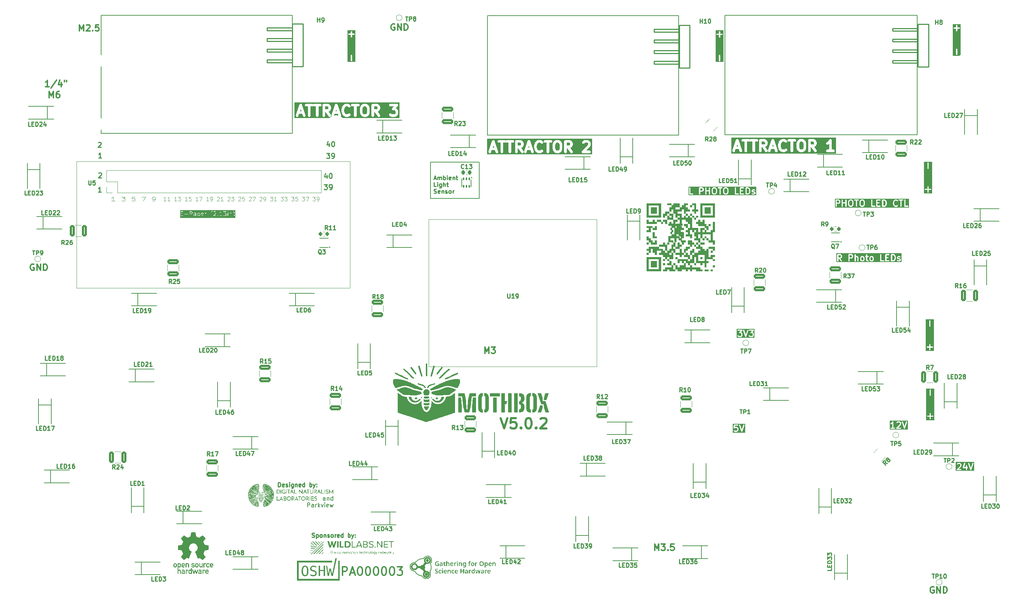
<source format=gbr>
%TF.GenerationSoftware,KiCad,Pcbnew,9.0.2*%
%TF.CreationDate,2025-10-09T09:29:39-05:00*%
%TF.ProjectId,MothBox5.0.2,4d6f7468-426f-4783-952e-302e322e6b69,5.0.2*%
%TF.SameCoordinates,Original*%
%TF.FileFunction,Legend,Top*%
%TF.FilePolarity,Positive*%
%FSLAX46Y46*%
G04 Gerber Fmt 4.6, Leading zero omitted, Abs format (unit mm)*
G04 Created by KiCad (PCBNEW 9.0.2) date 2025-10-09 09:29:39*
%MOMM*%
%LPD*%
G01*
G04 APERTURE LIST*
G04 Aperture macros list*
%AMRoundRect*
0 Rectangle with rounded corners*
0 $1 Rounding radius*
0 $2 $3 $4 $5 $6 $7 $8 $9 X,Y pos of 4 corners*
0 Add a 4 corners polygon primitive as box body*
4,1,4,$2,$3,$4,$5,$6,$7,$8,$9,$2,$3,0*
0 Add four circle primitives for the rounded corners*
1,1,$1+$1,$2,$3*
1,1,$1+$1,$4,$5*
1,1,$1+$1,$6,$7*
1,1,$1+$1,$8,$9*
0 Add four rect primitives between the rounded corners*
20,1,$1+$1,$2,$3,$4,$5,0*
20,1,$1+$1,$4,$5,$6,$7,0*
20,1,$1+$1,$6,$7,$8,$9,0*
20,1,$1+$1,$8,$9,$2,$3,0*%
G04 Aperture macros list end*
%ADD10C,0.000000*%
%ADD11C,0.200000*%
%ADD12C,0.185208*%
%ADD13C,0.350000*%
%ADD14C,0.270000*%
%ADD15C,0.300000*%
%ADD16C,0.320000*%
%ADD17C,0.240000*%
%ADD18C,0.250000*%
%ADD19C,0.625000*%
%ADD20C,0.230000*%
%ADD21C,0.500000*%
%ADD22C,0.100000*%
%ADD23C,0.120000*%
%ADD24C,0.150000*%
%ADD25C,0.050000*%
%ADD26C,1.000000*%
%ADD27RoundRect,0.250000X-1.075000X0.312500X-1.075000X-0.312500X1.075000X-0.312500X1.075000X0.312500X0*%
%ADD28R,0.800000X2.400000*%
%ADD29R,2.630000X1.520000*%
%ADD30RoundRect,0.225000X-0.225000X-0.250000X0.225000X-0.250000X0.225000X0.250000X-0.225000X0.250000X0*%
%ADD31RoundRect,0.075000X-0.075000X0.250000X-0.075000X-0.250000X0.075000X-0.250000X0.075000X0.250000X0*%
%ADD32R,2.400000X0.800000*%
%ADD33R,1.520000X2.630000*%
%ADD34C,2.700000*%
%ADD35RoundRect,0.250000X-0.539169X0.981111X-0.981111X0.539169X0.539169X-0.981111X0.981111X-0.539169X0*%
%ADD36R,0.450000X0.400000*%
%ADD37R,0.910000X0.400000*%
%ADD38R,0.910000X0.810000*%
%ADD39C,12.800000*%
%ADD40R,1.700000X1.700000*%
%ADD41C,1.700000*%
%ADD42R,1.800000X1.780000*%
%ADD43C,1.800000*%
%ADD44RoundRect,0.250000X-0.312500X-1.075000X0.312500X-1.075000X0.312500X1.075000X-0.312500X1.075000X0*%
%ADD45RoundRect,0.250000X0.312500X1.075000X-0.312500X1.075000X-0.312500X-1.075000X0.312500X-1.075000X0*%
%ADD46RoundRect,0.250000X1.075000X-0.312500X1.075000X0.312500X-1.075000X0.312500X-1.075000X-0.312500X0*%
%ADD47RoundRect,0.200000X0.200000X0.275000X-0.200000X0.275000X-0.200000X-0.275000X0.200000X-0.275000X0*%
%ADD48C,2.200000*%
%ADD49C,4.204000*%
G04 APERTURE END LIST*
D10*
G36*
X84650695Y28220272D02*
G01*
X84158570Y28220272D01*
X84158570Y28712398D01*
X84650695Y28712398D01*
X84650695Y28220272D01*
G37*
G36*
X13068726Y-44922434D02*
G01*
X13076395Y-44923165D01*
X13083783Y-44924310D01*
X13090921Y-44925882D01*
X13097840Y-44927891D01*
X13104574Y-44930350D01*
X13111154Y-44933271D01*
X13117611Y-44936664D01*
X13123979Y-44940542D01*
X13130288Y-44944915D01*
X13136571Y-44949797D01*
X13142860Y-44955198D01*
X13149187Y-44961130D01*
X13162081Y-44974633D01*
X13175511Y-44990399D01*
X13189731Y-45008522D01*
X13204998Y-45029094D01*
X13924665Y-46002761D01*
X13928173Y-46007692D01*
X13931765Y-46012564D01*
X13935467Y-46017382D01*
X13939300Y-46022150D01*
X13943288Y-46026871D01*
X13947454Y-46031550D01*
X13951822Y-46036190D01*
X13956415Y-46040795D01*
X13961255Y-46045369D01*
X13966367Y-46049916D01*
X13971774Y-46054439D01*
X13977498Y-46058944D01*
X13983564Y-46063433D01*
X13989994Y-46067910D01*
X13996811Y-46072379D01*
X14004040Y-46076844D01*
X14004040Y-44936490D01*
X14194540Y-44936490D01*
X14194540Y-46431386D01*
X14169481Y-46438227D01*
X14146739Y-46443825D01*
X14126091Y-46448112D01*
X14107310Y-46451023D01*
X14090173Y-46452493D01*
X14082150Y-46452666D01*
X14074454Y-46452455D01*
X14067057Y-46451850D01*
X14059929Y-46450843D01*
X14053044Y-46449426D01*
X14046373Y-46447592D01*
X14039888Y-46445331D01*
X14033561Y-46442635D01*
X14027364Y-46439497D01*
X14021269Y-46435908D01*
X14015247Y-46431859D01*
X14009271Y-46427343D01*
X14003312Y-46422351D01*
X13997342Y-46416875D01*
X13985259Y-46404439D01*
X13972796Y-46389967D01*
X13959728Y-46373395D01*
X13945830Y-46354657D01*
X13189123Y-45322782D01*
X13186612Y-45319339D01*
X13184043Y-45315950D01*
X13178746Y-45309305D01*
X13173263Y-45302783D01*
X13167626Y-45296324D01*
X13156009Y-45283342D01*
X13150091Y-45276697D01*
X13144143Y-45269865D01*
X13142189Y-45269430D01*
X13140298Y-45269111D01*
X13138469Y-45268900D01*
X13136701Y-45268790D01*
X13134996Y-45268774D01*
X13133352Y-45268842D01*
X13131771Y-45268988D01*
X13130251Y-45269204D01*
X13128794Y-45269482D01*
X13127399Y-45269814D01*
X13126065Y-45270192D01*
X13124794Y-45270610D01*
X13123585Y-45271058D01*
X13122438Y-45271529D01*
X13120330Y-45272511D01*
X13120330Y-45764636D01*
X13119338Y-46069899D01*
X13119214Y-46221911D01*
X13120330Y-46373178D01*
X13120199Y-46379893D01*
X13119813Y-46386159D01*
X13119179Y-46391991D01*
X13118304Y-46397404D01*
X13117197Y-46402414D01*
X13115865Y-46407036D01*
X13114316Y-46411287D01*
X13112558Y-46415180D01*
X13110598Y-46418733D01*
X13108444Y-46421960D01*
X13106105Y-46424878D01*
X13103587Y-46427500D01*
X13100898Y-46429844D01*
X13098047Y-46431924D01*
X13095041Y-46433756D01*
X13091887Y-46435355D01*
X13088594Y-46436737D01*
X13085169Y-46437918D01*
X13081620Y-46438913D01*
X13077955Y-46439737D01*
X13074181Y-46440406D01*
X13070307Y-46440936D01*
X13062287Y-46441639D01*
X13053957Y-46441970D01*
X13045378Y-46442052D01*
X13027726Y-46441970D01*
X12993867Y-46442838D01*
X12985703Y-46442696D01*
X12977822Y-46442109D01*
X12970305Y-46440925D01*
X12966709Y-46440062D01*
X12963234Y-46438993D01*
X12959891Y-46437699D01*
X12956690Y-46436162D01*
X12953641Y-46434362D01*
X12950755Y-46432280D01*
X12948041Y-46429898D01*
X12945509Y-46427197D01*
X12943170Y-46424158D01*
X12941035Y-46420762D01*
X12939112Y-46416989D01*
X12937413Y-46412822D01*
X12935947Y-46408241D01*
X12934725Y-46403228D01*
X12933757Y-46397763D01*
X12933053Y-46391827D01*
X12932623Y-46385403D01*
X12932477Y-46378470D01*
X12934791Y-45672032D01*
X12935122Y-44965594D01*
X12935182Y-44964106D01*
X12935354Y-44962618D01*
X12935628Y-44961130D01*
X12935990Y-44959641D01*
X12936430Y-44958153D01*
X12936936Y-44956665D01*
X12937496Y-44955177D01*
X12938098Y-44953688D01*
X12940703Y-44947735D01*
X12941959Y-44944759D01*
X12942534Y-44943270D01*
X12943059Y-44941782D01*
X12969488Y-44935379D01*
X12993382Y-44930124D01*
X13014997Y-44926108D01*
X13034588Y-44923426D01*
X13052413Y-44922171D01*
X13060742Y-44922107D01*
X13068726Y-44922434D01*
G37*
G36*
X84650695Y29696647D02*
G01*
X84158570Y29696647D01*
X84158570Y30188772D01*
X84650695Y30188772D01*
X84650695Y29696647D01*
G37*
G36*
X85401528Y20290705D02*
G01*
X84909404Y20290705D01*
X84909404Y20782830D01*
X85401528Y20782830D01*
X85401528Y20290705D01*
G37*
G36*
X30054826Y-3842188D02*
G01*
X30065237Y-3843150D01*
X30075584Y-3844777D01*
X30085835Y-3847048D01*
X30095955Y-3849944D01*
X30105910Y-3853446D01*
X30115666Y-3857533D01*
X30125189Y-3862187D01*
X30134444Y-3867387D01*
X30143398Y-3873113D01*
X30152016Y-3879347D01*
X30160264Y-3886069D01*
X30168108Y-3893259D01*
X30175514Y-3900897D01*
X30182448Y-3908963D01*
X30188875Y-3917439D01*
X30194761Y-3926305D01*
X30200073Y-3935540D01*
X30204775Y-3945125D01*
X30208835Y-3955042D01*
X30212217Y-3965269D01*
X30214888Y-3975787D01*
X30216813Y-3986578D01*
X30217958Y-3997620D01*
X30218473Y-4003704D01*
X30218540Y-4010015D01*
X30218177Y-4016500D01*
X30217401Y-4023107D01*
X30216229Y-4029784D01*
X30214680Y-4036479D01*
X30212770Y-4043138D01*
X30210518Y-4049710D01*
X30207939Y-4056143D01*
X30205053Y-4062384D01*
X30201876Y-4068381D01*
X30198425Y-4074081D01*
X30194719Y-4079432D01*
X30190774Y-4084383D01*
X30186609Y-4088879D01*
X30184449Y-4090941D01*
X30182240Y-4092870D01*
X30107477Y-4163967D01*
X30032110Y-4234505D01*
X29880119Y-4374652D01*
X29727385Y-4514798D01*
X29575022Y-4656433D01*
X29288776Y-4931765D01*
X29144723Y-5068873D01*
X28999553Y-5204120D01*
X28811409Y-5375459D01*
X28622522Y-5544937D01*
X28245491Y-5882776D01*
X28177588Y-5948819D01*
X28110057Y-6015234D01*
X28076083Y-6048232D01*
X28041783Y-6080904D01*
X28007017Y-6113111D01*
X27971648Y-6144714D01*
X27964770Y-6151141D01*
X27957555Y-6157062D01*
X27950038Y-6162530D01*
X27942254Y-6167596D01*
X27934237Y-6172314D01*
X27926022Y-6176735D01*
X27917645Y-6180912D01*
X27909140Y-6184898D01*
X27874537Y-6199967D01*
X27857376Y-6207710D01*
X27848952Y-6211818D01*
X27840679Y-6216152D01*
X27828603Y-6213372D01*
X27816254Y-6209540D01*
X27803731Y-6204719D01*
X27791132Y-6198974D01*
X27778556Y-6192369D01*
X27766102Y-6184967D01*
X27753870Y-6176833D01*
X27741957Y-6168030D01*
X27730462Y-6158623D01*
X27719485Y-6148675D01*
X27709124Y-6138250D01*
X27699478Y-6127413D01*
X27690647Y-6116227D01*
X27682727Y-6104755D01*
X27679141Y-6098933D01*
X27675820Y-6093063D01*
X27672776Y-6087154D01*
X27670023Y-6081214D01*
X27667929Y-6075668D01*
X27666109Y-6070191D01*
X27664558Y-6064782D01*
X27663271Y-6059440D01*
X27662243Y-6054166D01*
X27661468Y-6048957D01*
X27660942Y-6043814D01*
X27660659Y-6038736D01*
X27660615Y-6033722D01*
X27660804Y-6028771D01*
X27661221Y-6023882D01*
X27661861Y-6019055D01*
X27662719Y-6014289D01*
X27663790Y-6009584D01*
X27665069Y-6004938D01*
X27666550Y-6000351D01*
X27668230Y-5995822D01*
X27670101Y-5991350D01*
X27672161Y-5986936D01*
X27674403Y-5982577D01*
X27676822Y-5978273D01*
X27679413Y-5974024D01*
X27685092Y-5965686D01*
X27691399Y-5957558D01*
X27698293Y-5949633D01*
X27705733Y-5941906D01*
X27713680Y-5934370D01*
X27873732Y-5781884D01*
X28032668Y-5628281D01*
X28348678Y-5319214D01*
X29138460Y-4604839D01*
X29694084Y-4092870D01*
X29759692Y-4032967D01*
X29792729Y-4003155D01*
X29826045Y-3973808D01*
X29859733Y-3945205D01*
X29893886Y-3917625D01*
X29911166Y-3904306D01*
X29928597Y-3891348D01*
X29946191Y-3878785D01*
X29963959Y-3866652D01*
X29973394Y-3860753D01*
X29983075Y-3855696D01*
X29992966Y-3851460D01*
X30003034Y-3848025D01*
X30013244Y-3845372D01*
X30023563Y-3843482D01*
X30033955Y-3842334D01*
X30044388Y-3841909D01*
X30054826Y-3842188D01*
G37*
G36*
X24975361Y-48772630D02*
G01*
X25011772Y-48776036D01*
X25047823Y-48781270D01*
X25083451Y-48788304D01*
X25118592Y-48797104D01*
X25153185Y-48807641D01*
X25187167Y-48819883D01*
X25220476Y-48833800D01*
X25253049Y-48849359D01*
X25284824Y-48866531D01*
X25315737Y-48885285D01*
X25345727Y-48905588D01*
X25374732Y-48927411D01*
X25402687Y-48950723D01*
X25429533Y-48975491D01*
X25455204Y-49001686D01*
X25479640Y-49029276D01*
X25502777Y-49058230D01*
X25524554Y-49088518D01*
X25544907Y-49120108D01*
X25563774Y-49152969D01*
X25581093Y-49187070D01*
X25596801Y-49222381D01*
X25610836Y-49258869D01*
X25623135Y-49296505D01*
X25633256Y-49333756D01*
X25641320Y-49371055D01*
X25647360Y-49408340D01*
X25651412Y-49445550D01*
X25653511Y-49482625D01*
X25653691Y-49519503D01*
X25651988Y-49556124D01*
X25648436Y-49592425D01*
X25643070Y-49628347D01*
X25635925Y-49663828D01*
X25627036Y-49698807D01*
X25616438Y-49733223D01*
X25604165Y-49767015D01*
X25590253Y-49800122D01*
X25574737Y-49832483D01*
X25557650Y-49864036D01*
X25539030Y-49894722D01*
X25518909Y-49924478D01*
X25497323Y-49953245D01*
X25474307Y-49980960D01*
X25449895Y-50007562D01*
X25424124Y-50032991D01*
X25397027Y-50057186D01*
X25368639Y-50080085D01*
X25338995Y-50101628D01*
X25308131Y-50121753D01*
X25276080Y-50140400D01*
X25242879Y-50157507D01*
X25208561Y-50173013D01*
X25173162Y-50186858D01*
X25136717Y-50198980D01*
X25099260Y-50209318D01*
X25075944Y-50214927D01*
X25052632Y-50219834D01*
X25029328Y-50224020D01*
X25006036Y-50227466D01*
X24982759Y-50230153D01*
X24959501Y-50232061D01*
X24936267Y-50233170D01*
X24913059Y-50233461D01*
X24889883Y-50232915D01*
X24866742Y-50231513D01*
X24843639Y-50229235D01*
X24820579Y-50226061D01*
X24797566Y-50221973D01*
X24774603Y-50216950D01*
X24751694Y-50210975D01*
X24728843Y-50204026D01*
X24718729Y-50200955D01*
X24709196Y-50198678D01*
X24704635Y-50197833D01*
X24700205Y-50197184D01*
X24695902Y-50196726D01*
X24691719Y-50196461D01*
X24687652Y-50196385D01*
X24683697Y-50196498D01*
X24679849Y-50196797D01*
X24676102Y-50197282D01*
X24672452Y-50197952D01*
X24668895Y-50198804D01*
X24665424Y-50199837D01*
X24662036Y-50201050D01*
X24658725Y-50202441D01*
X24655487Y-50204009D01*
X24652317Y-50205752D01*
X24649210Y-50207669D01*
X24646161Y-50209759D01*
X24643165Y-50212020D01*
X24637314Y-50217049D01*
X24631618Y-50222744D01*
X24626038Y-50229094D01*
X24620536Y-50236088D01*
X24615072Y-50243714D01*
X24519367Y-50380139D01*
X24422919Y-50515573D01*
X24325974Y-50650014D01*
X24228781Y-50783464D01*
X24223546Y-50791284D01*
X24218776Y-50798899D01*
X24214502Y-50806352D01*
X24210756Y-50813684D01*
X24207567Y-50820939D01*
X24204968Y-50828159D01*
X24203899Y-50831769D01*
X24202989Y-50835386D01*
X24202241Y-50839016D01*
X24201661Y-50842664D01*
X24201250Y-50846335D01*
X24201015Y-50850035D01*
X24200957Y-50853769D01*
X24201082Y-50857542D01*
X24201393Y-50861359D01*
X24201893Y-50865227D01*
X24202588Y-50869149D01*
X24203480Y-50873133D01*
X24204573Y-50877182D01*
X24205872Y-50881302D01*
X24207381Y-50885499D01*
X24209102Y-50889778D01*
X24211041Y-50894144D01*
X24213200Y-50898602D01*
X24215585Y-50903158D01*
X24218197Y-50907818D01*
X24225476Y-50923229D01*
X24232393Y-50938710D01*
X24238900Y-50954268D01*
X24244945Y-50969912D01*
X24250479Y-50985649D01*
X24255451Y-51001486D01*
X24259811Y-51017432D01*
X24263508Y-51033495D01*
X24266491Y-51049681D01*
X24268711Y-51065999D01*
X24270118Y-51082457D01*
X24270660Y-51099062D01*
X24270287Y-51115822D01*
X24268949Y-51132744D01*
X24266596Y-51149838D01*
X24263177Y-51167109D01*
X24200783Y-51165001D01*
X24138575Y-51161156D01*
X24014468Y-51151234D01*
X23952446Y-51146645D01*
X23890362Y-51143297D01*
X23828154Y-51141933D01*
X23796984Y-51142227D01*
X23765760Y-51143297D01*
X23755766Y-51113831D01*
X23744717Y-51084923D01*
X23732739Y-51056511D01*
X23719954Y-51028534D01*
X23706487Y-51000928D01*
X23692462Y-50973633D01*
X23663234Y-50919724D01*
X23603538Y-50812898D01*
X23575053Y-50758989D01*
X23561587Y-50731694D01*
X23548802Y-50704089D01*
X23564333Y-50693638D01*
X23580154Y-50684110D01*
X23596247Y-50675497D01*
X23612591Y-50667791D01*
X23629168Y-50660984D01*
X23645959Y-50655068D01*
X23662943Y-50650036D01*
X23680101Y-50645880D01*
X23697415Y-50642592D01*
X23714864Y-50640165D01*
X23732430Y-50638590D01*
X23750092Y-50637860D01*
X23767832Y-50637967D01*
X23785630Y-50638904D01*
X23803467Y-50640662D01*
X23821323Y-50643234D01*
X23835345Y-50645310D01*
X23848665Y-50646567D01*
X23861326Y-50646996D01*
X23873371Y-50646583D01*
X23884843Y-50645317D01*
X23895783Y-50643188D01*
X23901068Y-50641795D01*
X23906235Y-50640182D01*
X23911292Y-50638347D01*
X23916242Y-50636289D01*
X23921091Y-50634006D01*
X23925845Y-50631496D01*
X23935088Y-50625793D01*
X23944014Y-50619168D01*
X23952664Y-50611608D01*
X23961081Y-50603103D01*
X23969309Y-50593640D01*
X23977389Y-50583209D01*
X23985364Y-50571797D01*
X24071230Y-50447277D01*
X24158336Y-50323750D01*
X24246930Y-50201215D01*
X24337260Y-50079672D01*
X24344672Y-50068966D01*
X24351037Y-50058640D01*
X24356364Y-50048639D01*
X24358640Y-50043744D01*
X24360659Y-50038910D01*
X24362423Y-50034130D01*
X24363932Y-50029397D01*
X24365187Y-50024706D01*
X24366189Y-50020048D01*
X24366939Y-50015417D01*
X24367438Y-50010807D01*
X24367687Y-50006210D01*
X24367687Y-50001620D01*
X24367439Y-49997030D01*
X24366944Y-49992433D01*
X24366203Y-49987823D01*
X24365217Y-49983192D01*
X24363987Y-49978534D01*
X24362513Y-49973842D01*
X24360797Y-49969110D01*
X24358840Y-49964330D01*
X24354206Y-49954601D01*
X24348618Y-49944600D01*
X24342085Y-49934274D01*
X24334614Y-49923568D01*
X24309168Y-49886168D01*
X24286387Y-49847953D01*
X24266237Y-49809022D01*
X24248687Y-49769474D01*
X24233701Y-49729408D01*
X24221249Y-49688925D01*
X24211296Y-49648123D01*
X24203811Y-49607101D01*
X24198759Y-49565959D01*
X24196108Y-49524797D01*
X24195958Y-49502880D01*
X24448385Y-49502880D01*
X24449241Y-49527292D01*
X24451291Y-49551395D01*
X24454505Y-49575157D01*
X24458855Y-49598549D01*
X24464309Y-49621539D01*
X24470837Y-49644098D01*
X24478410Y-49666195D01*
X24486998Y-49687799D01*
X24496570Y-49708880D01*
X24507096Y-49729407D01*
X24518547Y-49749350D01*
X24530892Y-49768678D01*
X24544101Y-49787361D01*
X24558145Y-49805368D01*
X24572992Y-49822668D01*
X24588614Y-49839232D01*
X24604980Y-49855028D01*
X24622061Y-49870026D01*
X24639825Y-49884196D01*
X24658243Y-49897507D01*
X24677285Y-49909929D01*
X24696922Y-49921430D01*
X24717122Y-49931981D01*
X24737856Y-49941551D01*
X24759094Y-49950110D01*
X24780805Y-49957626D01*
X24802961Y-49964069D01*
X24825530Y-49969410D01*
X24848483Y-49973617D01*
X24871790Y-49976660D01*
X24895420Y-49978508D01*
X24919343Y-49979130D01*
X24943763Y-49978530D01*
X24967888Y-49976749D01*
X24991688Y-49973815D01*
X25015131Y-49969756D01*
X25038186Y-49964600D01*
X25060823Y-49958376D01*
X25083010Y-49951111D01*
X25104717Y-49942833D01*
X25125912Y-49933571D01*
X25146565Y-49923352D01*
X25166644Y-49912205D01*
X25186118Y-49900158D01*
X25204956Y-49887239D01*
X25223128Y-49873477D01*
X25240603Y-49858898D01*
X25257349Y-49843531D01*
X25273335Y-49827405D01*
X25288530Y-49810548D01*
X25302904Y-49792986D01*
X25316425Y-49774750D01*
X25329063Y-49755866D01*
X25340785Y-49736364D01*
X25351563Y-49716270D01*
X25361363Y-49695613D01*
X25370156Y-49674421D01*
X25377910Y-49652723D01*
X25384594Y-49630546D01*
X25390178Y-49607918D01*
X25394630Y-49584868D01*
X25397919Y-49561423D01*
X25400015Y-49537613D01*
X25400885Y-49513464D01*
X25400503Y-49488804D01*
X25398880Y-49464454D01*
X25396046Y-49440445D01*
X25392033Y-49416808D01*
X25386871Y-49393574D01*
X25380590Y-49370775D01*
X25373221Y-49348440D01*
X25364794Y-49326602D01*
X25355341Y-49305290D01*
X25344891Y-49284537D01*
X25333474Y-49264373D01*
X25321123Y-49244829D01*
X25307866Y-49225936D01*
X25293735Y-49207725D01*
X25278760Y-49190228D01*
X25262971Y-49173474D01*
X25246400Y-49157496D01*
X25229076Y-49142324D01*
X25211030Y-49127989D01*
X25192293Y-49114522D01*
X25172895Y-49101954D01*
X25152867Y-49090316D01*
X25132239Y-49079640D01*
X25111042Y-49069956D01*
X25089307Y-49061295D01*
X25067062Y-49053688D01*
X25044341Y-49047167D01*
X25021172Y-49041761D01*
X24997586Y-49037503D01*
X24973615Y-49034423D01*
X24949287Y-49032553D01*
X24924635Y-49031922D01*
X24900689Y-49032552D01*
X24876993Y-49034421D01*
X24853581Y-49037494D01*
X24830486Y-49041741D01*
X24807742Y-49047126D01*
X24785382Y-49053618D01*
X24763440Y-49061184D01*
X24741949Y-49069791D01*
X24720942Y-49079405D01*
X24700453Y-49089993D01*
X24680516Y-49101524D01*
X24661163Y-49113964D01*
X24642428Y-49127279D01*
X24624345Y-49141437D01*
X24606947Y-49156406D01*
X24590268Y-49172151D01*
X24574340Y-49188641D01*
X24559198Y-49205842D01*
X24544875Y-49223721D01*
X24531403Y-49242245D01*
X24518818Y-49261382D01*
X24507151Y-49281098D01*
X24496437Y-49301361D01*
X24486708Y-49322137D01*
X24477999Y-49343394D01*
X24470343Y-49365098D01*
X24463773Y-49387217D01*
X24458322Y-49409718D01*
X24454025Y-49432568D01*
X24450914Y-49455733D01*
X24449023Y-49479182D01*
X24448385Y-49502880D01*
X24195958Y-49502880D01*
X24195826Y-49483713D01*
X24197878Y-49442806D01*
X24202233Y-49402177D01*
X24208857Y-49361924D01*
X24217717Y-49322147D01*
X24228781Y-49282945D01*
X24242015Y-49244418D01*
X24257386Y-49206664D01*
X24274862Y-49169783D01*
X24294410Y-49133874D01*
X24315996Y-49099037D01*
X24339588Y-49065371D01*
X24365153Y-49032976D01*
X24392657Y-49001950D01*
X24422069Y-48972392D01*
X24453354Y-48944403D01*
X24486480Y-48918082D01*
X24521414Y-48893527D01*
X24558124Y-48870839D01*
X24596575Y-48850116D01*
X24636736Y-48831458D01*
X24678573Y-48814964D01*
X24715622Y-48802618D01*
X24752810Y-48792350D01*
X24790075Y-48784128D01*
X24827354Y-48777922D01*
X24864585Y-48773700D01*
X24901704Y-48771431D01*
X24938650Y-48771085D01*
X24975361Y-48772630D01*
G37*
G36*
X-13779250Y-34161475D02*
G01*
X-13583459Y-34198517D01*
X-13390313Y-34235558D01*
X-13194522Y-34272600D01*
X-12980209Y-34312288D01*
X-12787063Y-34349329D01*
X-12591271Y-34386371D01*
X-12395480Y-34423413D01*
X-12202334Y-34460454D01*
X-12006542Y-34497496D01*
X-11879542Y-34521308D01*
X-11878550Y-34521339D01*
X-11877558Y-34521427D01*
X-11876566Y-34521570D01*
X-11875574Y-34521763D01*
X-11874582Y-34522003D01*
X-11873589Y-34522285D01*
X-11872597Y-34522606D01*
X-11871605Y-34522962D01*
X-11870613Y-34523349D01*
X-11869621Y-34523763D01*
X-11867636Y-34524657D01*
X-11865652Y-34525613D01*
X-11863667Y-34526600D01*
X-11867755Y-34545332D01*
X-11872059Y-34563848D01*
X-11881196Y-34600352D01*
X-11890828Y-34636360D01*
X-11900709Y-34672121D01*
X-11902579Y-34672116D01*
X-11904264Y-34672079D01*
X-11905056Y-34672040D01*
X-11905825Y-34671981D01*
X-11906578Y-34671899D01*
X-11907323Y-34671790D01*
X-11908069Y-34671650D01*
X-11908822Y-34671475D01*
X-11909591Y-34671261D01*
X-11910383Y-34671004D01*
X-11911206Y-34670701D01*
X-11912067Y-34670348D01*
X-11912976Y-34669940D01*
X-11913938Y-34669474D01*
X-12519834Y-34510725D01*
X-13191875Y-34333454D01*
X-13842750Y-34161475D01*
X-13855979Y-34158829D01*
X-13856445Y-34157867D01*
X-13856853Y-34156964D01*
X-13857206Y-34156114D01*
X-13857509Y-34155315D01*
X-13857766Y-34154563D01*
X-13857979Y-34153853D01*
X-13858154Y-34153182D01*
X-13858295Y-34152545D01*
X-13858404Y-34151940D01*
X-13858486Y-34151362D01*
X-13858545Y-34150807D01*
X-13858584Y-34150272D01*
X-13858620Y-34149243D01*
X-13858625Y-34148246D01*
X-13779250Y-34161475D01*
G37*
G36*
X84909404Y34562329D02*
G01*
X84417279Y34562329D01*
X84417279Y35054454D01*
X84909404Y35054454D01*
X84909404Y34562329D01*
G37*
G36*
X86385779Y31609579D02*
G01*
X85893653Y31609579D01*
X85893653Y32101704D01*
X86385779Y32101704D01*
X86385779Y31609579D01*
G37*
G36*
X86385779Y34562329D02*
G01*
X85893653Y34562329D01*
X85893653Y35054454D01*
X86385779Y35054454D01*
X86385779Y34562329D01*
G37*
G36*
X83925153Y23735580D02*
G01*
X83433029Y23735580D01*
X83433029Y24227704D01*
X83925153Y24227704D01*
X83925153Y23735580D01*
G37*
G36*
X26638552Y-7332518D02*
G01*
X26645925Y-7333171D01*
X26653376Y-7334328D01*
X26660880Y-7335967D01*
X26668410Y-7338068D01*
X26675940Y-7340611D01*
X26683444Y-7343575D01*
X26690896Y-7346941D01*
X26698269Y-7350687D01*
X26705537Y-7354794D01*
X26712675Y-7359241D01*
X26719656Y-7364008D01*
X26726453Y-7369074D01*
X26733042Y-7374419D01*
X26739395Y-7380023D01*
X26745486Y-7385865D01*
X26751289Y-7391925D01*
X26756779Y-7398183D01*
X26761928Y-7404618D01*
X26766711Y-7411210D01*
X26771102Y-7417939D01*
X26775074Y-7424784D01*
X26778602Y-7431725D01*
X26781658Y-7438742D01*
X26784218Y-7445813D01*
X26786254Y-7452920D01*
X26787741Y-7460041D01*
X26788652Y-7467156D01*
X26788961Y-7474246D01*
X26789556Y-7480129D01*
X26789857Y-7485873D01*
X26789873Y-7491477D01*
X26789612Y-7496942D01*
X26789085Y-7502267D01*
X26788298Y-7507453D01*
X26787262Y-7512499D01*
X26785985Y-7517406D01*
X26784474Y-7522173D01*
X26782741Y-7526800D01*
X26780792Y-7531289D01*
X26778636Y-7535637D01*
X26776283Y-7539846D01*
X26773741Y-7543916D01*
X26771019Y-7547846D01*
X26768125Y-7551636D01*
X26765069Y-7555287D01*
X26761858Y-7558798D01*
X26758502Y-7562170D01*
X26755010Y-7565403D01*
X26751390Y-7568496D01*
X26747650Y-7571449D01*
X26739848Y-7576937D01*
X26731674Y-7581867D01*
X26723198Y-7586238D01*
X26714489Y-7590052D01*
X26705618Y-7593308D01*
X26660791Y-7607493D01*
X26615638Y-7620469D01*
X26570207Y-7632515D01*
X26524543Y-7643909D01*
X26432703Y-7665861D01*
X26340492Y-7688557D01*
X26191664Y-7730726D01*
X26117250Y-7752740D01*
X26042835Y-7775870D01*
X25852832Y-7832921D01*
X25805680Y-7847765D01*
X25758760Y-7863493D01*
X25712120Y-7880430D01*
X25665805Y-7898902D01*
X25629791Y-7915505D01*
X25593499Y-7932760D01*
X25557392Y-7950945D01*
X25539554Y-7960473D01*
X25521937Y-7970339D01*
X25504599Y-7980577D01*
X25487598Y-7991221D01*
X25470993Y-8002308D01*
X25454840Y-8013871D01*
X25439200Y-8025946D01*
X25424129Y-8038567D01*
X25409686Y-8051770D01*
X25395929Y-8065589D01*
X25378387Y-8084464D01*
X25361443Y-8103850D01*
X25345046Y-8123702D01*
X25329143Y-8143972D01*
X25313682Y-8164614D01*
X25298610Y-8185582D01*
X25269425Y-8228308D01*
X25157804Y-8402933D01*
X25149876Y-8415681D01*
X25142379Y-8427156D01*
X25135184Y-8437387D01*
X25128163Y-8446403D01*
X25121189Y-8454233D01*
X25117679Y-8457712D01*
X25114133Y-8460906D01*
X25110535Y-8463818D01*
X25106868Y-8466451D01*
X25103117Y-8468810D01*
X25099266Y-8470897D01*
X25095298Y-8472718D01*
X25091198Y-8474274D01*
X25086950Y-8475571D01*
X25082538Y-8476610D01*
X25077946Y-8477397D01*
X25073157Y-8477935D01*
X25068156Y-8478227D01*
X25062927Y-8478277D01*
X25057454Y-8478089D01*
X25051720Y-8477665D01*
X25039409Y-8476130D01*
X25025865Y-8473699D01*
X25010961Y-8470401D01*
X24943492Y-8462464D01*
X24932227Y-8459994D01*
X24927062Y-8458576D01*
X24922199Y-8457030D01*
X24917630Y-8455354D01*
X24913346Y-8453543D01*
X24909340Y-8451594D01*
X24905603Y-8449504D01*
X24902128Y-8447268D01*
X24898907Y-8444883D01*
X24895931Y-8442345D01*
X24893193Y-8439651D01*
X24890685Y-8436798D01*
X24888398Y-8433781D01*
X24886325Y-8430596D01*
X24884457Y-8427241D01*
X24882787Y-8423712D01*
X24881307Y-8420004D01*
X24880009Y-8416115D01*
X24878884Y-8412041D01*
X24877123Y-8403321D01*
X24875962Y-8393817D01*
X24875335Y-8383499D01*
X24875179Y-8372338D01*
X24875430Y-8360305D01*
X24876024Y-8347371D01*
X24878987Y-8324162D01*
X24882654Y-8301409D01*
X24887010Y-8279103D01*
X24892039Y-8257237D01*
X24897725Y-8235801D01*
X24904052Y-8214786D01*
X24911003Y-8194184D01*
X24918564Y-8173986D01*
X24926718Y-8154184D01*
X24935449Y-8134768D01*
X24954578Y-8097061D01*
X24975822Y-8060795D01*
X24999055Y-8025902D01*
X25024149Y-7992311D01*
X25050975Y-7959953D01*
X25079405Y-7928757D01*
X25109312Y-7898654D01*
X25140568Y-7869574D01*
X25173045Y-7841448D01*
X25206614Y-7814206D01*
X25241149Y-7787777D01*
X25261513Y-7773126D01*
X25282395Y-7758934D01*
X25303753Y-7745195D01*
X25325547Y-7731905D01*
X25347737Y-7719056D01*
X25370281Y-7706643D01*
X25416270Y-7683101D01*
X25463190Y-7661234D01*
X25510714Y-7640995D01*
X25558517Y-7622337D01*
X25606274Y-7605214D01*
X25672107Y-7583766D01*
X25738545Y-7563852D01*
X25805448Y-7545148D01*
X25872676Y-7527328D01*
X26142056Y-7458370D01*
X26260436Y-7426310D01*
X26377700Y-7395366D01*
X26610367Y-7335339D01*
X26617165Y-7333778D01*
X26624145Y-7332800D01*
X26631283Y-7332387D01*
X26638552Y-7332518D01*
G37*
G36*
X87862153Y25211955D02*
G01*
X87370028Y25211955D01*
X87370028Y25704079D01*
X87862153Y25704079D01*
X87862153Y25211955D01*
G37*
G36*
X85893653Y31609579D02*
G01*
X85401528Y31609579D01*
X85401528Y32101704D01*
X85893653Y32101704D01*
X85893653Y31609579D01*
G37*
G36*
X28232041Y-49972314D02*
G01*
X28253590Y-49973343D01*
X28275201Y-49975301D01*
X28296874Y-49978221D01*
X28318609Y-49982133D01*
X28340406Y-49987068D01*
X28364002Y-49993403D01*
X28386171Y-50000540D01*
X28406914Y-50008537D01*
X28426230Y-50017454D01*
X28444121Y-50027346D01*
X28452531Y-50032677D01*
X28460585Y-50038274D01*
X28468282Y-50044144D01*
X28475623Y-50050295D01*
X28482607Y-50056733D01*
X28489234Y-50063466D01*
X28495505Y-50070502D01*
X28501420Y-50077847D01*
X28506977Y-50085509D01*
X28512179Y-50093495D01*
X28517023Y-50101813D01*
X28521511Y-50110469D01*
X28525643Y-50119471D01*
X28529418Y-50128827D01*
X28532836Y-50138542D01*
X28535898Y-50148626D01*
X28538603Y-50159084D01*
X28540952Y-50169925D01*
X28542944Y-50181155D01*
X28544579Y-50192782D01*
X28546781Y-50217255D01*
X28550047Y-50286708D01*
X28552072Y-50356162D01*
X28553106Y-50425615D01*
X28553395Y-50495068D01*
X28552072Y-50772880D01*
X28551974Y-50778706D01*
X28551659Y-50784259D01*
X28551096Y-50789519D01*
X28550253Y-50794460D01*
X28549101Y-50799061D01*
X28548399Y-50801226D01*
X28547608Y-50803297D01*
X28546723Y-50805271D01*
X28545742Y-50807146D01*
X28544660Y-50808917D01*
X28543474Y-50810583D01*
X28542179Y-50812141D01*
X28540771Y-50813587D01*
X28539247Y-50814919D01*
X28537603Y-50816133D01*
X28535835Y-50817228D01*
X28533939Y-50818199D01*
X28531912Y-50819045D01*
X28529748Y-50819761D01*
X28527446Y-50820346D01*
X28524999Y-50820796D01*
X28522406Y-50821108D01*
X28519661Y-50821280D01*
X28516761Y-50821309D01*
X28513703Y-50821191D01*
X28510481Y-50820924D01*
X28507093Y-50820505D01*
X28503598Y-50820099D01*
X28500062Y-50819859D01*
X28492887Y-50819797D01*
X28485612Y-50820162D01*
X28478279Y-50820795D01*
X28463608Y-50822226D01*
X28456355Y-50822707D01*
X28449216Y-50822820D01*
X28442231Y-50822406D01*
X28438810Y-50821952D01*
X28435444Y-50821306D01*
X28432138Y-50820449D01*
X28428897Y-50819361D01*
X28425727Y-50818022D01*
X28422633Y-50816413D01*
X28419621Y-50814512D01*
X28416695Y-50812301D01*
X28413861Y-50809760D01*
X28411125Y-50806868D01*
X28408491Y-50803606D01*
X28405966Y-50799954D01*
X28403553Y-50795893D01*
X28401260Y-50791401D01*
X28399334Y-50787369D01*
X28397513Y-50783205D01*
X28395778Y-50778902D01*
X28394108Y-50774451D01*
X28390888Y-50765077D01*
X28387700Y-50755021D01*
X28380796Y-50732614D01*
X28376771Y-50720139D01*
X28372156Y-50706734D01*
X28363413Y-50717394D01*
X28354546Y-50727549D01*
X28345557Y-50737207D01*
X28336448Y-50746375D01*
X28327218Y-50755061D01*
X28317869Y-50763272D01*
X28308401Y-50771014D01*
X28298817Y-50778296D01*
X28289116Y-50785124D01*
X28279300Y-50791506D01*
X28269370Y-50797450D01*
X28259326Y-50802961D01*
X28249170Y-50808048D01*
X28238902Y-50812718D01*
X28228524Y-50816978D01*
X28218037Y-50820836D01*
X28196737Y-50827372D01*
X28175011Y-50832386D01*
X28152866Y-50835934D01*
X28130311Y-50838075D01*
X28107352Y-50838868D01*
X28083998Y-50838370D01*
X28060257Y-50836639D01*
X28036135Y-50833734D01*
X28014896Y-50829703D01*
X27994835Y-50824552D01*
X27975953Y-50818276D01*
X27966953Y-50814716D01*
X27958249Y-50810873D01*
X27949838Y-50806747D01*
X27941722Y-50802338D01*
X27933901Y-50797645D01*
X27926375Y-50792667D01*
X27919142Y-50787405D01*
X27912205Y-50781857D01*
X27905562Y-50776024D01*
X27899213Y-50769904D01*
X27893160Y-50763497D01*
X27887400Y-50756803D01*
X27881935Y-50749822D01*
X27876765Y-50742552D01*
X27871890Y-50734993D01*
X27867308Y-50727145D01*
X27863022Y-50719007D01*
X27859030Y-50710579D01*
X27855332Y-50701861D01*
X27851930Y-50692851D01*
X27848821Y-50683550D01*
X27846007Y-50673956D01*
X27841264Y-50653891D01*
X27837698Y-50632651D01*
X27834940Y-50607936D01*
X27833620Y-50584380D01*
X27833664Y-50576917D01*
X28035038Y-50576917D01*
X28035140Y-50582904D01*
X28035454Y-50588979D01*
X28035977Y-50595142D01*
X28036707Y-50601390D01*
X28037643Y-50607720D01*
X28038782Y-50614130D01*
X28040137Y-50620395D01*
X28041714Y-50626299D01*
X28043503Y-50631854D01*
X28045495Y-50637069D01*
X28047678Y-50641958D01*
X28050043Y-50646529D01*
X28052579Y-50650796D01*
X28055277Y-50654769D01*
X28058126Y-50658458D01*
X28061115Y-50661876D01*
X28064236Y-50665033D01*
X28067477Y-50667941D01*
X28070829Y-50670610D01*
X28074281Y-50673052D01*
X28077823Y-50675278D01*
X28081445Y-50677299D01*
X28085137Y-50679127D01*
X28088889Y-50680771D01*
X28092689Y-50682245D01*
X28096530Y-50683557D01*
X28104287Y-50685747D01*
X28112079Y-50687428D01*
X28119825Y-50688691D01*
X28127442Y-50689624D01*
X28141969Y-50690859D01*
X28155424Y-50690597D01*
X28168503Y-50689819D01*
X28181198Y-50688533D01*
X28193506Y-50686751D01*
X28205420Y-50684483D01*
X28216935Y-50681738D01*
X28228046Y-50678527D01*
X28238748Y-50674860D01*
X28249036Y-50670748D01*
X28258903Y-50666200D01*
X28268345Y-50661227D01*
X28277356Y-50655838D01*
X28285931Y-50650045D01*
X28294065Y-50643856D01*
X28301752Y-50637283D01*
X28308987Y-50630336D01*
X28315765Y-50623024D01*
X28322080Y-50615358D01*
X28327927Y-50607348D01*
X28333301Y-50599004D01*
X28338196Y-50590337D01*
X28342607Y-50581356D01*
X28346529Y-50572072D01*
X28349956Y-50562495D01*
X28352883Y-50552635D01*
X28355305Y-50542502D01*
X28357217Y-50532107D01*
X28358612Y-50521459D01*
X28359486Y-50510569D01*
X28359834Y-50499447D01*
X28359649Y-50488103D01*
X28358927Y-50476547D01*
X28357273Y-50459473D01*
X28356705Y-50455563D01*
X28355950Y-50451851D01*
X28354948Y-50448363D01*
X28354334Y-50446712D01*
X28353635Y-50445128D01*
X28352844Y-50443613D01*
X28351951Y-50442171D01*
X28350950Y-50440806D01*
X28349832Y-50439521D01*
X28348591Y-50438319D01*
X28347217Y-50437204D01*
X28345705Y-50436179D01*
X28344045Y-50435247D01*
X28342229Y-50434412D01*
X28340252Y-50433678D01*
X28338103Y-50433047D01*
X28335776Y-50432524D01*
X28333264Y-50432111D01*
X28330557Y-50431811D01*
X28327649Y-50431629D01*
X28324532Y-50431568D01*
X28297639Y-50431625D01*
X28270623Y-50432022D01*
X28243606Y-50433102D01*
X28230137Y-50434005D01*
X28216714Y-50435206D01*
X28203353Y-50436748D01*
X28190070Y-50438673D01*
X28176879Y-50441025D01*
X28163797Y-50443846D01*
X28150839Y-50447179D01*
X28138021Y-50451065D01*
X28125358Y-50455549D01*
X28112865Y-50460672D01*
X28106795Y-50463478D01*
X28100987Y-50466436D01*
X28095439Y-50469544D01*
X28090148Y-50472800D01*
X28085113Y-50476202D01*
X28080332Y-50479746D01*
X28075803Y-50483431D01*
X28071524Y-50487254D01*
X28067493Y-50491213D01*
X28063708Y-50495305D01*
X28060167Y-50499527D01*
X28056868Y-50503878D01*
X28053810Y-50508356D01*
X28050990Y-50512956D01*
X28048407Y-50517678D01*
X28046058Y-50522518D01*
X28043941Y-50527475D01*
X28042055Y-50532545D01*
X28040398Y-50537727D01*
X28038968Y-50543018D01*
X28037762Y-50548416D01*
X28036779Y-50553917D01*
X28036017Y-50559521D01*
X28035475Y-50565224D01*
X28035149Y-50571023D01*
X28035038Y-50576917D01*
X27833664Y-50576917D01*
X27833750Y-50561964D01*
X27835341Y-50540667D01*
X27838405Y-50520471D01*
X27842953Y-50501357D01*
X27845787Y-50492199D01*
X27848997Y-50483304D01*
X27852584Y-50474670D01*
X27856549Y-50466294D01*
X27860894Y-50458174D01*
X27865620Y-50450308D01*
X27870729Y-50442692D01*
X27876222Y-50435325D01*
X27882101Y-50428204D01*
X27888367Y-50421326D01*
X27895021Y-50414690D01*
X27902066Y-50408293D01*
X27917330Y-50396205D01*
X27934172Y-50385044D01*
X27952603Y-50374789D01*
X27972635Y-50365422D01*
X27989563Y-50358375D01*
X28006607Y-50352079D01*
X28023760Y-50346481D01*
X28041013Y-50341527D01*
X28058360Y-50337162D01*
X28075792Y-50333331D01*
X28093301Y-50329981D01*
X28110880Y-50327058D01*
X28146216Y-50322272D01*
X28181739Y-50318541D01*
X28253094Y-50312505D01*
X28256394Y-50312369D01*
X28259834Y-50312439D01*
X28267078Y-50313089D01*
X28274709Y-50314244D01*
X28282611Y-50315689D01*
X28298765Y-50318598D01*
X28306784Y-50319636D01*
X28314609Y-50320112D01*
X28318413Y-50320073D01*
X28322124Y-50319813D01*
X28325729Y-50319306D01*
X28329213Y-50318526D01*
X28332561Y-50317445D01*
X28335759Y-50316037D01*
X28338792Y-50314275D01*
X28341646Y-50312133D01*
X28344307Y-50309585D01*
X28346758Y-50306602D01*
X28348987Y-50303159D01*
X28350979Y-50299230D01*
X28352719Y-50294787D01*
X28354192Y-50289803D01*
X28355384Y-50284253D01*
X28356281Y-50278109D01*
X28357392Y-50265807D01*
X28357733Y-50253734D01*
X28357275Y-50241932D01*
X28355992Y-50230443D01*
X28353855Y-50219311D01*
X28350839Y-50208579D01*
X28348993Y-50203376D01*
X28346917Y-50198288D01*
X28344607Y-50193322D01*
X28342060Y-50188482D01*
X28339272Y-50183774D01*
X28336242Y-50179203D01*
X28332964Y-50174774D01*
X28329435Y-50170493D01*
X28325653Y-50166366D01*
X28321613Y-50162396D01*
X28317313Y-50158591D01*
X28312749Y-50154954D01*
X28307917Y-50151492D01*
X28302815Y-50148210D01*
X28297438Y-50145113D01*
X28291784Y-50142206D01*
X28285848Y-50139495D01*
X28279629Y-50136984D01*
X28273121Y-50134681D01*
X28266323Y-50132589D01*
X28252435Y-50129455D01*
X28238562Y-50126992D01*
X28224721Y-50125188D01*
X28210926Y-50124031D01*
X28197193Y-50123510D01*
X28183537Y-50123613D01*
X28169975Y-50124328D01*
X28156521Y-50125643D01*
X28143191Y-50127548D01*
X28130000Y-50130031D01*
X28116965Y-50133079D01*
X28104100Y-50136681D01*
X28091421Y-50140827D01*
X28078944Y-50145503D01*
X28066684Y-50150698D01*
X28054656Y-50156401D01*
X28047639Y-50159869D01*
X28040965Y-50162839D01*
X28034622Y-50165327D01*
X28028596Y-50167346D01*
X28022874Y-50168913D01*
X28017443Y-50170040D01*
X28012291Y-50170743D01*
X28007403Y-50171036D01*
X28002768Y-50170934D01*
X27998371Y-50170451D01*
X27994200Y-50169601D01*
X27990242Y-50168400D01*
X27986483Y-50166862D01*
X27982911Y-50165001D01*
X27979512Y-50162833D01*
X27976273Y-50160370D01*
X27973182Y-50157628D01*
X27970225Y-50154622D01*
X27967390Y-50151366D01*
X27964662Y-50147875D01*
X27959478Y-50140243D01*
X27954569Y-50131845D01*
X27949831Y-50122795D01*
X27945159Y-50113210D01*
X27935594Y-50092901D01*
X27932660Y-50085953D01*
X27930290Y-50079481D01*
X27928460Y-50073468D01*
X27927145Y-50067895D01*
X27926320Y-50062742D01*
X27925961Y-50057990D01*
X27926042Y-50053622D01*
X27926540Y-50049617D01*
X27927429Y-50045957D01*
X27928685Y-50042623D01*
X27930283Y-50039597D01*
X27932199Y-50036858D01*
X27934407Y-50034389D01*
X27936883Y-50032170D01*
X27939602Y-50030183D01*
X27942539Y-50028409D01*
X27945671Y-50026828D01*
X27948971Y-50025423D01*
X27952416Y-50024173D01*
X27955980Y-50023061D01*
X27963369Y-50021171D01*
X27970941Y-50019603D01*
X27985839Y-50016828D01*
X27992771Y-50015319D01*
X27999094Y-50013526D01*
X28019961Y-50006369D01*
X28040890Y-49999801D01*
X28061881Y-49993853D01*
X28082934Y-49988556D01*
X28104049Y-49983941D01*
X28125226Y-49980040D01*
X28146465Y-49976882D01*
X28167766Y-49974500D01*
X28189129Y-49972924D01*
X28210554Y-49972185D01*
X28232041Y-49972314D01*
G37*
G36*
X-15403319Y-34712056D02*
G01*
X-15402891Y-34712304D01*
X-15402506Y-34712552D01*
X-15402164Y-34712800D01*
X-15401862Y-34713048D01*
X-15401600Y-34713296D01*
X-15401376Y-34713544D01*
X-15401187Y-34713792D01*
X-15401034Y-34714040D01*
X-15400914Y-34714288D01*
X-15400826Y-34714536D01*
X-15400769Y-34714784D01*
X-15400740Y-34715032D01*
X-15400740Y-34715280D01*
X-15400765Y-34715528D01*
X-15400815Y-34715776D01*
X-15400889Y-34716025D01*
X-15400984Y-34716273D01*
X-15401099Y-34716521D01*
X-15401234Y-34716769D01*
X-15401386Y-34717017D01*
X-15401554Y-34717265D01*
X-15401931Y-34717761D01*
X-15402356Y-34718257D01*
X-15402815Y-34718753D01*
X-15403792Y-34719745D01*
X-15405890Y-34726685D01*
X-15408174Y-34733594D01*
X-15410582Y-34740442D01*
X-15413052Y-34747196D01*
X-15417930Y-34760301D01*
X-15420214Y-34766590D01*
X-15422312Y-34772662D01*
X-15422839Y-34774121D01*
X-15423424Y-34775525D01*
X-15424062Y-34776883D01*
X-15424752Y-34778202D01*
X-15425487Y-34779490D01*
X-15426266Y-34780755D01*
X-15427083Y-34782004D01*
X-15427935Y-34783245D01*
X-15429728Y-34785736D01*
X-15431614Y-34788289D01*
X-15433562Y-34790966D01*
X-15434550Y-34792370D01*
X-15435542Y-34793829D01*
X-15550635Y-34948279D01*
X-15608182Y-35024884D01*
X-15665729Y-35100745D01*
X-16300729Y-35947412D01*
X-16403917Y-36084995D01*
X-16417146Y-36100871D01*
X-16432783Y-36088965D01*
X-16447986Y-36077058D01*
X-16462817Y-36065152D01*
X-16477339Y-36053246D01*
X-16505699Y-36029433D01*
X-16533563Y-36005621D01*
X-16533563Y-36002975D01*
X-16533563Y-36000329D01*
X-15409083Y-34714454D01*
X-15409076Y-34714213D01*
X-15409053Y-34713988D01*
X-15409016Y-34713777D01*
X-15408965Y-34713580D01*
X-15408900Y-34713397D01*
X-15408822Y-34713227D01*
X-15408731Y-34713069D01*
X-15408629Y-34712924D01*
X-15408514Y-34712790D01*
X-15408389Y-34712667D01*
X-15408253Y-34712555D01*
X-15408107Y-34712454D01*
X-15407951Y-34712361D01*
X-15407786Y-34712279D01*
X-15407612Y-34712204D01*
X-15407430Y-34712138D01*
X-15407240Y-34712080D01*
X-15407043Y-34712029D01*
X-15406839Y-34711985D01*
X-15406629Y-34711947D01*
X-15406413Y-34711915D01*
X-15406191Y-34711888D01*
X-15405735Y-34711849D01*
X-15405263Y-34711825D01*
X-15404779Y-34711813D01*
X-15403792Y-34711808D01*
X-15403319Y-34712056D01*
G37*
G36*
X84417279Y30133204D02*
G01*
X83925153Y30133204D01*
X83925153Y30625329D01*
X84417279Y30625329D01*
X84417279Y30133204D01*
G37*
G36*
X90814903Y31117454D02*
G01*
X90322778Y31117454D01*
X90322778Y31609579D01*
X90814903Y31609579D01*
X90814903Y31117454D01*
G37*
G36*
X-15382625Y-34235558D02*
G01*
X-15382620Y-34234685D01*
X-15382608Y-34234332D01*
X-15382584Y-34234029D01*
X-15382566Y-34233895D01*
X-15382544Y-34233772D01*
X-15382518Y-34233661D01*
X-15382486Y-34233559D01*
X-15382448Y-34233467D01*
X-15382404Y-34233384D01*
X-15382353Y-34233309D01*
X-15382294Y-34233244D01*
X-15382228Y-34233185D01*
X-15382154Y-34233134D01*
X-15382071Y-34233090D01*
X-15381979Y-34233052D01*
X-15381877Y-34233020D01*
X-15381765Y-34232994D01*
X-15381643Y-34232972D01*
X-15381509Y-34232954D01*
X-15381206Y-34232930D01*
X-15380853Y-34232918D01*
X-15379979Y-34232913D01*
X-15382625Y-34235558D01*
G37*
G36*
X89338528Y33578079D02*
G01*
X88846403Y33578079D01*
X88846403Y34070204D01*
X89338528Y34070204D01*
X89338528Y33578079D01*
G37*
G36*
X77527529Y23243455D02*
G01*
X77035404Y23243455D01*
X77035404Y23735580D01*
X77527529Y23735580D01*
X77527529Y23243455D01*
G37*
G36*
X82682195Y30188772D02*
G01*
X82190070Y30188772D01*
X82190070Y30680897D01*
X82682195Y30680897D01*
X82682195Y30188772D01*
G37*
G36*
X7115297Y-47304167D02*
G01*
X7116151Y-47304301D01*
X7116933Y-47304511D01*
X7118173Y-47305045D01*
X7119411Y-47305653D01*
X7120645Y-47306331D01*
X7121874Y-47307074D01*
X7123094Y-47307880D01*
X7124305Y-47308743D01*
X7126690Y-47310630D01*
X7129013Y-47312702D01*
X7131258Y-47314929D01*
X7133410Y-47317280D01*
X7135454Y-47319725D01*
X7137374Y-47322231D01*
X7139154Y-47324768D01*
X7140779Y-47327306D01*
X7142234Y-47329812D01*
X7143503Y-47332256D01*
X7144570Y-47334608D01*
X7145420Y-47336835D01*
X7146038Y-47338907D01*
X7146281Y-47356441D01*
X7146718Y-47364876D01*
X7147485Y-47373014D01*
X7148670Y-47380794D01*
X7150363Y-47388160D01*
X7151428Y-47391669D01*
X7152653Y-47395053D01*
X7154050Y-47398304D01*
X7155629Y-47401415D01*
X7157402Y-47404379D01*
X7159380Y-47407188D01*
X7161574Y-47409835D01*
X7163995Y-47412313D01*
X7166655Y-47414615D01*
X7169564Y-47416734D01*
X7172734Y-47418661D01*
X7176175Y-47420391D01*
X7179900Y-47421914D01*
X7183918Y-47423226D01*
X7188242Y-47424317D01*
X7192882Y-47425181D01*
X7197850Y-47425811D01*
X7203156Y-47426198D01*
X7208812Y-47426337D01*
X7214829Y-47426220D01*
X7215588Y-47426266D01*
X7216375Y-47426399D01*
X7217186Y-47426617D01*
X7218018Y-47426912D01*
X7218867Y-47427282D01*
X7219730Y-47427720D01*
X7220604Y-47428222D01*
X7221485Y-47428783D01*
X7223256Y-47430063D01*
X7225015Y-47431522D01*
X7226735Y-47433120D01*
X7228389Y-47434819D01*
X7229951Y-47436580D01*
X7231392Y-47438364D01*
X7232686Y-47440133D01*
X7233805Y-47441847D01*
X7234723Y-47443468D01*
X7235412Y-47444958D01*
X7235663Y-47445641D01*
X7235846Y-47446277D01*
X7235958Y-47446860D01*
X7235996Y-47447386D01*
X7235439Y-47449429D01*
X7234761Y-47451572D01*
X7233967Y-47453793D01*
X7233061Y-47456068D01*
X7232046Y-47458374D01*
X7230926Y-47460688D01*
X7229706Y-47462986D01*
X7228389Y-47465246D01*
X7226979Y-47467443D01*
X7225480Y-47469556D01*
X7223895Y-47471559D01*
X7222229Y-47473431D01*
X7220486Y-47475148D01*
X7218669Y-47476687D01*
X7217734Y-47477382D01*
X7216782Y-47478024D01*
X7215814Y-47478610D01*
X7214829Y-47479137D01*
X7211325Y-47480565D01*
X7207755Y-47481881D01*
X7204115Y-47483096D01*
X7200401Y-47484222D01*
X7196610Y-47485270D01*
X7192737Y-47486252D01*
X7184733Y-47488066D01*
X7176356Y-47489756D01*
X7167576Y-47491415D01*
X7148684Y-47495012D01*
X7148363Y-47527635D01*
X7147609Y-47560041D01*
X7146038Y-47624327D01*
X7145842Y-47656268D01*
X7146451Y-47688116D01*
X7148177Y-47719902D01*
X7149556Y-47735782D01*
X7151330Y-47751657D01*
X7151940Y-47754611D01*
X7152773Y-47757521D01*
X7153816Y-47760389D01*
X7155061Y-47763217D01*
X7156495Y-47766009D01*
X7158108Y-47768767D01*
X7159890Y-47771492D01*
X7161830Y-47774188D01*
X7163918Y-47776857D01*
X7166141Y-47779501D01*
X7170956Y-47784725D01*
X7176190Y-47789879D01*
X7181757Y-47794983D01*
X7187572Y-47800055D01*
X7193549Y-47805117D01*
X7205652Y-47815281D01*
X7211606Y-47820424D01*
X7217382Y-47825632D01*
X7222895Y-47830926D01*
X7228059Y-47836324D01*
X7228570Y-47837301D01*
X7229111Y-47838247D01*
X7229680Y-47839165D01*
X7230275Y-47840055D01*
X7230896Y-47840917D01*
X7231541Y-47841754D01*
X7232896Y-47843352D01*
X7234328Y-47844857D01*
X7235826Y-47846277D01*
X7237378Y-47847619D01*
X7238973Y-47848891D01*
X7240599Y-47850102D01*
X7242244Y-47851258D01*
X7245546Y-47853439D01*
X7251871Y-47857490D01*
X7245394Y-47859094D01*
X7238870Y-47860891D01*
X7225744Y-47864849D01*
X7212619Y-47868931D01*
X7199617Y-47872704D01*
X7193201Y-47874338D01*
X7186863Y-47875732D01*
X7180618Y-47876832D01*
X7174481Y-47877582D01*
X7168469Y-47877930D01*
X7162596Y-47877820D01*
X7156878Y-47877198D01*
X7154082Y-47876679D01*
X7151330Y-47876011D01*
X7145820Y-47873754D01*
X7140235Y-47870978D01*
X7134628Y-47867721D01*
X7129047Y-47864022D01*
X7123544Y-47859920D01*
X7118169Y-47855454D01*
X7112973Y-47850663D01*
X7108005Y-47845584D01*
X7103316Y-47840257D01*
X7098956Y-47834722D01*
X7094976Y-47829015D01*
X7091427Y-47823177D01*
X7088358Y-47817246D01*
X7087019Y-47814258D01*
X7085820Y-47811261D01*
X7084766Y-47808260D01*
X7083863Y-47805260D01*
X7083119Y-47802265D01*
X7082539Y-47799282D01*
X7080764Y-47787871D01*
X7079381Y-47776456D01*
X7078347Y-47765034D01*
X7077619Y-47753600D01*
X7076911Y-47730681D01*
X7076916Y-47707670D01*
X7077702Y-47661244D01*
X7077800Y-47637767D01*
X7077247Y-47614074D01*
X7077466Y-47602556D01*
X7078006Y-47590892D01*
X7079355Y-47567524D01*
X7079814Y-47556022D01*
X7079898Y-47544776D01*
X7079431Y-47533886D01*
X7078239Y-47523454D01*
X7077317Y-47518441D01*
X7076148Y-47513580D01*
X7074711Y-47508884D01*
X7072983Y-47504365D01*
X7070944Y-47500036D01*
X7068571Y-47495909D01*
X7065842Y-47491998D01*
X7062736Y-47488314D01*
X7059230Y-47484871D01*
X7055304Y-47481680D01*
X7050935Y-47478755D01*
X7046101Y-47476108D01*
X7040781Y-47473752D01*
X7034953Y-47471699D01*
X7028594Y-47469962D01*
X7021684Y-47468553D01*
X7037146Y-47430188D01*
X7052111Y-47393808D01*
X7067076Y-47358420D01*
X7082538Y-47323032D01*
X7083079Y-47322040D01*
X7083709Y-47321051D01*
X7084421Y-47320066D01*
X7085209Y-47319089D01*
X7086070Y-47318121D01*
X7086997Y-47317166D01*
X7089028Y-47315301D01*
X7091261Y-47313514D01*
X7093653Y-47311823D01*
X7096162Y-47310249D01*
X7098744Y-47308811D01*
X7101357Y-47307527D01*
X7103958Y-47306418D01*
X7106505Y-47305503D01*
X7108955Y-47304801D01*
X7111265Y-47304331D01*
X7112355Y-47304189D01*
X7113394Y-47304113D01*
X7114376Y-47304105D01*
X7115297Y-47304167D01*
G37*
G36*
X88354279Y19798580D02*
G01*
X87862153Y19798580D01*
X87862153Y20290705D01*
X88354279Y20290705D01*
X88354279Y19798580D01*
G37*
G36*
X-1755895Y-46659659D02*
G01*
X-1763338Y-46669925D01*
X-1770890Y-46679743D01*
X-1778556Y-46689119D01*
X-1786342Y-46698060D01*
X-1794252Y-46706570D01*
X-1802294Y-46714656D01*
X-1810470Y-46722323D01*
X-1818788Y-46729577D01*
X-1827252Y-46736425D01*
X-1835868Y-46742871D01*
X-1844640Y-46748922D01*
X-1853575Y-46754584D01*
X-1862678Y-46759861D01*
X-1871953Y-46764761D01*
X-1881407Y-46769289D01*
X-1891045Y-46773451D01*
X-1900871Y-46777252D01*
X-1910892Y-46780698D01*
X-1921112Y-46783796D01*
X-1931537Y-46786551D01*
X-1942172Y-46788968D01*
X-1953023Y-46791054D01*
X-1964095Y-46792815D01*
X-1975393Y-46794255D01*
X-1998690Y-46796201D01*
X-2022955Y-46796937D01*
X-2048232Y-46796511D01*
X-2143616Y-46793359D01*
X-2239311Y-46791633D01*
X-2431878Y-46791219D01*
X-2823461Y-46793865D01*
X-2823461Y-46637761D01*
X-1741315Y-46637761D01*
X-1755895Y-46659659D01*
G37*
G36*
X38095930Y-10359524D02*
G01*
X38082069Y-10363522D01*
X38068754Y-10368067D01*
X38055974Y-10373146D01*
X38043717Y-10378748D01*
X38031972Y-10384862D01*
X38020727Y-10391476D01*
X38009970Y-10398579D01*
X37999690Y-10406158D01*
X37989875Y-10414202D01*
X37980513Y-10422699D01*
X37971593Y-10431639D01*
X37963103Y-10441008D01*
X37955032Y-10450797D01*
X37947368Y-10460992D01*
X37940099Y-10471582D01*
X37933213Y-10482556D01*
X37926703Y-10493997D01*
X37920571Y-10505997D01*
X37914822Y-10518554D01*
X37909463Y-10531670D01*
X37904499Y-10545343D01*
X37899936Y-10559575D01*
X37895780Y-10574365D01*
X37892037Y-10589712D01*
X37888713Y-10605618D01*
X37885813Y-10622083D01*
X37883343Y-10639105D01*
X37881309Y-10656685D01*
X37879717Y-10674824D01*
X37878573Y-10693520D01*
X37877882Y-10712775D01*
X37877650Y-10732587D01*
X37866238Y-11044134D01*
X37861464Y-11200280D01*
X37857806Y-11355681D01*
X37852348Y-11665243D01*
X37850550Y-11820025D01*
X37849868Y-11974806D01*
X37850551Y-12129588D01*
X37852349Y-12284369D01*
X37857806Y-12593931D01*
X37861464Y-12748775D01*
X37866238Y-12903991D01*
X37877650Y-13217025D01*
X37877882Y-13236839D01*
X37878573Y-13256100D01*
X37879717Y-13274815D01*
X37881309Y-13292989D01*
X37883343Y-13310629D01*
X37885813Y-13327739D01*
X37888713Y-13344326D01*
X37892037Y-13360396D01*
X37895780Y-13375954D01*
X37899936Y-13391007D01*
X37904499Y-13405559D01*
X37909463Y-13419618D01*
X37914822Y-13433188D01*
X37920571Y-13446275D01*
X37926703Y-13458886D01*
X37933213Y-13471026D01*
X37940142Y-13482655D01*
X37947530Y-13493738D01*
X37955371Y-13504285D01*
X37963660Y-13514310D01*
X37972391Y-13523823D01*
X37981558Y-13532836D01*
X37991155Y-13541360D01*
X38001177Y-13549408D01*
X38011617Y-13556991D01*
X38022470Y-13564121D01*
X38033730Y-13570808D01*
X38045391Y-13577065D01*
X38057448Y-13582904D01*
X38069893Y-13588336D01*
X38082723Y-13593373D01*
X38095930Y-13598026D01*
X38095930Y-14316370D01*
X38025748Y-14311020D01*
X37958078Y-14303898D01*
X37892919Y-14294996D01*
X37830272Y-14284310D01*
X37770136Y-14271833D01*
X37712511Y-14257559D01*
X37657399Y-14241484D01*
X37604797Y-14223600D01*
X37554707Y-14203903D01*
X37507129Y-14182386D01*
X37462062Y-14159043D01*
X37419506Y-14133869D01*
X37379462Y-14106858D01*
X37341929Y-14078004D01*
X37306908Y-14047302D01*
X37274398Y-14014745D01*
X37244029Y-13979396D01*
X37215440Y-13941796D01*
X37188641Y-13901930D01*
X37163645Y-13859778D01*
X37140462Y-13815325D01*
X37119105Y-13768551D01*
X37099585Y-13719441D01*
X37081914Y-13667976D01*
X37066103Y-13614139D01*
X37052164Y-13557913D01*
X37040108Y-13499280D01*
X37029948Y-13438223D01*
X37021695Y-13374724D01*
X37015360Y-13308766D01*
X37010955Y-13240331D01*
X37008492Y-13169402D01*
X37003034Y-12850909D01*
X37001236Y-12698360D01*
X37000554Y-12550277D01*
X36998260Y-12404487D01*
X36997082Y-12259069D01*
X36996586Y-11970838D01*
X37000554Y-11387432D01*
X37001237Y-11239410D01*
X37003036Y-11087296D01*
X37008492Y-10772276D01*
X37010911Y-10702046D01*
X37015197Y-10634223D01*
X37021355Y-10568795D01*
X37029390Y-10505750D01*
X37039309Y-10445077D01*
X37051117Y-10386765D01*
X37064821Y-10330801D01*
X37080425Y-10277175D01*
X37097937Y-10225874D01*
X37117361Y-10176886D01*
X37138703Y-10130201D01*
X37161970Y-10085807D01*
X37187168Y-10043691D01*
X37214301Y-10003843D01*
X37243375Y-9966250D01*
X37274398Y-9930901D01*
X37307561Y-9898345D01*
X37343068Y-9867649D01*
X37380935Y-9838814D01*
X37421180Y-9811839D01*
X37463820Y-9786724D01*
X37508873Y-9763470D01*
X37556355Y-9742076D01*
X37606286Y-9722542D01*
X37658681Y-9704869D01*
X37713558Y-9689056D01*
X37770936Y-9675103D01*
X37830830Y-9663011D01*
X37893260Y-9652779D01*
X37958241Y-9644407D01*
X38025792Y-9637896D01*
X38095930Y-9633245D01*
X38095930Y-10359524D01*
G37*
G36*
X82448779Y25704079D02*
G01*
X81956654Y25704079D01*
X81956654Y26196204D01*
X82448779Y26196204D01*
X82448779Y25704079D01*
G37*
G36*
X-2120307Y-50755796D02*
G01*
X-2084797Y-50757320D01*
X-2048830Y-50759859D01*
X-2012407Y-50763410D01*
X-1975527Y-50767974D01*
X-1938191Y-50773549D01*
X-1900399Y-50780133D01*
X-1862150Y-50787725D01*
X-1823420Y-50795929D01*
X-1784184Y-50805140D01*
X-1744442Y-50815361D01*
X-1704194Y-50826593D01*
X-1663439Y-50838836D01*
X-1622179Y-50852094D01*
X-1580413Y-50866365D01*
X-1538141Y-50881652D01*
X-1538141Y-51213757D01*
X-1575432Y-51190600D01*
X-1612773Y-51168910D01*
X-1650164Y-51148690D01*
X-1687604Y-51129937D01*
X-1725094Y-51112653D01*
X-1762634Y-51096838D01*
X-1800223Y-51082491D01*
X-1837861Y-51069612D01*
X-1875160Y-51058209D01*
X-1912563Y-51048329D01*
X-1950070Y-51039971D01*
X-1987682Y-51033133D01*
X-2025397Y-51027816D01*
X-2063217Y-51024019D01*
X-2101141Y-51021741D01*
X-2139169Y-51020982D01*
X-2167742Y-51021406D01*
X-2195557Y-51022679D01*
X-2222614Y-51024799D01*
X-2248913Y-51027768D01*
X-2274453Y-51031584D01*
X-2299235Y-51036249D01*
X-2323259Y-51041761D01*
X-2346523Y-51048122D01*
X-2369028Y-51055330D01*
X-2390774Y-51063385D01*
X-2411761Y-51072288D01*
X-2431988Y-51082039D01*
X-2451456Y-51092637D01*
X-2470164Y-51104082D01*
X-2488111Y-51116375D01*
X-2505299Y-51129514D01*
X-2521582Y-51143177D01*
X-2536814Y-51157434D01*
X-2550995Y-51172287D01*
X-2564126Y-51187735D01*
X-2576207Y-51203778D01*
X-2587237Y-51220416D01*
X-2597216Y-51237649D01*
X-2606145Y-51255476D01*
X-2614024Y-51273898D01*
X-2620852Y-51292915D01*
X-2626629Y-51312526D01*
X-2631357Y-51332732D01*
X-2635033Y-51353532D01*
X-2637659Y-51374926D01*
X-2639235Y-51396915D01*
X-2639760Y-51419498D01*
X-2639419Y-51439252D01*
X-2638394Y-51458411D01*
X-2636685Y-51476975D01*
X-2634293Y-51494943D01*
X-2631218Y-51512317D01*
X-2627460Y-51529095D01*
X-2623018Y-51545277D01*
X-2617893Y-51560864D01*
X-2612084Y-51575856D01*
X-2605592Y-51590253D01*
X-2598416Y-51604054D01*
X-2590558Y-51617260D01*
X-2582016Y-51629871D01*
X-2572790Y-51641887D01*
X-2562881Y-51653307D01*
X-2552289Y-51664132D01*
X-2540552Y-51674551D01*
X-2527626Y-51684757D01*
X-2513510Y-51694747D01*
X-2498205Y-51704523D01*
X-2481710Y-51714085D01*
X-2464027Y-51723432D01*
X-2445153Y-51732564D01*
X-2425091Y-51741482D01*
X-2403839Y-51750186D01*
X-2381397Y-51758675D01*
X-2357766Y-51766949D01*
X-2332946Y-51775008D01*
X-2306937Y-51782854D01*
X-2279738Y-51790484D01*
X-2251349Y-51797900D01*
X-2221771Y-51805101D01*
X-2050057Y-51843942D01*
X-2008253Y-51854219D01*
X-1967893Y-51865205D01*
X-1928977Y-51876900D01*
X-1891503Y-51889304D01*
X-1855473Y-51902418D01*
X-1820886Y-51916240D01*
X-1787741Y-51930772D01*
X-1756039Y-51946012D01*
X-1725779Y-51961961D01*
X-1696961Y-51978619D01*
X-1669586Y-51995986D01*
X-1643652Y-52014061D01*
X-1619160Y-52032844D01*
X-1596110Y-52052336D01*
X-1574501Y-52072536D01*
X-1554334Y-52093445D01*
X-1535504Y-52115188D01*
X-1517888Y-52137893D01*
X-1501487Y-52161559D01*
X-1486300Y-52186186D01*
X-1472328Y-52211776D01*
X-1459570Y-52238327D01*
X-1448027Y-52265841D01*
X-1437699Y-52294316D01*
X-1428585Y-52323754D01*
X-1420687Y-52354155D01*
X-1414003Y-52385519D01*
X-1408534Y-52417845D01*
X-1404281Y-52451135D01*
X-1401242Y-52485387D01*
X-1399419Y-52520603D01*
X-1398812Y-52556783D01*
X-1399647Y-52599274D01*
X-1402153Y-52640486D01*
X-1406329Y-52680420D01*
X-1412176Y-52719076D01*
X-1419694Y-52756453D01*
X-1428882Y-52792552D01*
X-1439741Y-52827372D01*
X-1452271Y-52860915D01*
X-1466471Y-52893179D01*
X-1482341Y-52924166D01*
X-1499883Y-52953874D01*
X-1519094Y-52982305D01*
X-1539977Y-53009458D01*
X-1562530Y-53035333D01*
X-1586754Y-53059930D01*
X-1612648Y-53083250D01*
X-1640137Y-53105223D01*
X-1669145Y-53125778D01*
X-1699673Y-53144916D01*
X-1731719Y-53162636D01*
X-1765285Y-53178938D01*
X-1800369Y-53193823D01*
X-1836973Y-53207290D01*
X-1875095Y-53219339D01*
X-1914735Y-53229971D01*
X-1955894Y-53239185D01*
X-1998572Y-53246982D01*
X-2042768Y-53253361D01*
X-2088483Y-53258323D01*
X-2135716Y-53261867D01*
X-2184467Y-53263993D01*
X-2234736Y-53264702D01*
X-2277286Y-53264119D01*
X-2319886Y-53262371D01*
X-2362537Y-53259458D01*
X-2405240Y-53255382D01*
X-2447995Y-53250142D01*
X-2490802Y-53243739D01*
X-2533663Y-53236175D01*
X-2576578Y-53227448D01*
X-2619527Y-53217956D01*
X-2662530Y-53207298D01*
X-2705586Y-53195475D01*
X-2748696Y-53182489D01*
X-2791857Y-53168339D01*
X-2835069Y-53153027D01*
X-2878333Y-53136552D01*
X-2921647Y-53118916D01*
X-2921647Y-52770619D01*
X-2875401Y-52799181D01*
X-2829811Y-52825774D01*
X-2784877Y-52850395D01*
X-2740599Y-52873046D01*
X-2696979Y-52893724D01*
X-2654017Y-52912430D01*
X-2611713Y-52929162D01*
X-2570069Y-52943921D01*
X-2528332Y-52956832D01*
X-2486546Y-52968021D01*
X-2444708Y-52977489D01*
X-2402819Y-52985236D01*
X-2360878Y-52991261D01*
X-2318884Y-52995564D01*
X-2276837Y-52998146D01*
X-2234736Y-52999007D01*
X-2204189Y-52998577D01*
X-2174503Y-52997286D01*
X-2145675Y-52995134D01*
X-2117708Y-52992121D01*
X-2090600Y-52988248D01*
X-2064353Y-52983514D01*
X-2038965Y-52977919D01*
X-2014437Y-52971464D01*
X-1990769Y-52964148D01*
X-1967962Y-52955971D01*
X-1946015Y-52946933D01*
X-1924928Y-52937035D01*
X-1904701Y-52926276D01*
X-1885335Y-52914656D01*
X-1866830Y-52902176D01*
X-1849185Y-52888834D01*
X-1832509Y-52874523D01*
X-1816909Y-52859528D01*
X-1802386Y-52843849D01*
X-1788938Y-52827487D01*
X-1776568Y-52810441D01*
X-1765273Y-52792711D01*
X-1755054Y-52774298D01*
X-1745911Y-52755200D01*
X-1737845Y-52735419D01*
X-1730854Y-52714953D01*
X-1724938Y-52693804D01*
X-1720099Y-52671970D01*
X-1716335Y-52649452D01*
X-1713646Y-52626249D01*
X-1712033Y-52602362D01*
X-1711496Y-52577790D01*
X-1711869Y-52555454D01*
X-1712989Y-52533787D01*
X-1714856Y-52512790D01*
X-1717469Y-52492462D01*
X-1720829Y-52472805D01*
X-1724935Y-52453817D01*
X-1729788Y-52435498D01*
X-1735388Y-52417850D01*
X-1741734Y-52400871D01*
X-1748827Y-52384562D01*
X-1756666Y-52368923D01*
X-1765253Y-52353953D01*
X-1774585Y-52339653D01*
X-1784665Y-52326023D01*
X-1795491Y-52313062D01*
X-1807064Y-52300772D01*
X-1819361Y-52288997D01*
X-1832759Y-52277564D01*
X-1847257Y-52266474D01*
X-1862856Y-52255726D01*
X-1879555Y-52245319D01*
X-1897355Y-52235255D01*
X-1916257Y-52225532D01*
X-1936259Y-52216151D01*
X-1957363Y-52207112D01*
X-1979569Y-52198415D01*
X-2002876Y-52190059D01*
X-2027284Y-52182044D01*
X-2052795Y-52174371D01*
X-2079408Y-52167039D01*
X-2107123Y-52160048D01*
X-2135941Y-52153399D01*
X-2310883Y-52112865D01*
X-2352280Y-52103046D01*
X-2392235Y-52092619D01*
X-2430747Y-52081585D01*
X-2467817Y-52069943D01*
X-2503444Y-52057693D01*
X-2537628Y-52044835D01*
X-2570369Y-52031370D01*
X-2601667Y-52017297D01*
X-2631522Y-52002616D01*
X-2659934Y-51987328D01*
X-2686903Y-51971432D01*
X-2712429Y-51954928D01*
X-2736511Y-51937817D01*
X-2759150Y-51920097D01*
X-2780346Y-51901770D01*
X-2800098Y-51882836D01*
X-2818543Y-51863186D01*
X-2835797Y-51842714D01*
X-2851861Y-51821420D01*
X-2866734Y-51799303D01*
X-2880417Y-51776363D01*
X-2892910Y-51752601D01*
X-2904212Y-51728016D01*
X-2914325Y-51702608D01*
X-2923248Y-51676378D01*
X-2930980Y-51649324D01*
X-2937523Y-51621447D01*
X-2942876Y-51592747D01*
X-2947039Y-51563225D01*
X-2950013Y-51532878D01*
X-2951797Y-51501709D01*
X-2952392Y-51469716D01*
X-2951544Y-51429721D01*
X-2949001Y-51390740D01*
X-2944762Y-51352772D01*
X-2938828Y-51315816D01*
X-2931198Y-51279874D01*
X-2921872Y-51244945D01*
X-2910850Y-51211029D01*
X-2898133Y-51178125D01*
X-2883719Y-51146234D01*
X-2867609Y-51115355D01*
X-2849803Y-51085489D01*
X-2830301Y-51056636D01*
X-2809102Y-51028794D01*
X-2786207Y-51001965D01*
X-2761616Y-50976149D01*
X-2735328Y-50951344D01*
X-2707436Y-50927603D01*
X-2678429Y-50905393D01*
X-2648307Y-50884715D01*
X-2617071Y-50865569D01*
X-2584720Y-50847955D01*
X-2551255Y-50831872D01*
X-2516677Y-50817321D01*
X-2480984Y-50804302D01*
X-2444178Y-50792814D01*
X-2406258Y-50782858D01*
X-2367224Y-50774434D01*
X-2327078Y-50767541D01*
X-2285818Y-50762180D01*
X-2243445Y-50758351D01*
X-2199960Y-50756053D01*
X-2155361Y-50755288D01*
X-2120307Y-50755796D01*
G37*
G36*
X90814903Y26688330D02*
G01*
X90322778Y26688330D01*
X90322778Y27180455D01*
X90814903Y27180455D01*
X90814903Y26688330D01*
G37*
G36*
X87862153Y25704079D02*
G01*
X87370028Y25704079D01*
X87370028Y26196204D01*
X87862153Y26196204D01*
X87862153Y25704079D01*
G37*
G36*
X36033993Y-51416480D02*
G01*
X36038570Y-51416705D01*
X36047981Y-51417668D01*
X36067272Y-51420530D01*
X36076834Y-51421795D01*
X36086128Y-51422525D01*
X36090626Y-51422590D01*
X36094996Y-51422402D01*
X36099221Y-51421922D01*
X36103279Y-51421109D01*
X36112921Y-51419382D01*
X36121997Y-51418205D01*
X36130499Y-51417633D01*
X36134532Y-51417590D01*
X36138420Y-51417719D01*
X36142160Y-51418027D01*
X36145751Y-51418519D01*
X36149194Y-51419203D01*
X36152486Y-51420086D01*
X36155627Y-51421174D01*
X36158616Y-51422475D01*
X36161452Y-51423994D01*
X36164134Y-51425740D01*
X36166660Y-51427717D01*
X36169031Y-51429934D01*
X36171245Y-51432398D01*
X36173301Y-51435114D01*
X36175198Y-51438089D01*
X36176935Y-51441332D01*
X36178511Y-51444847D01*
X36179926Y-51448643D01*
X36181177Y-51452725D01*
X36182265Y-51457101D01*
X36183189Y-51461777D01*
X36183946Y-51466760D01*
X36184537Y-51472058D01*
X36184960Y-51477676D01*
X36185215Y-51483621D01*
X36185300Y-51489901D01*
X36183026Y-51742330D01*
X36182985Y-51995255D01*
X36182654Y-52500610D01*
X36182907Y-52506327D01*
X36183558Y-52512490D01*
X36185424Y-52525704D01*
X36186320Y-52532529D01*
X36186979Y-52539351D01*
X36187244Y-52546057D01*
X36186954Y-52552534D01*
X36186551Y-52555652D01*
X36185950Y-52558670D01*
X36185132Y-52561575D01*
X36184075Y-52564352D01*
X36182761Y-52566989D01*
X36181169Y-52569469D01*
X36179280Y-52571780D01*
X36177073Y-52573907D01*
X36174529Y-52575837D01*
X36171628Y-52577555D01*
X36168350Y-52579047D01*
X36164676Y-52580300D01*
X36160584Y-52581298D01*
X36156056Y-52582029D01*
X36151072Y-52582478D01*
X36145612Y-52582630D01*
X36136948Y-52582966D01*
X36127892Y-52583829D01*
X36109025Y-52586268D01*
X36099423Y-52587410D01*
X36089848Y-52588211D01*
X36080405Y-52588454D01*
X36075765Y-52588299D01*
X36071198Y-52587922D01*
X36066716Y-52587297D01*
X36062332Y-52586398D01*
X36058060Y-52585195D01*
X36053912Y-52583664D01*
X36049902Y-52581776D01*
X36046043Y-52579504D01*
X36042347Y-52576821D01*
X36038828Y-52573701D01*
X36035499Y-52570115D01*
X36032373Y-52566037D01*
X36029463Y-52561440D01*
X36026783Y-52556296D01*
X36024344Y-52550579D01*
X36022161Y-52544261D01*
X36020246Y-52537315D01*
X36018613Y-52529714D01*
X36018026Y-52526765D01*
X36017269Y-52523859D01*
X36016357Y-52520976D01*
X36015306Y-52518097D01*
X36014130Y-52515202D01*
X36012846Y-52512273D01*
X36010014Y-52506232D01*
X36006934Y-52499819D01*
X36003730Y-52492879D01*
X36002120Y-52489163D01*
X36000526Y-52485256D01*
X35998963Y-52481141D01*
X35997446Y-52476797D01*
X35974683Y-52499054D01*
X35963268Y-52509685D01*
X35951764Y-52519916D01*
X35940121Y-52529698D01*
X35928288Y-52538979D01*
X35916214Y-52547711D01*
X35903850Y-52555841D01*
X35891144Y-52563321D01*
X35878048Y-52570099D01*
X35864509Y-52576125D01*
X35857558Y-52578840D01*
X35850478Y-52581349D01*
X35843262Y-52583644D01*
X35835905Y-52585720D01*
X35828399Y-52587570D01*
X35820738Y-52589188D01*
X35812917Y-52590568D01*
X35804928Y-52591703D01*
X35796767Y-52592587D01*
X35788425Y-52593214D01*
X35755872Y-52594084D01*
X35724702Y-52592733D01*
X35694936Y-52589173D01*
X35680585Y-52586568D01*
X35666592Y-52583416D01*
X35652960Y-52579716D01*
X35639690Y-52575472D01*
X35626786Y-52570685D01*
X35614249Y-52565355D01*
X35602082Y-52559484D01*
X35590289Y-52553074D01*
X35578870Y-52546127D01*
X35567828Y-52538643D01*
X35557166Y-52530625D01*
X35546887Y-52522073D01*
X35536992Y-52512989D01*
X35527484Y-52503374D01*
X35518366Y-52493231D01*
X35509640Y-52482559D01*
X35501308Y-52471362D01*
X35493373Y-52459640D01*
X35485837Y-52447395D01*
X35478702Y-52434628D01*
X35465648Y-52407535D01*
X35454230Y-52378372D01*
X35444466Y-52347151D01*
X35439812Y-52328795D01*
X35435759Y-52310435D01*
X35432287Y-52292067D01*
X35429377Y-52273688D01*
X35427010Y-52255293D01*
X35425166Y-52236879D01*
X35423825Y-52218441D01*
X35422969Y-52199977D01*
X35422578Y-52181481D01*
X35422602Y-52173519D01*
X35615125Y-52173519D01*
X35615559Y-52193469D01*
X35616861Y-52213377D01*
X35619032Y-52233230D01*
X35622070Y-52253018D01*
X35625977Y-52272728D01*
X35630752Y-52292348D01*
X35636395Y-52311869D01*
X35642906Y-52331276D01*
X35645735Y-52338819D01*
X35648763Y-52346069D01*
X35651988Y-52353030D01*
X35655407Y-52359703D01*
X35659018Y-52366092D01*
X35662818Y-52372198D01*
X35666806Y-52378024D01*
X35670977Y-52383573D01*
X35675332Y-52388846D01*
X35679865Y-52393847D01*
X35684576Y-52398577D01*
X35689462Y-52403039D01*
X35694521Y-52407236D01*
X35699749Y-52411170D01*
X35705145Y-52414843D01*
X35710707Y-52418258D01*
X35716431Y-52421417D01*
X35722315Y-52424323D01*
X35728358Y-52426978D01*
X35734556Y-52429384D01*
X35740907Y-52431544D01*
X35747408Y-52433461D01*
X35754058Y-52435136D01*
X35760854Y-52436572D01*
X35767793Y-52437772D01*
X35774873Y-52438738D01*
X35782092Y-52439473D01*
X35789447Y-52439978D01*
X35804555Y-52440310D01*
X35820178Y-52439756D01*
X35835216Y-52438418D01*
X35849572Y-52436376D01*
X35863245Y-52433605D01*
X35876237Y-52430082D01*
X35888546Y-52425784D01*
X35900173Y-52420687D01*
X35911118Y-52414769D01*
X35916335Y-52411494D01*
X35921381Y-52408006D01*
X35926257Y-52404300D01*
X35930962Y-52400374D01*
X35935496Y-52396226D01*
X35939860Y-52391852D01*
X35944054Y-52387249D01*
X35948077Y-52382414D01*
X35951929Y-52377345D01*
X35955611Y-52372039D01*
X35959123Y-52366492D01*
X35962464Y-52360702D01*
X35968634Y-52348381D01*
X35974122Y-52335053D01*
X35978928Y-52320693D01*
X35981752Y-52311763D01*
X35984281Y-52302828D01*
X35986531Y-52293886D01*
X35988518Y-52284933D01*
X35990257Y-52275964D01*
X35991763Y-52266975D01*
X35993053Y-52257963D01*
X35994140Y-52248924D01*
X35995773Y-52230750D01*
X35996786Y-52212420D01*
X35997303Y-52193905D01*
X35997447Y-52175172D01*
X35998062Y-52156439D01*
X35998081Y-52147156D01*
X35997902Y-52137924D01*
X35997522Y-52128737D01*
X35996936Y-52119594D01*
X35996141Y-52110489D01*
X35995133Y-52101419D01*
X35993908Y-52092381D01*
X35992461Y-52083369D01*
X35990790Y-52074380D01*
X35988890Y-52065411D01*
X35986758Y-52056458D01*
X35984389Y-52047516D01*
X35981780Y-52038582D01*
X35978926Y-52029651D01*
X35974149Y-52014708D01*
X35968736Y-52000640D01*
X35962671Y-51987456D01*
X35959390Y-51981198D01*
X35955941Y-51975164D01*
X35952320Y-51969354D01*
X35948528Y-51963770D01*
X35944560Y-51958413D01*
X35940417Y-51953284D01*
X35936095Y-51948383D01*
X35931593Y-51943712D01*
X35926909Y-51939271D01*
X35922041Y-51935063D01*
X35916987Y-51931086D01*
X35911745Y-51927343D01*
X35906312Y-51923835D01*
X35900688Y-51920562D01*
X35894871Y-51917526D01*
X35888857Y-51914727D01*
X35882646Y-51912166D01*
X35876235Y-51909844D01*
X35869623Y-51907763D01*
X35862807Y-51905924D01*
X35855786Y-51904326D01*
X35848558Y-51902972D01*
X35841120Y-51901861D01*
X35833471Y-51900996D01*
X35825608Y-51900377D01*
X35817531Y-51900005D01*
X35801501Y-51899539D01*
X35786153Y-51900119D01*
X35771488Y-51901738D01*
X35757504Y-51904388D01*
X35744202Y-51908061D01*
X35737808Y-51910278D01*
X35731583Y-51912749D01*
X35725529Y-51915471D01*
X35719646Y-51918445D01*
X35713933Y-51921668D01*
X35708391Y-51925141D01*
X35703019Y-51928861D01*
X35697818Y-51932829D01*
X35692787Y-51937043D01*
X35687927Y-51941502D01*
X35683237Y-51946205D01*
X35678718Y-51951151D01*
X35670192Y-51961769D01*
X35662347Y-51973349D01*
X35655185Y-51985881D01*
X35648705Y-51999360D01*
X35642906Y-52013776D01*
X35636395Y-52033649D01*
X35630752Y-52053572D01*
X35625977Y-52073534D01*
X35622070Y-52093523D01*
X35619032Y-52113528D01*
X35616861Y-52133537D01*
X35615559Y-52153537D01*
X35615125Y-52173519D01*
X35422602Y-52173519D01*
X35422633Y-52162950D01*
X35423114Y-52144381D01*
X35424003Y-52125769D01*
X35426922Y-52088402D01*
X35431237Y-52050818D01*
X35435519Y-52021495D01*
X35441373Y-51993561D01*
X35448725Y-51967023D01*
X35457505Y-51941889D01*
X35467639Y-51918168D01*
X35479055Y-51895868D01*
X35491681Y-51874997D01*
X35505446Y-51855564D01*
X35520276Y-51837576D01*
X35536100Y-51821042D01*
X35552845Y-51805970D01*
X35570440Y-51792368D01*
X35588811Y-51780246D01*
X35607888Y-51769609D01*
X35627597Y-51760468D01*
X35647866Y-51752831D01*
X35668625Y-51746705D01*
X35689799Y-51742098D01*
X35711317Y-51739020D01*
X35733107Y-51737478D01*
X35755096Y-51737480D01*
X35777213Y-51739035D01*
X35799385Y-51742151D01*
X35821540Y-51746836D01*
X35843606Y-51753099D01*
X35865511Y-51760947D01*
X35887182Y-51770389D01*
X35908547Y-51781434D01*
X35929535Y-51794088D01*
X35950072Y-51808362D01*
X35970088Y-51824262D01*
X35989508Y-51841797D01*
X35990501Y-51658573D01*
X35990625Y-51568697D01*
X35989508Y-51479318D01*
X35989482Y-51470335D01*
X35989885Y-51462212D01*
X35990698Y-51454908D01*
X35991901Y-51448384D01*
X35993475Y-51442601D01*
X35995398Y-51437518D01*
X35997652Y-51433096D01*
X36000216Y-51429295D01*
X36003072Y-51426075D01*
X36006197Y-51423397D01*
X36009574Y-51421221D01*
X36013182Y-51419507D01*
X36017001Y-51418216D01*
X36021012Y-51417307D01*
X36025194Y-51416742D01*
X36029528Y-51416479D01*
X36033993Y-51416480D01*
G37*
G36*
X-14454661Y-33241749D02*
G01*
X-14452863Y-33242834D01*
X-14451188Y-33243981D01*
X-14449638Y-33245190D01*
X-14448909Y-33245818D01*
X-14448212Y-33246461D01*
X-14447545Y-33247120D01*
X-14446910Y-33247795D01*
X-14446305Y-33248484D01*
X-14445731Y-33249190D01*
X-14445189Y-33249911D01*
X-14444677Y-33250647D01*
X-14444197Y-33251399D01*
X-14443747Y-33252166D01*
X-14443328Y-33252949D01*
X-14442941Y-33253748D01*
X-14442584Y-33254562D01*
X-14442259Y-33255391D01*
X-14441964Y-33256236D01*
X-14441701Y-33257096D01*
X-14441468Y-33257972D01*
X-14441267Y-33258864D01*
X-14441096Y-33259771D01*
X-14440957Y-33260693D01*
X-14440848Y-33261631D01*
X-14440770Y-33262584D01*
X-14440708Y-33264538D01*
X-14440667Y-33272062D01*
X-14440569Y-33275607D01*
X-14440378Y-33279090D01*
X-14440062Y-33282573D01*
X-14439849Y-33284334D01*
X-14439592Y-33286118D01*
X-14439289Y-33287933D01*
X-14438936Y-33289787D01*
X-14438528Y-33291687D01*
X-14438063Y-33293642D01*
X-14438057Y-33294639D01*
X-14438045Y-33295148D01*
X-14438021Y-33295668D01*
X-14437982Y-33296203D01*
X-14437923Y-33296758D01*
X-14437841Y-33297336D01*
X-14437732Y-33297941D01*
X-14437592Y-33298578D01*
X-14437417Y-33299249D01*
X-14437203Y-33299959D01*
X-14436946Y-33300711D01*
X-14436643Y-33301510D01*
X-14436290Y-33302360D01*
X-14435882Y-33303263D01*
X-14435417Y-33304225D01*
X-14431567Y-33301254D01*
X-14427934Y-33298314D01*
X-14421196Y-33292650D01*
X-14418028Y-33289988D01*
X-14414953Y-33287482D01*
X-14411940Y-33285162D01*
X-14410448Y-33284081D01*
X-14408959Y-33283059D01*
X-14406973Y-33281601D01*
X-14404980Y-33280206D01*
X-14402971Y-33278873D01*
X-14400938Y-33277601D01*
X-14398875Y-33276392D01*
X-14396773Y-33275245D01*
X-14394625Y-33274160D01*
X-14392422Y-33273137D01*
X-14390157Y-33272175D01*
X-14387823Y-33271276D01*
X-14385411Y-33270439D01*
X-14382914Y-33269664D01*
X-14380323Y-33268951D01*
X-14377632Y-33268300D01*
X-14374833Y-33267711D01*
X-14371917Y-33267184D01*
X-14372444Y-33270099D01*
X-14373033Y-33272894D01*
X-14373684Y-33275573D01*
X-14374397Y-33278139D01*
X-14375173Y-33280597D01*
X-14376010Y-33282950D01*
X-14376909Y-33285202D01*
X-14377870Y-33287358D01*
X-14378893Y-33289421D01*
X-14379978Y-33291394D01*
X-14381126Y-33293282D01*
X-14382335Y-33295089D01*
X-14383606Y-33296818D01*
X-14384939Y-33298474D01*
X-14386335Y-33300060D01*
X-14387792Y-33301579D01*
X-14517438Y-33420642D01*
X-14521303Y-33423494D01*
X-14523182Y-33424828D01*
X-14525044Y-33426099D01*
X-14526907Y-33427308D01*
X-14528786Y-33428455D01*
X-14530695Y-33429541D01*
X-14532651Y-33430564D01*
X-14534669Y-33431525D01*
X-14536765Y-33432424D01*
X-14538953Y-33433261D01*
X-14541250Y-33434036D01*
X-14543671Y-33434750D01*
X-14546232Y-33435401D01*
X-14548947Y-33435990D01*
X-14551834Y-33436517D01*
X-14551307Y-33433602D01*
X-14550717Y-33430807D01*
X-14550066Y-33428128D01*
X-14549353Y-33425562D01*
X-14548578Y-33423104D01*
X-14547741Y-33420750D01*
X-14546842Y-33418498D01*
X-14545880Y-33416342D01*
X-14544857Y-33414280D01*
X-14543772Y-33412306D01*
X-14542625Y-33410418D01*
X-14541416Y-33408612D01*
X-14540144Y-33406882D01*
X-14538811Y-33405227D01*
X-14537416Y-33403641D01*
X-14535959Y-33402121D01*
X-14528135Y-33395171D01*
X-14520497Y-33388189D01*
X-14512983Y-33381146D01*
X-14505531Y-33374009D01*
X-14490566Y-33359333D01*
X-14475104Y-33343913D01*
X-14459230Y-33328038D01*
X-14459271Y-33316173D01*
X-14459369Y-33310318D01*
X-14459560Y-33304556D01*
X-14459875Y-33298918D01*
X-14460346Y-33293435D01*
X-14461002Y-33288139D01*
X-14461409Y-33285570D01*
X-14461875Y-33283059D01*
X-14461880Y-33281074D01*
X-14461916Y-33279090D01*
X-14462015Y-33277106D01*
X-14462097Y-33276113D01*
X-14462206Y-33275121D01*
X-14462346Y-33274129D01*
X-14462521Y-33273137D01*
X-14462735Y-33272145D01*
X-14462991Y-33271153D01*
X-14463294Y-33270160D01*
X-14463648Y-33269168D01*
X-14464055Y-33268176D01*
X-14464521Y-33267184D01*
X-14465420Y-33265201D01*
X-14465800Y-33264211D01*
X-14466133Y-33263225D01*
X-14466420Y-33262243D01*
X-14466660Y-33261265D01*
X-14466854Y-33260294D01*
X-14467001Y-33259329D01*
X-14467102Y-33258372D01*
X-14467156Y-33257423D01*
X-14467164Y-33256484D01*
X-14467125Y-33255556D01*
X-14467040Y-33254640D01*
X-14466908Y-33253736D01*
X-14466730Y-33252846D01*
X-14466505Y-33251970D01*
X-14466234Y-33251110D01*
X-14465916Y-33250266D01*
X-14465552Y-33249440D01*
X-14465141Y-33248632D01*
X-14464684Y-33247843D01*
X-14464180Y-33247075D01*
X-14463630Y-33246328D01*
X-14463033Y-33245604D01*
X-14462389Y-33244902D01*
X-14461699Y-33244225D01*
X-14460963Y-33243573D01*
X-14460180Y-33242947D01*
X-14459351Y-33242349D01*
X-14458475Y-33241778D01*
X-14457552Y-33241237D01*
X-14456583Y-33240725D01*
X-14454661Y-33241749D01*
G37*
G36*
X24719824Y-2588621D02*
G01*
X24733398Y-2589924D01*
X24746569Y-2592090D01*
X24759326Y-2595087D01*
X24771658Y-2598884D01*
X24783553Y-2603448D01*
X24795002Y-2608748D01*
X24805993Y-2614751D01*
X24816515Y-2621425D01*
X24826558Y-2628739D01*
X24836110Y-2636661D01*
X24845161Y-2645158D01*
X24853699Y-2654198D01*
X24861714Y-2663751D01*
X24869195Y-2673783D01*
X24876131Y-2684262D01*
X24882511Y-2695157D01*
X24888324Y-2706436D01*
X24893560Y-2718067D01*
X24898207Y-2730017D01*
X24902254Y-2742255D01*
X24905691Y-2754749D01*
X24908507Y-2767467D01*
X24910690Y-2780376D01*
X24912230Y-2793446D01*
X24913116Y-2806643D01*
X24913338Y-2819936D01*
X24912883Y-2833294D01*
X24911742Y-2846683D01*
X24905363Y-2921275D01*
X24900890Y-2996193D01*
X24897999Y-3071390D01*
X24896363Y-3146820D01*
X24895557Y-3298190D01*
X24895867Y-3449933D01*
X24892395Y-4340917D01*
X24891898Y-5231901D01*
X24892395Y-5374776D01*
X24891705Y-5410495D01*
X24890224Y-5446214D01*
X24887720Y-5481933D01*
X24883961Y-5517651D01*
X24882964Y-5524661D01*
X24881476Y-5531545D01*
X24879515Y-5538294D01*
X24877101Y-5544898D01*
X24874254Y-5551348D01*
X24870994Y-5557634D01*
X24867340Y-5563748D01*
X24863311Y-5569679D01*
X24858928Y-5575419D01*
X24854210Y-5580957D01*
X24849176Y-5586284D01*
X24843847Y-5591391D01*
X24838242Y-5596269D01*
X24832380Y-5600907D01*
X24819965Y-5609429D01*
X24806759Y-5616881D01*
X24792920Y-5623188D01*
X24778604Y-5628274D01*
X24763968Y-5632063D01*
X24756580Y-5633448D01*
X24749170Y-5634481D01*
X24741758Y-5635151D01*
X24734365Y-5635450D01*
X24727010Y-5635369D01*
X24719712Y-5634897D01*
X24712491Y-5634026D01*
X24705367Y-5632745D01*
X24683874Y-5627855D01*
X24664021Y-5622087D01*
X24645772Y-5615400D01*
X24637238Y-5611700D01*
X24629093Y-5607754D01*
X24621331Y-5603559D01*
X24613948Y-5599109D01*
X24606941Y-5594398D01*
X24600304Y-5589422D01*
X24594033Y-5584176D01*
X24588124Y-5578655D01*
X24582573Y-5572852D01*
X24577375Y-5566765D01*
X24572526Y-5560386D01*
X24568021Y-5553712D01*
X24563856Y-5546737D01*
X24560027Y-5539456D01*
X24556530Y-5531864D01*
X24553359Y-5523956D01*
X24550511Y-5515727D01*
X24547982Y-5507172D01*
X24545766Y-5498285D01*
X24543860Y-5489061D01*
X24540959Y-5469585D01*
X24539244Y-5448701D01*
X24538680Y-5426370D01*
X24538679Y-4100808D01*
X24538679Y-2882402D01*
X24538679Y-2719683D01*
X24538897Y-2715151D01*
X24539538Y-2710495D01*
X24540583Y-2705732D01*
X24542013Y-2700878D01*
X24543809Y-2695948D01*
X24545952Y-2690958D01*
X24548424Y-2685925D01*
X24551206Y-2680864D01*
X24557622Y-2670723D01*
X24565050Y-2660663D01*
X24573338Y-2650813D01*
X24582336Y-2641300D01*
X24591891Y-2632252D01*
X24601854Y-2623797D01*
X24612072Y-2616063D01*
X24622395Y-2609178D01*
X24632672Y-2603269D01*
X24642751Y-2598465D01*
X24647669Y-2596518D01*
X24652481Y-2594894D01*
X24657168Y-2593610D01*
X24661711Y-2592683D01*
X24676789Y-2590213D01*
X24691508Y-2588734D01*
X24705857Y-2588214D01*
X24719824Y-2588621D01*
G37*
G36*
X80972404Y24227704D02*
G01*
X80480279Y24227704D01*
X80480279Y24719830D01*
X80972404Y24719830D01*
X80972404Y24227704D01*
G37*
G36*
X81464529Y32101704D02*
G01*
X80972404Y32101704D01*
X80972404Y32593829D01*
X81464529Y32593829D01*
X81464529Y32101704D01*
G37*
G36*
X84909404Y35054454D02*
G01*
X84417279Y35054454D01*
X84417279Y35546579D01*
X84909404Y35546579D01*
X84909404Y35054454D01*
G37*
G36*
X83666445Y29696647D02*
G01*
X83174320Y29696647D01*
X83174320Y30188772D01*
X83666445Y30188772D01*
X83666445Y29696647D01*
G37*
G36*
X91307028Y22259205D02*
G01*
X90814903Y22259205D01*
X90814903Y22751329D01*
X91307028Y22751329D01*
X91307028Y22259205D01*
G37*
G36*
X-15426642Y-31508201D02*
G01*
X-15425739Y-31508697D01*
X-15424889Y-31509193D01*
X-15424090Y-31509689D01*
X-15423338Y-31510185D01*
X-15422628Y-31510681D01*
X-15421957Y-31511177D01*
X-15421320Y-31511673D01*
X-15420715Y-31512169D01*
X-15420137Y-31512665D01*
X-15419046Y-31513658D01*
X-15418018Y-31514650D01*
X-15417021Y-31515642D01*
X-15411655Y-31522122D01*
X-15406463Y-31528659D01*
X-15401434Y-31535251D01*
X-15396557Y-31541894D01*
X-15387209Y-31555314D01*
X-15378325Y-31568889D01*
X-15369814Y-31582589D01*
X-15361582Y-31596381D01*
X-15345583Y-31624121D01*
X-15333057Y-31650047D01*
X-15321275Y-31676252D01*
X-15310237Y-31702767D01*
X-15299943Y-31729624D01*
X-15290393Y-31756852D01*
X-15281587Y-31784483D01*
X-15273526Y-31812549D01*
X-15266208Y-31841079D01*
X-15259506Y-31868866D01*
X-15253269Y-31896683D01*
X-15247465Y-31924563D01*
X-15242065Y-31952535D01*
X-15237037Y-31980632D01*
X-15232350Y-32008883D01*
X-15227973Y-32037321D01*
X-15223875Y-32065975D01*
X-15210977Y-32165525D01*
X-15204899Y-32215920D01*
X-15202279Y-32241381D01*
X-15200062Y-32267059D01*
X-15197318Y-32291863D01*
X-15194977Y-32316668D01*
X-15191133Y-32366277D01*
X-15184188Y-32465496D01*
X-15181449Y-32504305D01*
X-15179144Y-32543300D01*
X-15175589Y-32621600D01*
X-15173025Y-32699900D01*
X-15170958Y-32777704D01*
X-15170958Y-32827975D01*
X-15171454Y-32827450D01*
X-15171945Y-32826869D01*
X-15172429Y-32826243D01*
X-15172901Y-32825578D01*
X-15173358Y-32824881D01*
X-15173795Y-32824162D01*
X-15174209Y-32823426D01*
X-15174596Y-32822684D01*
X-15174952Y-32821941D01*
X-15175273Y-32821206D01*
X-15175556Y-32820486D01*
X-15175795Y-32819790D01*
X-15175988Y-32819124D01*
X-15176131Y-32818498D01*
X-15176220Y-32817918D01*
X-15176250Y-32817392D01*
X-15183945Y-32800292D01*
X-15191174Y-32782789D01*
X-15197970Y-32764977D01*
X-15204362Y-32746947D01*
X-15210382Y-32728793D01*
X-15216062Y-32710608D01*
X-15221431Y-32692485D01*
X-15226521Y-32674517D01*
X-15253723Y-32575712D01*
X-15279438Y-32477402D01*
X-15291582Y-32428279D01*
X-15303167Y-32379093D01*
X-15314133Y-32329783D01*
X-15324417Y-32280288D01*
X-15340292Y-32200582D01*
X-15356167Y-32118892D01*
X-15393208Y-31933684D01*
X-15402634Y-31884074D01*
X-15411068Y-31834465D01*
X-15418509Y-31784856D01*
X-15424958Y-31735246D01*
X-15427682Y-31710441D01*
X-15429878Y-31685637D01*
X-15431516Y-31660832D01*
X-15432565Y-31636027D01*
X-15432994Y-31611223D01*
X-15432772Y-31586418D01*
X-15431867Y-31561613D01*
X-15430250Y-31536809D01*
X-15430220Y-31535290D01*
X-15430136Y-31533713D01*
X-15429836Y-31530401D01*
X-15429413Y-31526902D01*
X-15428927Y-31523249D01*
X-15428441Y-31519471D01*
X-15428018Y-31515601D01*
X-15427848Y-31513640D01*
X-15427718Y-31511668D01*
X-15427634Y-31509688D01*
X-15427604Y-31507704D01*
X-15426642Y-31508201D01*
G37*
G36*
X79003904Y29148954D02*
G01*
X78511779Y29148954D01*
X78511779Y29641079D01*
X79003904Y29641079D01*
X79003904Y29148954D01*
G37*
G36*
X87370028Y31117454D02*
G01*
X86877904Y31117454D01*
X86877904Y31609579D01*
X87370028Y31609579D01*
X87370028Y31117454D01*
G37*
G36*
X8753382Y-44924584D02*
G01*
X8758931Y-44924962D01*
X8764408Y-44925623D01*
X8769807Y-44926601D01*
X8775117Y-44927933D01*
X8780330Y-44929652D01*
X8785438Y-44931793D01*
X8790431Y-44934392D01*
X8795302Y-44937483D01*
X8800040Y-44941101D01*
X8804638Y-44945281D01*
X8809087Y-44950057D01*
X8813378Y-44955466D01*
X8817502Y-44961541D01*
X8821451Y-44968318D01*
X8825216Y-44975831D01*
X8828788Y-44984115D01*
X9109577Y-45684930D01*
X9392350Y-46383761D01*
X9394221Y-46389740D01*
X9395905Y-46395874D01*
X9397466Y-46402318D01*
X9398965Y-46409227D01*
X9400463Y-46416757D01*
X9402024Y-46425061D01*
X9405579Y-46444615D01*
X9383989Y-46444827D01*
X9362832Y-46445318D01*
X9321573Y-46446269D01*
X9301347Y-46446295D01*
X9281307Y-46445732D01*
X9271338Y-46445161D01*
X9261391Y-46444362D01*
X9251460Y-46443307D01*
X9241537Y-46441970D01*
X9239546Y-46441668D01*
X9237541Y-46441262D01*
X9235527Y-46440755D01*
X9233507Y-46440151D01*
X9229457Y-46438668D01*
X9225414Y-46436843D01*
X9221403Y-46434709D01*
X9217445Y-46432296D01*
X9213566Y-46429635D01*
X9209787Y-46426756D01*
X9206132Y-46423692D01*
X9202624Y-46420472D01*
X9199287Y-46417129D01*
X9196144Y-46413692D01*
X9193218Y-46410194D01*
X9190532Y-46406664D01*
X9188110Y-46403135D01*
X9185974Y-46399636D01*
X9177396Y-46382655D01*
X9169438Y-46365489D01*
X9161976Y-46348198D01*
X9154886Y-46330845D01*
X9127766Y-46262053D01*
X9115706Y-46231611D01*
X9105948Y-46205545D01*
X9091137Y-46165191D01*
X9084984Y-46150229D01*
X9081979Y-46143904D01*
X9078931Y-46138293D01*
X9075771Y-46133355D01*
X9072429Y-46129048D01*
X9068838Y-46125328D01*
X9064927Y-46122155D01*
X9060629Y-46119485D01*
X9055875Y-46117277D01*
X9050595Y-46115489D01*
X9044722Y-46114078D01*
X9038185Y-46113002D01*
X9030918Y-46112219D01*
X9013912Y-46111365D01*
X8902870Y-46111241D01*
X8772315Y-46110455D01*
X8642255Y-46110910D01*
X8512196Y-46110869D01*
X8447011Y-46110119D01*
X8381641Y-46108595D01*
X8371500Y-46108787D01*
X8361905Y-46109386D01*
X8352846Y-46110426D01*
X8344309Y-46111944D01*
X8336285Y-46113973D01*
X8328760Y-46116548D01*
X8325182Y-46118051D01*
X8321724Y-46119705D01*
X8318385Y-46121512D01*
X8315164Y-46123478D01*
X8312059Y-46125606D01*
X8309069Y-46127902D01*
X8306193Y-46130369D01*
X8303428Y-46133012D01*
X8300774Y-46135835D01*
X8298229Y-46138843D01*
X8295791Y-46142040D01*
X8293460Y-46145430D01*
X8291233Y-46149018D01*
X8289109Y-46152807D01*
X8287087Y-46156803D01*
X8285166Y-46161010D01*
X8281618Y-46170074D01*
X8278453Y-46180032D01*
X8276378Y-46187443D01*
X8274133Y-46194796D01*
X8269193Y-46209343D01*
X8263757Y-46223704D01*
X8257948Y-46237910D01*
X8233474Y-46293803D01*
X8221286Y-46323632D01*
X8210261Y-46349748D01*
X8200012Y-46372345D01*
X8190149Y-46391616D01*
X8185243Y-46400065D01*
X8180287Y-46407756D01*
X8175235Y-46414712D01*
X8170037Y-46420958D01*
X8164646Y-46426518D01*
X8159012Y-46431416D01*
X8153088Y-46435677D01*
X8146825Y-46439324D01*
X8140174Y-46442382D01*
X8133086Y-46444875D01*
X8125515Y-46446828D01*
X8117410Y-46448264D01*
X8108725Y-46449208D01*
X8099409Y-46449684D01*
X8089415Y-46449716D01*
X8078695Y-46449328D01*
X8054879Y-46447392D01*
X8027576Y-46444068D01*
X7996397Y-46439550D01*
X7960955Y-46434032D01*
X8121689Y-46034180D01*
X8160519Y-45936615D01*
X8363122Y-45936615D01*
X9006060Y-45936615D01*
X8850286Y-45537425D01*
X8696496Y-45148157D01*
X8675330Y-45148157D01*
X8363122Y-45936615D01*
X8160519Y-45936615D01*
X8278454Y-45640282D01*
X8410416Y-45312199D01*
X8476024Y-45148405D01*
X8540392Y-44984115D01*
X8542934Y-44978121D01*
X8545596Y-44972533D01*
X8548374Y-44967337D01*
X8551265Y-44962520D01*
X8554264Y-44958069D01*
X8557368Y-44953972D01*
X8560572Y-44950215D01*
X8563874Y-44946784D01*
X8567268Y-44943668D01*
X8570752Y-44940852D01*
X8574321Y-44938325D01*
X8577971Y-44936072D01*
X8581699Y-44934080D01*
X8585500Y-44932338D01*
X8589372Y-44930830D01*
X8593309Y-44929545D01*
X8597308Y-44928469D01*
X8601365Y-44927590D01*
X8605477Y-44926893D01*
X8609638Y-44926367D01*
X8618098Y-44925772D01*
X8626712Y-44925700D01*
X8635451Y-44926047D01*
X8644283Y-44926708D01*
X8662101Y-44928553D01*
X8667595Y-44929148D01*
X8673158Y-44929468D01*
X8684456Y-44929421D01*
X8695924Y-44928692D01*
X8707493Y-44927561D01*
X8730655Y-44925204D01*
X8742108Y-44924538D01*
X8753382Y-44924584D01*
G37*
G36*
X32019063Y-49988329D02*
G01*
X32027332Y-49988887D01*
X32044091Y-49990747D01*
X32052371Y-49991677D01*
X32060446Y-49992359D01*
X32068580Y-49992084D01*
X32077024Y-49991393D01*
X32094346Y-49989590D01*
X32102976Y-49988887D01*
X32111420Y-49988592D01*
X32119554Y-49988909D01*
X32123466Y-49989362D01*
X32127254Y-49990044D01*
X32130902Y-49990983D01*
X32134396Y-49992203D01*
X32137719Y-49993729D01*
X32140855Y-49995589D01*
X32143791Y-49997808D01*
X32146509Y-50000410D01*
X32148994Y-50003422D01*
X32151232Y-50006870D01*
X32153206Y-50010779D01*
X32154901Y-50015175D01*
X32156302Y-50020084D01*
X32157392Y-50025531D01*
X32158157Y-50031541D01*
X32158581Y-50038142D01*
X32158648Y-50045357D01*
X32158343Y-50053214D01*
X32156824Y-50096870D01*
X32156111Y-50140526D01*
X32156359Y-50227839D01*
X32157599Y-50315151D01*
X32158343Y-50402464D01*
X32156689Y-50580727D01*
X32156663Y-50625060D01*
X32157227Y-50669238D01*
X32158596Y-50713230D01*
X32160989Y-50757005D01*
X32161309Y-50764652D01*
X32161285Y-50771730D01*
X32160929Y-50778260D01*
X32160255Y-50784265D01*
X32159275Y-50789763D01*
X32158001Y-50794776D01*
X32156446Y-50799325D01*
X32154622Y-50803431D01*
X32152543Y-50807115D01*
X32150221Y-50810397D01*
X32147668Y-50813298D01*
X32144897Y-50815839D01*
X32141920Y-50818041D01*
X32138751Y-50819925D01*
X32135402Y-50821511D01*
X32131885Y-50822820D01*
X32128213Y-50823874D01*
X32124398Y-50824693D01*
X32120454Y-50825298D01*
X32116392Y-50825709D01*
X32107968Y-50826035D01*
X32099225Y-50825838D01*
X32063093Y-50823151D01*
X32054552Y-50823368D01*
X32045864Y-50823890D01*
X32028449Y-50825094D01*
X32019924Y-50825396D01*
X32011654Y-50825244D01*
X32003741Y-50824449D01*
X31999950Y-50823751D01*
X31996285Y-50822820D01*
X31992761Y-50821634D01*
X31989388Y-50820169D01*
X31986180Y-50818400D01*
X31983149Y-50816304D01*
X31980308Y-50813857D01*
X31977670Y-50811036D01*
X31975247Y-50807817D01*
X31973052Y-50804176D01*
X31971096Y-50800089D01*
X31969394Y-50795532D01*
X31967957Y-50790482D01*
X31966799Y-50784916D01*
X31965931Y-50778808D01*
X31965366Y-50772137D01*
X31965117Y-50764877D01*
X31965196Y-50757005D01*
X31968173Y-50581967D01*
X31969165Y-50406432D01*
X31968173Y-50230898D01*
X31965196Y-50055859D01*
X31965117Y-50047988D01*
X31965365Y-50040729D01*
X31965928Y-50034058D01*
X31966793Y-50027954D01*
X31967947Y-50022393D01*
X31969376Y-50017350D01*
X31971068Y-50012804D01*
X31973010Y-50008731D01*
X31975188Y-50005107D01*
X31977589Y-50001909D01*
X31980201Y-49999115D01*
X31983009Y-49996700D01*
X31986002Y-49994642D01*
X31989166Y-49992918D01*
X31992488Y-49991503D01*
X31995954Y-49990375D01*
X31999553Y-49989511D01*
X32003270Y-49988887D01*
X32007092Y-49988480D01*
X32011008Y-49988267D01*
X32019063Y-49988329D01*
G37*
G36*
X-15135576Y-32998301D02*
G01*
X-15134620Y-32999293D01*
X-15134163Y-32999789D01*
X-15133726Y-33000285D01*
X-15133312Y-33000781D01*
X-15132925Y-33001277D01*
X-15132569Y-33001773D01*
X-15132248Y-33002269D01*
X-15131965Y-33002765D01*
X-15131726Y-33003262D01*
X-15131623Y-33003510D01*
X-15131533Y-33003758D01*
X-15131455Y-33004006D01*
X-15131390Y-33004254D01*
X-15131339Y-33004502D01*
X-15131301Y-33004750D01*
X-15131279Y-33004998D01*
X-15131271Y-33005246D01*
X-15038667Y-33171934D01*
X-15026802Y-33194175D01*
X-15015185Y-33216913D01*
X-15004065Y-33239650D01*
X-14993688Y-33261892D01*
X-14983141Y-33284836D01*
X-14973307Y-33308029D01*
X-14964155Y-33331469D01*
X-14955654Y-33355158D01*
X-14947773Y-33379094D01*
X-14940482Y-33403279D01*
X-14933748Y-33427711D01*
X-14927542Y-33452392D01*
X-14919191Y-33486168D01*
X-14910344Y-33520191D01*
X-14901497Y-33554711D01*
X-14897229Y-33572235D01*
X-14893146Y-33589975D01*
X-14893116Y-33590502D01*
X-14893032Y-33591086D01*
X-14892902Y-33591725D01*
X-14892733Y-33592414D01*
X-14892309Y-33593928D01*
X-14891823Y-33595598D01*
X-14891337Y-33597391D01*
X-14891114Y-33598324D01*
X-14890914Y-33599277D01*
X-14890745Y-33600245D01*
X-14890614Y-33601225D01*
X-14890530Y-33602213D01*
X-14890500Y-33603204D01*
X-14891462Y-33602708D01*
X-14892366Y-33602212D01*
X-14893215Y-33601716D01*
X-14894014Y-33601220D01*
X-14894767Y-33600724D01*
X-14895477Y-33600228D01*
X-14896148Y-33599732D01*
X-14896784Y-33599236D01*
X-14897389Y-33598740D01*
X-14897968Y-33598243D01*
X-14899058Y-33597251D01*
X-14900086Y-33596259D01*
X-14901084Y-33595267D01*
X-14915222Y-33583174D01*
X-14928860Y-33570710D01*
X-14941994Y-33557874D01*
X-14954620Y-33544665D01*
X-14966735Y-33531085D01*
X-14978335Y-33517132D01*
X-14989415Y-33502807D01*
X-14999972Y-33488110D01*
X-15010001Y-33473042D01*
X-15019500Y-33457601D01*
X-15028464Y-33441788D01*
X-15036889Y-33425603D01*
X-15044772Y-33409045D01*
X-15052108Y-33392116D01*
X-15058894Y-33374815D01*
X-15065125Y-33357142D01*
X-15078974Y-33313072D01*
X-15092576Y-33268506D01*
X-15105681Y-33223941D01*
X-15118042Y-33179871D01*
X-15120896Y-33169452D01*
X-15123509Y-33159030D01*
X-15128047Y-33138158D01*
X-15131716Y-33117224D01*
X-15134578Y-33096197D01*
X-15136697Y-33075045D01*
X-15138134Y-33053739D01*
X-15138950Y-33032247D01*
X-15139209Y-33010538D01*
X-15139209Y-33002600D01*
X-15139203Y-33001722D01*
X-15139191Y-33001356D01*
X-15139167Y-33001029D01*
X-15139128Y-33000733D01*
X-15139101Y-33000595D01*
X-15139069Y-33000461D01*
X-15139031Y-33000331D01*
X-15138987Y-33000204D01*
X-15138936Y-33000079D01*
X-15138878Y-32999954D01*
X-15138812Y-32999830D01*
X-15138738Y-32999705D01*
X-15138655Y-32999578D01*
X-15138563Y-32999448D01*
X-15138349Y-32999175D01*
X-15138092Y-32998880D01*
X-15137789Y-32998553D01*
X-15137436Y-32998187D01*
X-15136563Y-32997309D01*
X-15135576Y-32998301D01*
G37*
G36*
X82940904Y22259205D02*
G01*
X82448779Y22259205D01*
X82448779Y22751329D01*
X82940904Y22751329D01*
X82940904Y22259205D01*
G37*
G36*
X87862153Y32593829D02*
G01*
X87370028Y32593829D01*
X87370028Y33085954D01*
X87862153Y33085954D01*
X87862153Y32593829D01*
G37*
G36*
X90322778Y19306455D02*
G01*
X89830654Y19306455D01*
X89830654Y19798580D01*
X90322778Y19798580D01*
X90322778Y19306455D01*
G37*
G36*
X29167104Y-51734956D02*
G01*
X29192566Y-51736630D01*
X29218445Y-51739919D01*
X29244702Y-51744853D01*
X29271299Y-51751462D01*
X29298198Y-51759776D01*
X29312953Y-51765234D01*
X29327438Y-51771653D01*
X29341630Y-51778991D01*
X29355507Y-51787201D01*
X29369047Y-51796238D01*
X29382228Y-51806058D01*
X29395026Y-51816616D01*
X29407421Y-51827865D01*
X29419390Y-51839762D01*
X29430909Y-51852261D01*
X29441958Y-51865317D01*
X29452514Y-51878885D01*
X29462554Y-51892921D01*
X29472057Y-51907378D01*
X29480999Y-51922212D01*
X29489359Y-51937378D01*
X29497115Y-51952831D01*
X29504243Y-51968525D01*
X29510723Y-51984416D01*
X29516531Y-52000459D01*
X29521645Y-52016609D01*
X29526043Y-52032820D01*
X29529703Y-52049047D01*
X29532602Y-52065246D01*
X29534718Y-52081371D01*
X29536030Y-52097378D01*
X29536513Y-52113220D01*
X29536147Y-52128854D01*
X29534909Y-52144234D01*
X29532777Y-52159316D01*
X29529727Y-52174053D01*
X29525740Y-52188401D01*
X29524717Y-52191270D01*
X29523634Y-52193930D01*
X29522493Y-52196389D01*
X29521296Y-52198654D01*
X29520044Y-52200732D01*
X29518740Y-52202633D01*
X29517386Y-52204363D01*
X29515983Y-52205930D01*
X29514534Y-52207342D01*
X29513040Y-52208606D01*
X29511504Y-52209732D01*
X29509927Y-52210725D01*
X29508311Y-52211595D01*
X29506658Y-52212348D01*
X29504971Y-52212993D01*
X29503250Y-52213536D01*
X29501498Y-52213987D01*
X29499718Y-52214353D01*
X29497910Y-52214641D01*
X29496077Y-52214859D01*
X29492344Y-52215118D01*
X29488532Y-52215190D01*
X29472823Y-52214859D01*
X29444923Y-52215619D01*
X29416805Y-52215975D01*
X29360044Y-52215851D01*
X29245281Y-52214859D01*
X29136802Y-52215852D01*
X29082315Y-52215976D01*
X29055226Y-52215619D01*
X29028323Y-52214859D01*
X29023981Y-52214673D01*
X29019882Y-52214612D01*
X29016021Y-52214675D01*
X29012391Y-52214864D01*
X29008988Y-52215179D01*
X29005807Y-52215621D01*
X29002841Y-52216189D01*
X29000087Y-52216885D01*
X28997538Y-52217709D01*
X28995189Y-52218661D01*
X28993034Y-52219742D01*
X28991069Y-52220952D01*
X28989288Y-52222292D01*
X28987686Y-52223763D01*
X28986258Y-52225364D01*
X28984997Y-52227096D01*
X28983899Y-52228961D01*
X28982959Y-52230957D01*
X28982171Y-52233087D01*
X28981530Y-52235349D01*
X28981030Y-52237745D01*
X28980666Y-52240276D01*
X28980433Y-52242941D01*
X28980325Y-52245741D01*
X28980338Y-52248677D01*
X28980466Y-52251749D01*
X28981044Y-52258304D01*
X28982017Y-52265409D01*
X28983343Y-52273068D01*
X28988335Y-52292848D01*
X28994381Y-52311505D01*
X28997799Y-52320409D01*
X29001481Y-52329029D01*
X29005427Y-52337365D01*
X29009636Y-52345415D01*
X29014108Y-52353178D01*
X29018844Y-52360653D01*
X29023844Y-52367839D01*
X29029107Y-52374736D01*
X29034634Y-52381342D01*
X29040425Y-52387656D01*
X29046478Y-52393678D01*
X29052796Y-52399406D01*
X29059377Y-52404840D01*
X29066221Y-52409978D01*
X29073329Y-52414819D01*
X29080701Y-52419364D01*
X29088336Y-52423609D01*
X29096235Y-52427555D01*
X29104397Y-52431201D01*
X29112823Y-52434546D01*
X29121512Y-52437588D01*
X29130465Y-52440327D01*
X29139682Y-52442762D01*
X29149162Y-52444892D01*
X29158905Y-52446715D01*
X29168913Y-52448231D01*
X29189717Y-52450338D01*
X29203548Y-52451057D01*
X29217266Y-52451253D01*
X29230884Y-52450960D01*
X29244412Y-52450214D01*
X29257863Y-52449050D01*
X29271247Y-52447501D01*
X29284578Y-52445604D01*
X29297866Y-52443393D01*
X29324360Y-52438169D01*
X29350824Y-52432107D01*
X29404030Y-52418589D01*
X29406075Y-52417980D01*
X29408233Y-52417163D01*
X29412851Y-52414997D01*
X29417803Y-52412281D01*
X29423006Y-52409204D01*
X29433842Y-52402729D01*
X29439313Y-52399710D01*
X29444710Y-52397091D01*
X29447355Y-52395990D01*
X29449952Y-52395061D01*
X29452489Y-52394326D01*
X29454957Y-52393810D01*
X29457346Y-52393536D01*
X29459645Y-52393527D01*
X29461844Y-52393809D01*
X29463934Y-52394404D01*
X29465903Y-52395336D01*
X29467742Y-52396629D01*
X29469440Y-52398307D01*
X29470988Y-52400393D01*
X29472374Y-52402912D01*
X29473590Y-52405886D01*
X29474625Y-52409340D01*
X29475468Y-52413297D01*
X29484356Y-52449388D01*
X29486278Y-52458904D01*
X29487793Y-52468503D01*
X29488757Y-52478124D01*
X29489028Y-52487711D01*
X29488858Y-52492473D01*
X29488461Y-52497204D01*
X29487819Y-52501898D01*
X29486914Y-52506547D01*
X29485728Y-52511143D01*
X29484243Y-52515680D01*
X29482441Y-52520150D01*
X29480305Y-52524546D01*
X29477816Y-52528860D01*
X29474956Y-52533086D01*
X29471707Y-52537216D01*
X29468053Y-52541242D01*
X29463973Y-52545159D01*
X29459452Y-52548957D01*
X29454470Y-52552631D01*
X29449010Y-52556172D01*
X29421273Y-52571209D01*
X29393181Y-52584103D01*
X29364812Y-52594898D01*
X29336247Y-52603637D01*
X29307563Y-52610361D01*
X29278840Y-52615116D01*
X29250157Y-52617943D01*
X29221592Y-52618886D01*
X29193225Y-52617988D01*
X29165135Y-52615293D01*
X29137400Y-52610842D01*
X29110100Y-52604680D01*
X29083314Y-52596850D01*
X29057120Y-52587394D01*
X29031597Y-52576356D01*
X29006825Y-52563778D01*
X28982882Y-52549705D01*
X28959848Y-52534179D01*
X28937801Y-52517243D01*
X28916820Y-52498940D01*
X28896985Y-52479314D01*
X28878374Y-52458407D01*
X28861066Y-52436263D01*
X28845140Y-52412925D01*
X28830675Y-52388435D01*
X28817751Y-52362838D01*
X28806445Y-52336176D01*
X28796838Y-52308492D01*
X28789008Y-52279829D01*
X28783033Y-52250231D01*
X28778994Y-52219741D01*
X28776969Y-52188401D01*
X28776714Y-52158028D01*
X28777910Y-52128445D01*
X28780517Y-52099683D01*
X28784498Y-52071773D01*
X28789814Y-52044743D01*
X28793599Y-52029796D01*
X28988847Y-52029796D01*
X28988957Y-52033576D01*
X28989262Y-52037353D01*
X28989768Y-52041123D01*
X28990481Y-52044886D01*
X28991408Y-52048640D01*
X28992555Y-52052381D01*
X28993928Y-52056110D01*
X28995508Y-52059632D01*
X28997266Y-52062771D01*
X28999193Y-52065545D01*
X29001282Y-52067974D01*
X29003523Y-52070078D01*
X29005910Y-52071876D01*
X29008433Y-52073387D01*
X29011085Y-52074630D01*
X29013856Y-52075626D01*
X29016740Y-52076392D01*
X29019727Y-52076950D01*
X29022810Y-52077317D01*
X29025980Y-52077514D01*
X29029229Y-52077560D01*
X29035930Y-52077276D01*
X29042849Y-52076620D01*
X29049919Y-52075746D01*
X29064249Y-52073969D01*
X29071377Y-52073374D01*
X29078393Y-52073183D01*
X29081838Y-52073287D01*
X29085230Y-52073550D01*
X29088562Y-52073991D01*
X29091824Y-52074630D01*
X29095823Y-52075968D01*
X29099880Y-52077023D01*
X29103991Y-52077822D01*
X29108153Y-52078392D01*
X29112361Y-52078761D01*
X29116612Y-52078955D01*
X29120902Y-52079003D01*
X29125227Y-52078930D01*
X29133965Y-52078532D01*
X29142796Y-52077979D01*
X29151690Y-52077488D01*
X29156150Y-52077334D01*
X29160614Y-52077276D01*
X29167673Y-52077385D01*
X29174918Y-52077648D01*
X29189718Y-52078268D01*
X29197150Y-52078439D01*
X29204519Y-52078392D01*
X29208160Y-52078259D01*
X29211764Y-52078036D01*
X29215320Y-52077712D01*
X29218823Y-52077276D01*
X29222596Y-52076660D01*
X29226466Y-52076282D01*
X29234450Y-52076144D01*
X29242682Y-52076666D01*
X29251069Y-52077648D01*
X29267936Y-52080206D01*
X29276230Y-52081386D01*
X29284307Y-52082237D01*
X29292074Y-52082561D01*
X29295813Y-52082463D01*
X29299438Y-52082160D01*
X29302940Y-52081625D01*
X29306306Y-52080836D01*
X29309525Y-52079767D01*
X29312585Y-52078392D01*
X29315474Y-52076689D01*
X29318181Y-52074631D01*
X29320695Y-52072194D01*
X29323003Y-52069354D01*
X29325094Y-52066086D01*
X29326956Y-52062364D01*
X29328578Y-52058165D01*
X29329948Y-52053464D01*
X29331282Y-52047775D01*
X29332313Y-52042119D01*
X29333048Y-52036501D01*
X29333493Y-52030922D01*
X29333655Y-52025386D01*
X29333541Y-52019896D01*
X29333157Y-52014454D01*
X29332511Y-52009063D01*
X29331609Y-52003727D01*
X29330458Y-51998448D01*
X29329065Y-51993229D01*
X29327437Y-51988072D01*
X29323500Y-51977961D01*
X29318703Y-51968136D01*
X29313100Y-51958621D01*
X29306746Y-51949439D01*
X29299693Y-51940614D01*
X29291997Y-51932169D01*
X29283712Y-51924127D01*
X29274892Y-51916511D01*
X29265592Y-51909345D01*
X29255865Y-51902652D01*
X29249310Y-51898620D01*
X29242555Y-51894958D01*
X29235617Y-51891660D01*
X29228513Y-51888725D01*
X29221259Y-51886148D01*
X29213873Y-51883926D01*
X29206372Y-51882056D01*
X29198773Y-51880534D01*
X29183347Y-51878522D01*
X29167731Y-51877862D01*
X29152061Y-51878528D01*
X29136472Y-51880493D01*
X29121100Y-51883728D01*
X29106081Y-51888208D01*
X29091550Y-51893905D01*
X29077644Y-51900791D01*
X29070967Y-51904672D01*
X29064496Y-51908840D01*
X29058250Y-51913292D01*
X29052245Y-51918025D01*
X29046497Y-51923035D01*
X29041024Y-51928318D01*
X29035842Y-51933872D01*
X29030969Y-51939693D01*
X29025583Y-51946233D01*
X29020371Y-51952943D01*
X29015383Y-51959808D01*
X29010671Y-51966813D01*
X29006284Y-51973942D01*
X29002273Y-51981179D01*
X28998689Y-51988509D01*
X28995581Y-51995917D01*
X28993001Y-52003387D01*
X28990998Y-52010903D01*
X28990228Y-52014674D01*
X28989622Y-52018450D01*
X28989186Y-52022231D01*
X28988926Y-52026013D01*
X28988847Y-52029796D01*
X28793599Y-52029796D01*
X28796427Y-52018627D01*
X28804298Y-51993452D01*
X28813390Y-51969252D01*
X28823664Y-51946055D01*
X28835082Y-51923892D01*
X28847605Y-51902794D01*
X28861196Y-51882792D01*
X28875816Y-51863915D01*
X28891426Y-51846195D01*
X28907989Y-51829662D01*
X28925466Y-51814347D01*
X28943819Y-51800279D01*
X28963010Y-51787490D01*
X28983000Y-51776009D01*
X29003751Y-51765869D01*
X29025225Y-51757098D01*
X29047383Y-51749728D01*
X29070188Y-51743790D01*
X29093601Y-51739312D01*
X29117583Y-51736327D01*
X29142097Y-51734865D01*
X29167104Y-51734956D01*
G37*
G36*
X86877904Y33578079D02*
G01*
X86385779Y33578079D01*
X86385779Y34070204D01*
X86877904Y34070204D01*
X86877904Y33578079D01*
G37*
G36*
X36480647Y-14260808D02*
G01*
X35595618Y-14260808D01*
X35595618Y-12851902D01*
X35730553Y-10704808D01*
X36480647Y-10704808D01*
X36480647Y-14260808D01*
G37*
G36*
X31107205Y-51733525D02*
G01*
X31143625Y-51736501D01*
X31178541Y-51742159D01*
X31195281Y-51746007D01*
X31211461Y-51750541D01*
X31227018Y-51755767D01*
X31241893Y-51761691D01*
X31256021Y-51768317D01*
X31269344Y-51775651D01*
X31273354Y-51778131D01*
X31276962Y-51780610D01*
X31280183Y-51783088D01*
X31283033Y-51785562D01*
X31285529Y-51788033D01*
X31287686Y-51790499D01*
X31289520Y-51792959D01*
X31291048Y-51795412D01*
X31292285Y-51797857D01*
X31293247Y-51800294D01*
X31293951Y-51802721D01*
X31294412Y-51805137D01*
X31294646Y-51807542D01*
X31294670Y-51809934D01*
X31294499Y-51812313D01*
X31294149Y-51814677D01*
X31293636Y-51817025D01*
X31292976Y-51819357D01*
X31292186Y-51821672D01*
X31291280Y-51823968D01*
X31289189Y-51828502D01*
X31286831Y-51832950D01*
X31281823Y-51841559D01*
X31279430Y-51845705D01*
X31277281Y-51849734D01*
X31275657Y-51852545D01*
X31274243Y-51855511D01*
X31273016Y-51858613D01*
X31271953Y-51861837D01*
X31270229Y-51868582D01*
X31268888Y-51875614D01*
X31266630Y-51890011D01*
X31265348Y-51897113D01*
X31263721Y-51903974D01*
X31262721Y-51907273D01*
X31261567Y-51910463D01*
X31260235Y-51913527D01*
X31258703Y-51916449D01*
X31256948Y-51919211D01*
X31254948Y-51921798D01*
X31252680Y-51924194D01*
X31250120Y-51926381D01*
X31247246Y-51928343D01*
X31244036Y-51930064D01*
X31240466Y-51931527D01*
X31236514Y-51932716D01*
X31232156Y-51933615D01*
X31227371Y-51934206D01*
X31222136Y-51934473D01*
X31216427Y-51934401D01*
X31215923Y-51934386D01*
X31215405Y-51934341D01*
X31214329Y-51934168D01*
X31213206Y-51933895D01*
X31212045Y-51933533D01*
X31210852Y-51933093D01*
X31209636Y-51932587D01*
X31208405Y-51932027D01*
X31207166Y-51931424D01*
X31197906Y-51926463D01*
X31160022Y-51915570D01*
X31141020Y-51910441D01*
X31122045Y-51905793D01*
X31103147Y-51901827D01*
X31084378Y-51898744D01*
X31065787Y-51896747D01*
X31047424Y-51896036D01*
X31029341Y-51896814D01*
X31020419Y-51897824D01*
X31011586Y-51899282D01*
X31002849Y-51901212D01*
X30994212Y-51903640D01*
X30985683Y-51906592D01*
X30977268Y-51910092D01*
X30968973Y-51914166D01*
X30960804Y-51918839D01*
X30952769Y-51924135D01*
X30944872Y-51930081D01*
X30937121Y-51936701D01*
X30929521Y-51944020D01*
X30922079Y-51952065D01*
X30914801Y-51960859D01*
X30906908Y-51971338D01*
X30899591Y-51981936D01*
X30892837Y-51992647D01*
X30886633Y-52003466D01*
X30880965Y-52014388D01*
X30875821Y-52025408D01*
X30871188Y-52036519D01*
X30867052Y-52047717D01*
X30860221Y-52070352D01*
X30855224Y-52093270D01*
X30851954Y-52116428D01*
X30850309Y-52139784D01*
X30850183Y-52163294D01*
X30851472Y-52186918D01*
X30854071Y-52210611D01*
X30857874Y-52234331D01*
X30862779Y-52258035D01*
X30868680Y-52281682D01*
X30875472Y-52305228D01*
X30883051Y-52328630D01*
X30886468Y-52337622D01*
X30890267Y-52346241D01*
X30894442Y-52354487D01*
X30898988Y-52362359D01*
X30903897Y-52369858D01*
X30909165Y-52376982D01*
X30914786Y-52383731D01*
X30920754Y-52390104D01*
X30927063Y-52396102D01*
X30933707Y-52401723D01*
X30940680Y-52406967D01*
X30947977Y-52411834D01*
X30955592Y-52416323D01*
X30963519Y-52420434D01*
X30971752Y-52424165D01*
X30980285Y-52427518D01*
X30989113Y-52430491D01*
X30998230Y-52433083D01*
X31007630Y-52435294D01*
X31017306Y-52437125D01*
X31027254Y-52438573D01*
X31037468Y-52439639D01*
X31047941Y-52440323D01*
X31058668Y-52440623D01*
X31069643Y-52440540D01*
X31080861Y-52440072D01*
X31092315Y-52439220D01*
X31103999Y-52437982D01*
X31115908Y-52436359D01*
X31128036Y-52434350D01*
X31140377Y-52431955D01*
X31152926Y-52429172D01*
X31159873Y-52427592D01*
X31166832Y-52425839D01*
X31180832Y-52421854D01*
X31195017Y-52417312D01*
X31209481Y-52412305D01*
X31271989Y-52389484D01*
X31274564Y-52420463D01*
X31276221Y-52448054D01*
X31276785Y-52472467D01*
X31276082Y-52493912D01*
X31275200Y-52503586D01*
X31273937Y-52512597D01*
X31272269Y-52520970D01*
X31270175Y-52528731D01*
X31267634Y-52535908D01*
X31264623Y-52542525D01*
X31261121Y-52548610D01*
X31257106Y-52554187D01*
X31252556Y-52559284D01*
X31247450Y-52563927D01*
X31241765Y-52568141D01*
X31235480Y-52571954D01*
X31228572Y-52575390D01*
X31221021Y-52578476D01*
X31212805Y-52581239D01*
X31203900Y-52583705D01*
X31183942Y-52587848D01*
X31160973Y-52591115D01*
X31134817Y-52593716D01*
X31105302Y-52595859D01*
X31074625Y-52597444D01*
X31044189Y-52598122D01*
X31014109Y-52597731D01*
X30984503Y-52596107D01*
X30955485Y-52593088D01*
X30927173Y-52588511D01*
X30899682Y-52582213D01*
X30873130Y-52574031D01*
X30847631Y-52563803D01*
X30835314Y-52557871D01*
X30823303Y-52551366D01*
X30811614Y-52544268D01*
X30800262Y-52536557D01*
X30789260Y-52528212D01*
X30778624Y-52519213D01*
X30768367Y-52509539D01*
X30758505Y-52499171D01*
X30749052Y-52488088D01*
X30740022Y-52476270D01*
X30731430Y-52463695D01*
X30723290Y-52450345D01*
X30715618Y-52436198D01*
X30708427Y-52421234D01*
X30693525Y-52386391D01*
X30680615Y-52351347D01*
X30669766Y-52316147D01*
X30661050Y-52280839D01*
X30654535Y-52245470D01*
X30650291Y-52210084D01*
X30648388Y-52174730D01*
X30648896Y-52139453D01*
X30651884Y-52104300D01*
X30657422Y-52069318D01*
X30665581Y-52034552D01*
X30676429Y-52000050D01*
X30690037Y-51965859D01*
X30706473Y-51932024D01*
X30725809Y-51898591D01*
X30748114Y-51865609D01*
X30757832Y-51853479D01*
X30768589Y-51841897D01*
X30780324Y-51830868D01*
X30792975Y-51820397D01*
X30806480Y-51810491D01*
X30820778Y-51801154D01*
X30835808Y-51792391D01*
X30851508Y-51784208D01*
X30884672Y-51769604D01*
X30919778Y-51757383D01*
X30956333Y-51747588D01*
X30993846Y-51740263D01*
X31031824Y-51735448D01*
X31069774Y-51733188D01*
X31107205Y-51733525D01*
G37*
G36*
X-14805337Y-33241252D02*
G01*
X-14804836Y-33241836D01*
X-14804328Y-33242475D01*
X-14803808Y-33243164D01*
X-14801534Y-33246348D01*
X-14800227Y-33248141D01*
X-14799517Y-33249074D01*
X-14798764Y-33250027D01*
X-14797965Y-33250995D01*
X-14797116Y-33251975D01*
X-14796212Y-33252963D01*
X-14795250Y-33253954D01*
X-14800542Y-33330684D01*
X-14799550Y-33331646D01*
X-14798563Y-33332554D01*
X-14797583Y-33333416D01*
X-14796614Y-33334239D01*
X-14792935Y-33337298D01*
X-14792083Y-33338044D01*
X-14791266Y-33338797D01*
X-14790487Y-33339565D01*
X-14789752Y-33340357D01*
X-14789062Y-33341180D01*
X-14788424Y-33342042D01*
X-14787839Y-33342950D01*
X-14787313Y-33343913D01*
X-14726458Y-33399475D01*
X-14725000Y-33401461D01*
X-14723601Y-33403454D01*
X-14722255Y-33405463D01*
X-14720960Y-33407495D01*
X-14719711Y-33409559D01*
X-14718505Y-33411661D01*
X-14717338Y-33413809D01*
X-14716206Y-33416012D01*
X-14715104Y-33418276D01*
X-14714030Y-33420611D01*
X-14712979Y-33423023D01*
X-14711948Y-33425520D01*
X-14710932Y-33428110D01*
X-14709927Y-33430801D01*
X-14707938Y-33436517D01*
X-14714754Y-33434517D01*
X-14721291Y-33432424D01*
X-14724445Y-33431314D01*
X-14727518Y-33430145D01*
X-14730505Y-33428907D01*
X-14733404Y-33427587D01*
X-14736209Y-33426175D01*
X-14738918Y-33424657D01*
X-14741525Y-33423024D01*
X-14744028Y-33421262D01*
X-14746423Y-33419361D01*
X-14748705Y-33417309D01*
X-14750871Y-33415094D01*
X-14752917Y-33412704D01*
X-14782682Y-33384964D01*
X-14812448Y-33357473D01*
X-14842214Y-33330477D01*
X-14857096Y-33317243D01*
X-14871979Y-33304225D01*
X-14873903Y-33302211D01*
X-14875710Y-33300138D01*
X-14877409Y-33298011D01*
X-14879007Y-33295833D01*
X-14880512Y-33293609D01*
X-14881932Y-33291342D01*
X-14883274Y-33289037D01*
X-14884547Y-33286697D01*
X-14885757Y-33284325D01*
X-14886914Y-33281927D01*
X-14889094Y-33277064D01*
X-14891151Y-33272139D01*
X-14893146Y-33267184D01*
X-14890230Y-33267245D01*
X-14887430Y-33267426D01*
X-14884739Y-33267724D01*
X-14882149Y-33268134D01*
X-14879652Y-33268653D01*
X-14877240Y-33269276D01*
X-14874905Y-33270001D01*
X-14872641Y-33270822D01*
X-14870438Y-33271736D01*
X-14868290Y-33272739D01*
X-14866188Y-33273827D01*
X-14864124Y-33274997D01*
X-14862092Y-33276244D01*
X-14860083Y-33277565D01*
X-14858090Y-33278956D01*
X-14856104Y-33280413D01*
X-14850151Y-33286325D01*
X-14847174Y-33289203D01*
X-14844198Y-33291988D01*
X-14841221Y-33294650D01*
X-14839733Y-33295924D01*
X-14838245Y-33297156D01*
X-14836757Y-33298341D01*
X-14835268Y-33299476D01*
X-14833780Y-33300557D01*
X-14832292Y-33301579D01*
X-14831811Y-33301331D01*
X-14831360Y-33301083D01*
X-14830939Y-33300835D01*
X-14830545Y-33300587D01*
X-14830179Y-33300339D01*
X-14829838Y-33300091D01*
X-14829523Y-33299843D01*
X-14829233Y-33299595D01*
X-14828965Y-33299347D01*
X-14828720Y-33299099D01*
X-14828496Y-33298851D01*
X-14828292Y-33298603D01*
X-14828108Y-33298355D01*
X-14827942Y-33298107D01*
X-14827794Y-33297859D01*
X-14827662Y-33297611D01*
X-14827545Y-33297363D01*
X-14827443Y-33297115D01*
X-14827355Y-33296867D01*
X-14827279Y-33296619D01*
X-14827162Y-33296122D01*
X-14827083Y-33295626D01*
X-14827035Y-33295130D01*
X-14827010Y-33294634D01*
X-14827000Y-33293642D01*
X-14824354Y-33264538D01*
X-14824321Y-33262584D01*
X-14824210Y-33260693D01*
X-14824005Y-33258864D01*
X-14823693Y-33257096D01*
X-14823256Y-33255391D01*
X-14822986Y-33254562D01*
X-14822680Y-33253748D01*
X-14822335Y-33252949D01*
X-14821949Y-33252166D01*
X-14821520Y-33251399D01*
X-14821047Y-33250647D01*
X-14820527Y-33249911D01*
X-14819959Y-33249190D01*
X-14819341Y-33248485D01*
X-14818670Y-33247795D01*
X-14817945Y-33247120D01*
X-14817164Y-33246461D01*
X-14816324Y-33245818D01*
X-14815425Y-33245190D01*
X-14814463Y-33244578D01*
X-14813438Y-33243981D01*
X-14812346Y-33243400D01*
X-14811187Y-33242834D01*
X-14809958Y-33242283D01*
X-14808658Y-33241749D01*
X-14807283Y-33241229D01*
X-14805834Y-33240725D01*
X-14805337Y-33241252D01*
G37*
G36*
X84417279Y22259205D02*
G01*
X83925153Y22259205D01*
X83925153Y22751329D01*
X84417279Y22751329D01*
X84417279Y22259205D01*
G37*
G36*
X84417279Y33578079D02*
G01*
X83925153Y33578079D01*
X83925153Y34070204D01*
X84417279Y34070204D01*
X84417279Y33578079D01*
G37*
G36*
X92783403Y28164704D02*
G01*
X92291278Y28164704D01*
X92291278Y28656830D01*
X92783403Y28656830D01*
X92783403Y28164704D01*
G37*
G36*
X79988154Y31117454D02*
G01*
X79496029Y31117454D01*
X79496029Y31609579D01*
X79988154Y31609579D01*
X79988154Y31117454D01*
G37*
G36*
X79496029Y23243455D02*
G01*
X79003904Y23243455D01*
X79003904Y23735580D01*
X79496029Y23735580D01*
X79496029Y23243455D01*
G37*
G36*
X87370028Y19798580D02*
G01*
X86877904Y19798580D01*
X86877904Y20290705D01*
X87370028Y20290705D01*
X87370028Y19798580D01*
G37*
G36*
X90322778Y27672579D02*
G01*
X89830654Y27672579D01*
X89830654Y28164704D01*
X90322778Y28164704D01*
X90322778Y27672579D01*
G37*
G36*
X92783403Y26196204D02*
G01*
X92291278Y26196204D01*
X92291278Y26688330D01*
X92783403Y26688330D01*
X92783403Y26196204D01*
G37*
G36*
X84158570Y26743898D02*
G01*
X83666445Y26743898D01*
X83666445Y27236023D01*
X84158570Y27236023D01*
X84158570Y26743898D01*
G37*
G36*
X-15350874Y-34431351D02*
G01*
X-15350873Y-34431351D01*
X-15350873Y-34431352D01*
X-15350872Y-34431352D01*
X-15350872Y-34431353D01*
X-15350871Y-34431354D01*
X-15350870Y-34431355D01*
X-15350869Y-34431356D01*
X-15350868Y-34431357D01*
X-15350866Y-34431358D01*
X-15350865Y-34431360D01*
X-15350862Y-34431363D01*
X-15350858Y-34431367D01*
X-15350853Y-34431372D01*
X-15350847Y-34431377D01*
X-15350841Y-34431384D01*
X-15350834Y-34431391D01*
X-15350826Y-34431399D01*
X-15350816Y-34431409D01*
X-15350806Y-34431419D01*
X-15350794Y-34431431D01*
X-15350782Y-34431443D01*
X-15350768Y-34431457D01*
X-15350752Y-34431473D01*
X-15350736Y-34431489D01*
X-15350717Y-34431508D01*
X-15350698Y-34431527D01*
X-15350676Y-34431549D01*
X-15350654Y-34431571D01*
X-15350603Y-34431622D01*
X-15350544Y-34431681D01*
X-15350478Y-34431747D01*
X-15350404Y-34431821D01*
X-15350321Y-34431904D01*
X-15350229Y-34431996D01*
X-15350127Y-34432098D01*
X-15350015Y-34432210D01*
X-15349893Y-34432332D01*
X-15349759Y-34432466D01*
X-15349456Y-34432769D01*
X-15349103Y-34433122D01*
X-15348229Y-34433996D01*
X-16824604Y-35688121D01*
X-16832542Y-35693412D01*
X-16836052Y-35689692D01*
X-16840531Y-35684607D01*
X-16851807Y-35671088D01*
X-16865191Y-35654345D01*
X-16879505Y-35635865D01*
X-16893572Y-35617138D01*
X-16906212Y-35599651D01*
X-16916247Y-35584892D01*
X-16919920Y-35579001D01*
X-16922500Y-35574350D01*
X-16922237Y-35573854D01*
X-16921944Y-35573358D01*
X-16921623Y-35572864D01*
X-16921275Y-35572371D01*
X-16920506Y-35571391D01*
X-16919647Y-35570423D01*
X-16918711Y-35569470D01*
X-16917710Y-35568536D01*
X-16916653Y-35567626D01*
X-16915555Y-35566743D01*
X-16914425Y-35565891D01*
X-16913276Y-35565074D01*
X-16912119Y-35564296D01*
X-16910966Y-35563560D01*
X-16909828Y-35562871D01*
X-16908718Y-35562232D01*
X-16907646Y-35561647D01*
X-16906625Y-35561121D01*
X-16586479Y-35328287D01*
X-15379979Y-34447225D01*
X-15358812Y-34431350D01*
X-15350875Y-34431350D01*
X-15350874Y-34431350D01*
X-15350874Y-34431351D01*
G37*
G36*
X83174320Y27236023D02*
G01*
X82682195Y27236023D01*
X82682195Y27728147D01*
X83174320Y27728147D01*
X83174320Y27236023D01*
G37*
G36*
X79496029Y20290705D02*
G01*
X78019654Y20290705D01*
X78019654Y21767080D01*
X79496029Y21767080D01*
X79496029Y20290705D01*
G37*
G36*
X87862153Y31117454D02*
G01*
X87370028Y31117454D01*
X87370028Y31609579D01*
X87862153Y31609579D01*
X87862153Y31117454D01*
G37*
G36*
X83925153Y25211955D02*
G01*
X83433029Y25211955D01*
X83433029Y25704079D01*
X83925153Y25704079D01*
X83925153Y25211955D01*
G37*
G36*
X-13801988Y-34062877D02*
G01*
X-13763376Y-34064571D01*
X-13724763Y-34065770D01*
X-13705612Y-34066106D01*
X-13686646Y-34066225D01*
X-13392959Y-34076809D01*
X-13244792Y-34082100D01*
X-13203120Y-34084043D01*
X-13161448Y-34085738D01*
X-13119776Y-34086937D01*
X-13078104Y-34087392D01*
X-12929937Y-34092683D01*
X-12779125Y-34097975D01*
X-12737866Y-34099918D01*
X-12697104Y-34101613D01*
X-12656342Y-34102812D01*
X-12635805Y-34103148D01*
X-12615083Y-34103266D01*
X-12571427Y-34105209D01*
X-12527771Y-34106904D01*
X-12484115Y-34108103D01*
X-12440458Y-34108558D01*
X-12326687Y-34113850D01*
X-12170583Y-34119141D01*
X-12132467Y-34121084D01*
X-12093854Y-34122779D01*
X-12055242Y-34123978D01*
X-12036090Y-34124314D01*
X-12017125Y-34124433D01*
X-11842500Y-34129724D01*
X-11836133Y-34129766D01*
X-11832733Y-34129864D01*
X-11829271Y-34130055D01*
X-11825808Y-34130370D01*
X-11824097Y-34130584D01*
X-11822408Y-34130841D01*
X-11820751Y-34131144D01*
X-11819132Y-34131497D01*
X-11817559Y-34131904D01*
X-11816041Y-34132370D01*
X-11815635Y-34135813D01*
X-11815396Y-34139202D01*
X-11815303Y-34142544D01*
X-11815339Y-34145847D01*
X-11815483Y-34149120D01*
X-11815716Y-34152369D01*
X-11816372Y-34158828D01*
X-11817902Y-34171810D01*
X-11818216Y-34175113D01*
X-11818465Y-34178455D01*
X-11818629Y-34181844D01*
X-11818687Y-34185287D01*
X-11818806Y-34191245D01*
X-11819142Y-34197234D01*
X-11819664Y-34203286D01*
X-11820341Y-34209430D01*
X-11821142Y-34215698D01*
X-11822036Y-34222122D01*
X-11823979Y-34235558D01*
X-11825922Y-34247919D01*
X-11826816Y-34254394D01*
X-11827617Y-34261024D01*
X-11828294Y-34267778D01*
X-11828816Y-34274625D01*
X-11829152Y-34281534D01*
X-11829270Y-34288474D01*
X-11839854Y-34288474D01*
X-11854731Y-34286604D01*
X-11869578Y-34284919D01*
X-11899054Y-34281860D01*
X-11928034Y-34278801D01*
X-11942261Y-34277116D01*
X-11956270Y-34275245D01*
X-12038291Y-34267308D01*
X-12160000Y-34254078D01*
X-12242021Y-34246141D01*
X-12252940Y-34245035D01*
X-12263890Y-34243743D01*
X-12286008Y-34240849D01*
X-12308621Y-34237955D01*
X-12320191Y-34236663D01*
X-12331979Y-34235558D01*
X-12416645Y-34227620D01*
X-12498666Y-34219682D01*
X-12520495Y-34217657D01*
X-12542323Y-34215383D01*
X-12553237Y-34214075D01*
X-12564151Y-34212613D01*
X-12575065Y-34210964D01*
X-12585979Y-34209099D01*
X-12596898Y-34207993D01*
X-12607848Y-34206701D01*
X-12629966Y-34203807D01*
X-12652580Y-34200913D01*
X-12664150Y-34199621D01*
X-12675937Y-34198516D01*
X-12697352Y-34196490D01*
X-12718271Y-34194216D01*
X-12728699Y-34192909D01*
X-12739189Y-34191446D01*
X-12749803Y-34189798D01*
X-12760604Y-34187932D01*
X-12782432Y-34185907D01*
X-12804260Y-34183633D01*
X-12815174Y-34182325D01*
X-12826088Y-34180863D01*
X-12837002Y-34179214D01*
X-12847916Y-34177349D01*
X-12929937Y-34169411D01*
X-12951765Y-34167386D01*
X-12973594Y-34165112D01*
X-12984508Y-34163804D01*
X-12995422Y-34162342D01*
X-13006336Y-34160693D01*
X-13017250Y-34158828D01*
X-13039078Y-34156802D01*
X-13060906Y-34154528D01*
X-13071820Y-34153221D01*
X-13082734Y-34151759D01*
X-13093648Y-34150110D01*
X-13104563Y-34148244D01*
X-13126391Y-34146219D01*
X-13148219Y-34143945D01*
X-13159133Y-34142638D01*
X-13170047Y-34141175D01*
X-13180961Y-34139527D01*
X-13191875Y-34137661D01*
X-13231893Y-34133692D01*
X-13273896Y-34129724D01*
X-13366500Y-34119140D01*
X-13448521Y-34111203D01*
X-13479858Y-34107275D01*
X-13510698Y-34103596D01*
X-13541539Y-34100413D01*
X-13557114Y-34099084D01*
X-13572875Y-34097973D01*
X-13654896Y-34090036D01*
X-13665816Y-34088930D01*
X-13676766Y-34087638D01*
X-13698883Y-34084744D01*
X-13721497Y-34081850D01*
X-13733067Y-34080558D01*
X-13744855Y-34079453D01*
X-13826876Y-34071515D01*
X-13829822Y-34070117D01*
X-13832715Y-34068890D01*
X-13835561Y-34067818D01*
X-13838368Y-34066886D01*
X-13841144Y-34066077D01*
X-13843897Y-34065377D01*
X-13846635Y-34064770D01*
X-13849365Y-34064241D01*
X-13854832Y-34063352D01*
X-13860362Y-34062587D01*
X-13866015Y-34061822D01*
X-13871855Y-34060934D01*
X-13840105Y-34060934D01*
X-13801988Y-34062877D01*
G37*
G36*
X81464529Y25704079D02*
G01*
X80972404Y25704079D01*
X80972404Y26196204D01*
X81464529Y26196204D01*
X81464529Y25704079D01*
G37*
G36*
X22741999Y-7337006D02*
G01*
X22751378Y-7338998D01*
X22760943Y-7341269D01*
X22770601Y-7343773D01*
X22780260Y-7346463D01*
X22789825Y-7349292D01*
X22799204Y-7352214D01*
X22808305Y-7355183D01*
X23082148Y-7426621D01*
X23395679Y-7505996D01*
X23580226Y-7552628D01*
X23626363Y-7564752D01*
X23672499Y-7577433D01*
X23718636Y-7590858D01*
X23764773Y-7605214D01*
X23824160Y-7625681D01*
X23881751Y-7648398D01*
X23937515Y-7673382D01*
X23991426Y-7700650D01*
X24043453Y-7730221D01*
X24093567Y-7762112D01*
X24141739Y-7796340D01*
X24187941Y-7832922D01*
X24232143Y-7871876D01*
X24274316Y-7913219D01*
X24314430Y-7956969D01*
X24352458Y-8003144D01*
X24388370Y-8051760D01*
X24422136Y-8102835D01*
X24453728Y-8156387D01*
X24483117Y-8212433D01*
X24487398Y-8220754D01*
X24491318Y-8229331D01*
X24494890Y-8238141D01*
X24498124Y-8247160D01*
X24501033Y-8256365D01*
X24503627Y-8265732D01*
X24505920Y-8275239D01*
X24507922Y-8284863D01*
X24509644Y-8294579D01*
X24511100Y-8304365D01*
X24512299Y-8314198D01*
X24513255Y-8324054D01*
X24513978Y-8333910D01*
X24514480Y-8343743D01*
X24514867Y-8363246D01*
X24514586Y-8372777D01*
X24513735Y-8382012D01*
X24512303Y-8390933D01*
X24511366Y-8395270D01*
X24510278Y-8399523D01*
X24509040Y-8403688D01*
X24507648Y-8407763D01*
X24506103Y-8411748D01*
X24504403Y-8415638D01*
X24502545Y-8419432D01*
X24500529Y-8423129D01*
X24498353Y-8426725D01*
X24496015Y-8430218D01*
X24493515Y-8433607D01*
X24490851Y-8436890D01*
X24488021Y-8440063D01*
X24485024Y-8443125D01*
X24481858Y-8446073D01*
X24478522Y-8448906D01*
X24475015Y-8451622D01*
X24471335Y-8454217D01*
X24467480Y-8456690D01*
X24463449Y-8459039D01*
X24459242Y-8461262D01*
X24454855Y-8463356D01*
X24450288Y-8465319D01*
X24445540Y-8467149D01*
X24440608Y-8468844D01*
X24435492Y-8470402D01*
X24382821Y-8485664D01*
X24362093Y-8491148D01*
X24344521Y-8495020D01*
X24336783Y-8496311D01*
X24329670Y-8497149D01*
X24323129Y-8497518D01*
X24317104Y-8497400D01*
X24311542Y-8496780D01*
X24306387Y-8495640D01*
X24301585Y-8493963D01*
X24297082Y-8491734D01*
X24292823Y-8488935D01*
X24288754Y-8485549D01*
X24284820Y-8481560D01*
X24280967Y-8476952D01*
X24277140Y-8471706D01*
X24273284Y-8465808D01*
X24265270Y-8451984D01*
X24221180Y-8367214D01*
X24196666Y-8322619D01*
X24170733Y-8279646D01*
X24143359Y-8238336D01*
X24114520Y-8198728D01*
X24084192Y-8160865D01*
X24052353Y-8124787D01*
X24018979Y-8090534D01*
X23984047Y-8058148D01*
X23947534Y-8027668D01*
X23909416Y-7999136D01*
X23869670Y-7972592D01*
X23828274Y-7948077D01*
X23785203Y-7925632D01*
X23740434Y-7905297D01*
X23693945Y-7887113D01*
X23645711Y-7871120D01*
X23514122Y-7830813D01*
X23381789Y-7792737D01*
X23117867Y-7720308D01*
X22903555Y-7662265D01*
X22796398Y-7632685D01*
X22742820Y-7617268D01*
X22689242Y-7601245D01*
X22683010Y-7599213D01*
X22676967Y-7596843D01*
X22671113Y-7594147D01*
X22665453Y-7591138D01*
X22659987Y-7587826D01*
X22654718Y-7584223D01*
X22649648Y-7580342D01*
X22644780Y-7576193D01*
X22640115Y-7571788D01*
X22635655Y-7567139D01*
X22627362Y-7557155D01*
X22619918Y-7546334D01*
X22613340Y-7534769D01*
X22607646Y-7522553D01*
X22602852Y-7509778D01*
X22598978Y-7496539D01*
X22596039Y-7482927D01*
X22594053Y-7469037D01*
X22593039Y-7454960D01*
X22593013Y-7440790D01*
X22593992Y-7426621D01*
X22594909Y-7422540D01*
X22596163Y-7418488D01*
X22597742Y-7414470D01*
X22599635Y-7410490D01*
X22601831Y-7406553D01*
X22604317Y-7402666D01*
X22610115Y-7395056D01*
X22616937Y-7387703D01*
X22624688Y-7380646D01*
X22633277Y-7373927D01*
X22642610Y-7367585D01*
X22652593Y-7361662D01*
X22663135Y-7356198D01*
X22674142Y-7351234D01*
X22685522Y-7346811D01*
X22697180Y-7342969D01*
X22709024Y-7339750D01*
X22720961Y-7337193D01*
X22732898Y-7335339D01*
X22741999Y-7337006D01*
G37*
G36*
X91307028Y29641079D02*
G01*
X90814903Y29641079D01*
X90814903Y30133204D01*
X91307028Y30133204D01*
X91307028Y29641079D01*
G37*
G36*
X31966194Y-6311898D02*
G01*
X32027214Y-6313533D01*
X32088233Y-6316425D01*
X32149253Y-6320897D01*
X32210273Y-6327277D01*
X32265439Y-6333261D01*
X32320467Y-6340175D01*
X32347769Y-6344388D01*
X32374843Y-6349322D01*
X32401628Y-6355139D01*
X32428057Y-6362003D01*
X32454068Y-6370076D01*
X32479597Y-6379521D01*
X32504579Y-6390501D01*
X32528950Y-6403179D01*
X32552648Y-6417717D01*
X32564223Y-6425734D01*
X32575607Y-6434278D01*
X32586789Y-6443368D01*
X32597763Y-6453025D01*
X32608520Y-6463269D01*
X32619053Y-6474120D01*
X32621284Y-6475699D01*
X32623503Y-6477446D01*
X32625699Y-6479344D01*
X32627860Y-6481376D01*
X32629974Y-6483524D01*
X32632030Y-6485771D01*
X32634016Y-6488099D01*
X32635921Y-6490492D01*
X32637733Y-6492930D01*
X32639440Y-6495398D01*
X32641031Y-6497878D01*
X32642494Y-6500351D01*
X32643818Y-6502802D01*
X32644990Y-6505212D01*
X32646000Y-6507563D01*
X32646835Y-6509839D01*
X32654083Y-6548705D01*
X32660912Y-6587850D01*
X32667276Y-6627181D01*
X32673128Y-6666605D01*
X32678423Y-6706029D01*
X32683112Y-6745360D01*
X32687151Y-6784505D01*
X32690492Y-6823371D01*
X32670648Y-7032722D01*
X32664989Y-7082037D01*
X32658122Y-7130329D01*
X32654089Y-7154120D01*
X32649580Y-7177690D01*
X32644536Y-7201051D01*
X32638899Y-7224215D01*
X32623450Y-7283901D01*
X32606838Y-7343773D01*
X32589018Y-7403645D01*
X32569942Y-7463332D01*
X32549563Y-7522646D01*
X32527836Y-7581402D01*
X32504713Y-7639414D01*
X32480148Y-7696496D01*
X32448011Y-7770732D01*
X32414292Y-7844642D01*
X32379271Y-7918273D01*
X32343226Y-7991672D01*
X32269184Y-8137957D01*
X32194397Y-8283871D01*
X32189052Y-8294242D01*
X32183444Y-8304521D01*
X32177593Y-8314706D01*
X32171515Y-8324798D01*
X32165228Y-8334798D01*
X32158748Y-8344704D01*
X32145284Y-8364238D01*
X32131262Y-8383399D01*
X32116821Y-8402189D01*
X32102100Y-8420606D01*
X32087241Y-8438652D01*
X32086439Y-8439734D01*
X32085528Y-8440748D01*
X32084511Y-8441696D01*
X32083396Y-8442582D01*
X32082188Y-8443406D01*
X32080893Y-8444172D01*
X32078063Y-8445535D01*
X32074955Y-8446689D01*
X32071614Y-8447651D01*
X32068088Y-8448439D01*
X32064421Y-8449070D01*
X32060662Y-8449561D01*
X32056856Y-8449930D01*
X32049291Y-8450372D01*
X32042097Y-8450535D01*
X32035648Y-8450558D01*
X31951685Y-8441504D01*
X31866976Y-8431706D01*
X31824575Y-8426296D01*
X31782268Y-8420420D01*
X31740146Y-8413986D01*
X31698304Y-8406901D01*
X31644253Y-8396415D01*
X31590714Y-8384399D01*
X31537640Y-8371000D01*
X31484984Y-8356362D01*
X31380742Y-8323953D01*
X31277617Y-8288335D01*
X30868836Y-8137027D01*
X30802995Y-8115602D01*
X30736503Y-8095851D01*
X30669453Y-8077588D01*
X30601937Y-8060628D01*
X30534050Y-8044784D01*
X30465884Y-8029870D01*
X30329086Y-8002090D01*
X30273671Y-7992230D01*
X30217651Y-7983486D01*
X30161166Y-7975859D01*
X30104355Y-7969347D01*
X30047358Y-7963952D01*
X29990315Y-7959673D01*
X29933366Y-7956511D01*
X29876648Y-7954464D01*
X29817117Y-7953372D01*
X29757586Y-7953162D01*
X29698054Y-7953976D01*
X29638523Y-7955953D01*
X29578992Y-7959232D01*
X29519461Y-7963952D01*
X29459929Y-7970254D01*
X29400398Y-7978277D01*
X29327488Y-7987951D01*
X29254671Y-7999113D01*
X29182040Y-8011764D01*
X29109688Y-8025903D01*
X29037707Y-8041529D01*
X28966192Y-8058645D01*
X28895235Y-8077248D01*
X28824929Y-8097340D01*
X28756817Y-8119571D01*
X28689310Y-8144220D01*
X28622267Y-8170730D01*
X28555550Y-8198543D01*
X28422535Y-8255841D01*
X28355958Y-8284211D01*
X28289148Y-8311652D01*
X28119422Y-8379307D01*
X27949324Y-8445101D01*
X27778481Y-8508663D01*
X27606523Y-8569621D01*
X27545154Y-8589922D01*
X27483182Y-8609247D01*
X27420744Y-8627734D01*
X27357980Y-8645523D01*
X27232034Y-8679568D01*
X27106461Y-8712496D01*
X27052712Y-8726689D01*
X26998684Y-8739719D01*
X26890163Y-8763594D01*
X26781643Y-8786724D01*
X26727616Y-8798824D01*
X26673867Y-8811714D01*
X26635350Y-8820993D01*
X26597159Y-8830876D01*
X26521567Y-8851899D01*
X26372242Y-8895059D01*
X26312711Y-8909880D01*
X26253179Y-8924328D01*
X26193648Y-8938033D01*
X26163882Y-8944490D01*
X26134117Y-8950621D01*
X25979335Y-8980883D01*
X25901945Y-8996944D01*
X25824554Y-9014121D01*
X25820891Y-9014807D01*
X25817340Y-9015376D01*
X25813896Y-9015827D01*
X25810555Y-9016160D01*
X25807313Y-9016373D01*
X25804166Y-9016467D01*
X25801109Y-9016440D01*
X25798137Y-9016291D01*
X25795247Y-9016021D01*
X25792434Y-9015628D01*
X25789694Y-9015111D01*
X25787022Y-9014470D01*
X25784414Y-9013704D01*
X25781865Y-9012812D01*
X25779372Y-9011794D01*
X25776929Y-9010648D01*
X25774533Y-9009375D01*
X25772180Y-9007973D01*
X25769864Y-9006442D01*
X25767581Y-9004780D01*
X25765328Y-9002988D01*
X25763099Y-9001065D01*
X25760890Y-8999009D01*
X25758698Y-8996820D01*
X25756517Y-8994497D01*
X25754343Y-8992040D01*
X25750001Y-8986719D01*
X25745634Y-8980853D01*
X25741210Y-8974433D01*
X25721506Y-8946334D01*
X25701151Y-8918561D01*
X25680237Y-8891067D01*
X25658859Y-8863805D01*
X25637108Y-8836729D01*
X25615079Y-8809793D01*
X25570554Y-8756152D01*
X25567356Y-8752466D01*
X25564454Y-8748849D01*
X25561842Y-8745301D01*
X25559516Y-8741820D01*
X25557469Y-8738406D01*
X25555694Y-8735058D01*
X25554188Y-8731775D01*
X25552943Y-8728557D01*
X25551953Y-8725403D01*
X25551214Y-8722312D01*
X25550719Y-8719284D01*
X25550462Y-8716317D01*
X25550438Y-8713412D01*
X25550640Y-8710567D01*
X25551064Y-8707781D01*
X25551702Y-8705055D01*
X25552550Y-8702386D01*
X25553601Y-8699775D01*
X25554850Y-8697220D01*
X25556291Y-8694722D01*
X25557918Y-8692279D01*
X25559725Y-8689890D01*
X25561707Y-8687555D01*
X25563857Y-8685273D01*
X25566169Y-8683043D01*
X25568639Y-8680865D01*
X25571260Y-8678738D01*
X25574027Y-8676661D01*
X25576932Y-8674634D01*
X25579972Y-8672655D01*
X25586429Y-8668840D01*
X26038866Y-8417320D01*
X26265085Y-8292119D01*
X26491304Y-8168777D01*
X26702702Y-8056412D01*
X26914472Y-7945535D01*
X27126986Y-7836146D01*
X27340616Y-7728246D01*
X27543084Y-7627849D01*
X27745924Y-7529312D01*
X27949509Y-7433008D01*
X28154210Y-7339308D01*
X28377514Y-7238911D01*
X28601190Y-7140374D01*
X28825610Y-7044070D01*
X29051147Y-6950371D01*
X29128546Y-6918342D01*
X29205991Y-6887615D01*
X29283529Y-6858004D01*
X29361207Y-6829324D01*
X29517166Y-6774009D01*
X29674241Y-6720183D01*
X29736757Y-6698231D01*
X29799320Y-6677023D01*
X29861975Y-6656559D01*
X29924770Y-6636839D01*
X29987751Y-6617864D01*
X30050964Y-6599632D01*
X30114456Y-6582145D01*
X30178273Y-6565402D01*
X30309862Y-6533404D01*
X30442195Y-6502894D01*
X30574528Y-6473873D01*
X30706117Y-6446339D01*
X30816312Y-6422713D01*
X30926879Y-6400203D01*
X30982418Y-6389715D01*
X31038190Y-6379925D01*
X31094241Y-6370972D01*
X31150617Y-6362995D01*
X31204366Y-6356252D01*
X31258394Y-6350717D01*
X31312607Y-6346113D01*
X31366914Y-6342160D01*
X31475435Y-6335090D01*
X31583211Y-6327277D01*
X31600900Y-6325455D01*
X31618310Y-6323122D01*
X31652664Y-6317851D01*
X31669794Y-6315378D01*
X31687018Y-6313324D01*
X31695694Y-6312527D01*
X31704428Y-6311921D01*
X31713232Y-6311536D01*
X31722117Y-6311402D01*
X31844155Y-6311092D01*
X31966194Y-6311898D01*
G37*
G36*
X-15390330Y-34336589D02*
G01*
X-15390127Y-34337062D01*
X-15389951Y-34337519D01*
X-15389803Y-34337961D01*
X-15389680Y-34338387D01*
X-15389580Y-34338798D01*
X-15389503Y-34339193D01*
X-15389446Y-34339573D01*
X-15389409Y-34339937D01*
X-15389390Y-34340286D01*
X-15389400Y-34340937D01*
X-15389464Y-34341527D01*
X-15389570Y-34342054D01*
X-15389708Y-34342519D01*
X-15389865Y-34342922D01*
X-15390030Y-34343263D01*
X-15390190Y-34343542D01*
X-15390454Y-34343914D01*
X-15390563Y-34344038D01*
X-15391555Y-34345000D01*
X-15392552Y-34345904D01*
X-15393557Y-34346753D01*
X-15394573Y-34347552D01*
X-15395604Y-34348305D01*
X-15396655Y-34349015D01*
X-15397730Y-34349686D01*
X-15398831Y-34350322D01*
X-15399963Y-34350927D01*
X-15401130Y-34351505D01*
X-15402336Y-34352060D01*
X-15403585Y-34352596D01*
X-15404880Y-34353116D01*
X-15406226Y-34353624D01*
X-15407626Y-34354125D01*
X-15409083Y-34354622D01*
X-16329833Y-34926122D01*
X-17033625Y-35362684D01*
X-17052146Y-35375913D01*
X-17059567Y-35365242D01*
X-17069344Y-35350075D01*
X-17080609Y-35331869D01*
X-17092495Y-35312082D01*
X-17104132Y-35292171D01*
X-17114654Y-35273593D01*
X-17123191Y-35257806D01*
X-17128875Y-35246267D01*
X-17128612Y-35245779D01*
X-17128319Y-35245305D01*
X-17127998Y-35244846D01*
X-17127650Y-35244402D01*
X-17127277Y-35243970D01*
X-17126881Y-35243552D01*
X-17126462Y-35243147D01*
X-17126022Y-35242753D01*
X-17125086Y-35242001D01*
X-17124085Y-35241291D01*
X-17123028Y-35240619D01*
X-17121930Y-35239983D01*
X-17120800Y-35239378D01*
X-17119651Y-35238800D01*
X-17117341Y-35237709D01*
X-17115093Y-35236681D01*
X-17113000Y-35235684D01*
X-16986000Y-35168546D01*
X-16922500Y-35135597D01*
X-16859000Y-35103392D01*
X-15856229Y-34579517D01*
X-15406438Y-34344038D01*
X-15390563Y-34336100D01*
X-15390330Y-34336589D01*
G37*
G36*
X81464529Y31117454D02*
G01*
X80972404Y31117454D01*
X80972404Y31609579D01*
X81464529Y31609579D01*
X81464529Y31117454D01*
G37*
G36*
X13995154Y-47415287D02*
G01*
X14004037Y-47415636D01*
X14015772Y-47416861D01*
X14027163Y-47418547D01*
X14038205Y-47420693D01*
X14048897Y-47423295D01*
X14059234Y-47426350D01*
X14069213Y-47429856D01*
X14078831Y-47433810D01*
X14088084Y-47438208D01*
X14096968Y-47443049D01*
X14105481Y-47448328D01*
X14113619Y-47454043D01*
X14121379Y-47460192D01*
X14128757Y-47466770D01*
X14135750Y-47473776D01*
X14142354Y-47481206D01*
X14148566Y-47489058D01*
X14154383Y-47497328D01*
X14159801Y-47506014D01*
X14164817Y-47515113D01*
X14169428Y-47524622D01*
X14173630Y-47534537D01*
X14177419Y-47544857D01*
X14180793Y-47555578D01*
X14183748Y-47566697D01*
X14186280Y-47578211D01*
X14188387Y-47590118D01*
X14190064Y-47602414D01*
X14191308Y-47615097D01*
X14192117Y-47628163D01*
X14192486Y-47641611D01*
X14192412Y-47655436D01*
X14191892Y-47669636D01*
X13855872Y-47669636D01*
X13855947Y-47681347D01*
X13856654Y-47692663D01*
X13857977Y-47703576D01*
X13859898Y-47714078D01*
X13862398Y-47724161D01*
X13865459Y-47733818D01*
X13869064Y-47743041D01*
X13873194Y-47751822D01*
X13877832Y-47760154D01*
X13882960Y-47768028D01*
X13888560Y-47775437D01*
X13894614Y-47782373D01*
X13901103Y-47788829D01*
X13908011Y-47794796D01*
X13915319Y-47800268D01*
X13923010Y-47805235D01*
X13931064Y-47809691D01*
X13939465Y-47813627D01*
X13948195Y-47817037D01*
X13957235Y-47819911D01*
X13966567Y-47822243D01*
X13976175Y-47824025D01*
X13986039Y-47825248D01*
X13996142Y-47825906D01*
X14006466Y-47825990D01*
X14016992Y-47825492D01*
X14027704Y-47824406D01*
X14038583Y-47822722D01*
X14049612Y-47820434D01*
X14060771Y-47817534D01*
X14072044Y-47814013D01*
X14083413Y-47809865D01*
X14087471Y-47808467D01*
X14091696Y-47807240D01*
X14096069Y-47806168D01*
X14100569Y-47805235D01*
X14105178Y-47804426D01*
X14109876Y-47803726D01*
X14119462Y-47802589D01*
X14157496Y-47799282D01*
X14154051Y-47803337D01*
X14150649Y-47807540D01*
X14143894Y-47816232D01*
X14137078Y-47825048D01*
X14133598Y-47829406D01*
X14130045Y-47833678D01*
X14126399Y-47837826D01*
X14122640Y-47841812D01*
X14118749Y-47845596D01*
X14114708Y-47849140D01*
X14110496Y-47852404D01*
X14106093Y-47855351D01*
X14103815Y-47856693D01*
X14101482Y-47857941D01*
X14099092Y-47859091D01*
X14096642Y-47860136D01*
X14079048Y-47867305D01*
X14061063Y-47872957D01*
X14042791Y-47877130D01*
X14024337Y-47879856D01*
X14005805Y-47881172D01*
X13987300Y-47881112D01*
X13968927Y-47879711D01*
X13950790Y-47877004D01*
X13932995Y-47873025D01*
X13915645Y-47867810D01*
X13898846Y-47861394D01*
X13882701Y-47853811D01*
X13867316Y-47845097D01*
X13852796Y-47835285D01*
X13839244Y-47824412D01*
X13826766Y-47812511D01*
X13820953Y-47806165D01*
X13815420Y-47799539D01*
X13810171Y-47792645D01*
X13805206Y-47785500D01*
X13796140Y-47770508D01*
X13788236Y-47754675D01*
X13781510Y-47738113D01*
X13775978Y-47720935D01*
X13771655Y-47703254D01*
X13768557Y-47685180D01*
X13766700Y-47666828D01*
X13766098Y-47648309D01*
X13766767Y-47629736D01*
X13768422Y-47614074D01*
X13850579Y-47614074D01*
X14123099Y-47614074D01*
X14121179Y-47597674D01*
X14118402Y-47582215D01*
X14114781Y-47567710D01*
X14110326Y-47554171D01*
X14107789Y-47547766D01*
X14105049Y-47541607D01*
X14102106Y-47535696D01*
X14098962Y-47530032D01*
X14095619Y-47524619D01*
X14092077Y-47519457D01*
X14088339Y-47514549D01*
X14084405Y-47509894D01*
X14080278Y-47505495D01*
X14075958Y-47501354D01*
X14071447Y-47497471D01*
X14066747Y-47493849D01*
X14061859Y-47490488D01*
X14056785Y-47487390D01*
X14051525Y-47484556D01*
X14046082Y-47481989D01*
X14040456Y-47479689D01*
X14034650Y-47477658D01*
X14028665Y-47475897D01*
X14022502Y-47474408D01*
X14016162Y-47473192D01*
X14009648Y-47472251D01*
X14002960Y-47471586D01*
X13996101Y-47471199D01*
X13988737Y-47470873D01*
X13981531Y-47470885D01*
X13974485Y-47471232D01*
X13967601Y-47471912D01*
X13960882Y-47472921D01*
X13954330Y-47474257D01*
X13947947Y-47475916D01*
X13941737Y-47477896D01*
X13935701Y-47480194D01*
X13929842Y-47482806D01*
X13924162Y-47485731D01*
X13918663Y-47488965D01*
X13913349Y-47492505D01*
X13908221Y-47496348D01*
X13903283Y-47500492D01*
X13898535Y-47504933D01*
X13893982Y-47509669D01*
X13889624Y-47514696D01*
X13885465Y-47520012D01*
X13881508Y-47525614D01*
X13877753Y-47531499D01*
X13874205Y-47537664D01*
X13870865Y-47544106D01*
X13867736Y-47550822D01*
X13864820Y-47557809D01*
X13862119Y-47565065D01*
X13859637Y-47572586D01*
X13857375Y-47580370D01*
X13855335Y-47588414D01*
X13853521Y-47596714D01*
X13851935Y-47605269D01*
X13850579Y-47614074D01*
X13768422Y-47614074D01*
X13768723Y-47611221D01*
X13771981Y-47592877D01*
X13776557Y-47574815D01*
X13782466Y-47557149D01*
X13785925Y-47548499D01*
X13789724Y-47539990D01*
X13793560Y-47532169D01*
X13797625Y-47524583D01*
X13801913Y-47517233D01*
X13806421Y-47510121D01*
X13811144Y-47503250D01*
X13816077Y-47496621D01*
X13821217Y-47490236D01*
X13826559Y-47484097D01*
X13832099Y-47478206D01*
X13837832Y-47472565D01*
X13843754Y-47467177D01*
X13849860Y-47462042D01*
X13856147Y-47457162D01*
X13862609Y-47452541D01*
X13869243Y-47448179D01*
X13876045Y-47444079D01*
X13883009Y-47440242D01*
X13890131Y-47436671D01*
X13897407Y-47433367D01*
X13904833Y-47430333D01*
X13912405Y-47427570D01*
X13920117Y-47425080D01*
X13927966Y-47422865D01*
X13935948Y-47420928D01*
X13944057Y-47419269D01*
X13952290Y-47417892D01*
X13960642Y-47416797D01*
X13969109Y-47415988D01*
X13977686Y-47415465D01*
X13986369Y-47415231D01*
X13995154Y-47415287D01*
G37*
G36*
X79003904Y28164704D02*
G01*
X78511779Y28164704D01*
X78511779Y28656830D01*
X79003904Y28656830D01*
X79003904Y28164704D01*
G37*
G36*
X24745055Y-8744245D02*
G01*
X24774067Y-8746069D01*
X24803028Y-8748609D01*
X24831884Y-8751927D01*
X24860583Y-8756089D01*
X24889072Y-8761158D01*
X24917300Y-8767197D01*
X24945214Y-8774271D01*
X24972762Y-8782444D01*
X24999891Y-8791780D01*
X25026549Y-8802342D01*
X25052684Y-8814195D01*
X25078244Y-8827403D01*
X25103176Y-8842029D01*
X25127427Y-8858137D01*
X25150946Y-8875792D01*
X25173680Y-8895057D01*
X25194273Y-8913853D01*
X25214336Y-8933055D01*
X25233807Y-8952699D01*
X25252621Y-8972820D01*
X25270714Y-8993453D01*
X25288022Y-9014632D01*
X25304481Y-9036392D01*
X25320028Y-9058768D01*
X25334598Y-9081796D01*
X25348127Y-9105510D01*
X25360551Y-9129944D01*
X25371808Y-9155135D01*
X25381831Y-9181116D01*
X25390558Y-9207922D01*
X25397925Y-9235589D01*
X25403868Y-9264151D01*
X25408681Y-9289475D01*
X25414100Y-9314939D01*
X25426192Y-9366843D01*
X25439028Y-9420979D01*
X25445376Y-9449233D01*
X25451492Y-9478464D01*
X25408331Y-9639198D01*
X25387309Y-9719565D01*
X25377426Y-9759749D01*
X25368148Y-9799932D01*
X25349296Y-9895183D01*
X25345048Y-9918995D01*
X25341359Y-9942808D01*
X25338413Y-9966620D01*
X25337278Y-9978526D01*
X25336398Y-9990432D01*
X25335548Y-10002194D01*
X25334437Y-10013648D01*
X25332988Y-10024765D01*
X25331127Y-10035515D01*
X25328777Y-10045870D01*
X25327395Y-10050890D01*
X25325863Y-10055800D01*
X25324172Y-10060597D01*
X25322310Y-10065278D01*
X25320270Y-10069837D01*
X25318042Y-10074272D01*
X25315616Y-10078579D01*
X25312983Y-10082755D01*
X25310134Y-10086796D01*
X25307058Y-10090698D01*
X25303747Y-10094457D01*
X25300191Y-10098070D01*
X25296381Y-10101534D01*
X25292307Y-10104844D01*
X25287960Y-10107997D01*
X25283330Y-10110990D01*
X25278408Y-10113818D01*
X25273184Y-10116479D01*
X25267650Y-10118968D01*
X25261795Y-10121282D01*
X25255610Y-10123417D01*
X25249085Y-10125370D01*
X25214855Y-10134788D01*
X25180624Y-10144904D01*
X25112164Y-10165554D01*
X25077933Y-10175251D01*
X25043703Y-10183971D01*
X25026588Y-10187834D01*
X25009472Y-10191296D01*
X24992357Y-10194305D01*
X24975242Y-10196808D01*
X24930415Y-10204024D01*
X24885263Y-10210636D01*
X24839831Y-10216411D01*
X24794168Y-10221116D01*
X24748318Y-10224519D01*
X24702328Y-10226387D01*
X24656246Y-10226488D01*
X24633184Y-10225803D01*
X24610117Y-10224589D01*
X24587094Y-10222785D01*
X24564158Y-10220387D01*
X24541304Y-10217455D01*
X24518525Y-10214047D01*
X24473172Y-10206032D01*
X24428050Y-10196807D01*
X24338319Y-10176592D01*
X24293616Y-10166530D01*
X24248960Y-10157120D01*
X24245984Y-10156332D01*
X24243007Y-10155469D01*
X24237054Y-10153585D01*
X24225148Y-10149678D01*
X24219195Y-10147934D01*
X24216218Y-10147176D01*
X24213242Y-10146516D01*
X24210265Y-10145972D01*
X24207289Y-10145563D01*
X24204312Y-10145304D01*
X24201336Y-10145214D01*
X24195137Y-10145447D01*
X24189188Y-10145409D01*
X24183482Y-10145107D01*
X24178011Y-10144547D01*
X24172771Y-10143737D01*
X24167753Y-10142685D01*
X24162952Y-10141397D01*
X24158361Y-10139880D01*
X24153974Y-10138143D01*
X24149783Y-10136193D01*
X24145783Y-10134036D01*
X24141967Y-10131679D01*
X24138328Y-10129131D01*
X24134860Y-10126399D01*
X24131556Y-10123489D01*
X24128410Y-10120409D01*
X24125415Y-10117166D01*
X24122564Y-10113768D01*
X24117271Y-10106534D01*
X24112478Y-10098765D01*
X24108132Y-10090519D01*
X24104182Y-10081855D01*
X24100574Y-10072830D01*
X24097258Y-10063503D01*
X24094179Y-10053932D01*
X24084258Y-10013586D01*
X24075080Y-9973007D01*
X24057468Y-9891709D01*
X24048291Y-9851270D01*
X24038369Y-9811156D01*
X24027331Y-9771507D01*
X24021277Y-9751901D01*
X24014804Y-9732463D01*
X24005772Y-9705675D01*
X23997984Y-9678893D01*
X23991381Y-9652122D01*
X23985907Y-9625369D01*
X23981502Y-9598639D01*
X23978109Y-9571938D01*
X23975669Y-9545272D01*
X23974125Y-9518647D01*
X23973417Y-9492068D01*
X23973489Y-9465542D01*
X23974282Y-9439073D01*
X23975737Y-9412669D01*
X23980404Y-9360075D01*
X23987023Y-9307807D01*
X23991254Y-9282649D01*
X23996495Y-9257787D01*
X24002737Y-9233239D01*
X24009967Y-9209023D01*
X24018174Y-9185155D01*
X24027346Y-9161653D01*
X24037472Y-9138536D01*
X24048539Y-9115819D01*
X24060536Y-9093521D01*
X24073452Y-9071659D01*
X24087275Y-9050250D01*
X24101993Y-9029313D01*
X24117595Y-9008863D01*
X24134069Y-8988920D01*
X24151403Y-8969500D01*
X24169586Y-8950620D01*
X24199812Y-8922010D01*
X24230939Y-8895685D01*
X24262938Y-8871604D01*
X24295780Y-8849727D01*
X24329436Y-8830012D01*
X24363876Y-8812419D01*
X24399073Y-8796907D01*
X24434996Y-8783436D01*
X24471617Y-8771965D01*
X24508906Y-8762453D01*
X24546835Y-8754859D01*
X24585375Y-8749143D01*
X24624495Y-8745265D01*
X24664168Y-8743183D01*
X24704364Y-8742856D01*
X24745055Y-8744245D01*
G37*
G36*
X81956654Y24227704D02*
G01*
X81464529Y24227704D01*
X81464529Y24719830D01*
X81956654Y24719830D01*
X81956654Y24227704D01*
G37*
G36*
X83433029Y23243455D02*
G01*
X82940904Y23243455D01*
X82940904Y23735580D01*
X83433029Y23735580D01*
X83433029Y23243455D01*
G37*
G36*
X21885638Y-50262513D02*
G01*
X21920549Y-50265681D01*
X21954953Y-50270514D01*
X21988807Y-50276962D01*
X22022074Y-50284972D01*
X22054712Y-50294494D01*
X22086683Y-50305476D01*
X22117947Y-50317867D01*
X22148464Y-50331615D01*
X22178194Y-50346670D01*
X22207097Y-50362979D01*
X22262266Y-50399156D01*
X22313652Y-50439736D01*
X22360937Y-50484309D01*
X22403804Y-50532462D01*
X22441934Y-50583786D01*
X22475011Y-50637869D01*
X22489555Y-50665817D01*
X22502716Y-50694301D01*
X22514455Y-50723269D01*
X22524732Y-50752671D01*
X22533506Y-50782454D01*
X22540740Y-50812568D01*
X22542794Y-50821279D01*
X22545024Y-50829549D01*
X22547478Y-50837368D01*
X22550207Y-50844731D01*
X22553262Y-50851629D01*
X22556692Y-50858053D01*
X22558564Y-50861086D01*
X22560549Y-50863997D01*
X22562653Y-50866787D01*
X22564883Y-50869453D01*
X22567244Y-50871995D01*
X22569744Y-50874413D01*
X22572388Y-50876704D01*
X22575182Y-50878868D01*
X22578133Y-50880905D01*
X22581248Y-50882813D01*
X22584532Y-50884591D01*
X22587993Y-50886238D01*
X22591635Y-50887753D01*
X22595466Y-50889135D01*
X22599491Y-50890384D01*
X22603718Y-50891498D01*
X22608152Y-50892477D01*
X22612799Y-50893318D01*
X22617667Y-50894023D01*
X22622760Y-50894588D01*
X22943898Y-50920054D01*
X23263052Y-50947505D01*
X23267418Y-50947886D01*
X23271589Y-50948043D01*
X23275573Y-50947982D01*
X23279377Y-50947712D01*
X23283009Y-50947240D01*
X23286475Y-50946575D01*
X23289784Y-50945724D01*
X23292942Y-50944694D01*
X23295956Y-50943494D01*
X23298835Y-50942131D01*
X23301585Y-50940613D01*
X23304212Y-50938947D01*
X23306726Y-50937143D01*
X23309133Y-50935206D01*
X23311440Y-50933145D01*
X23313654Y-50930969D01*
X23315783Y-50928683D01*
X23317834Y-50926297D01*
X23321731Y-50921253D01*
X23325403Y-50915900D01*
X23328909Y-50910298D01*
X23342427Y-50886651D01*
X23363335Y-50858079D01*
X23384678Y-50830220D01*
X23395647Y-50816704D01*
X23406888Y-50803540D01*
X23418455Y-50790787D01*
X23430401Y-50778503D01*
X23442781Y-50766746D01*
X23455650Y-50755574D01*
X23469061Y-50745045D01*
X23483070Y-50735218D01*
X23497729Y-50726151D01*
X23513094Y-50717902D01*
X23529218Y-50710528D01*
X23546156Y-50704089D01*
X23559406Y-50731723D01*
X23573276Y-50759098D01*
X23602380Y-50813270D01*
X23662573Y-50920716D01*
X23691677Y-50974795D01*
X23705547Y-51002101D01*
X23718797Y-51029650D01*
X23731302Y-51057494D01*
X23742940Y-51085683D01*
X23753585Y-51114267D01*
X23763114Y-51143297D01*
X23493240Y-51526942D01*
X23484929Y-51523595D01*
X23476861Y-51520006D01*
X23469029Y-51516183D01*
X23461428Y-51512132D01*
X23454051Y-51507860D01*
X23446894Y-51503374D01*
X23439949Y-51498681D01*
X23433212Y-51493787D01*
X23420337Y-51483425D01*
X23408222Y-51472341D01*
X23396819Y-51460591D01*
X23386083Y-51448229D01*
X23375968Y-51435309D01*
X23366426Y-51421884D01*
X23357411Y-51408011D01*
X23348876Y-51393741D01*
X23340776Y-51379131D01*
X23333063Y-51364234D01*
X23325692Y-51349104D01*
X23318615Y-51333797D01*
X23314609Y-51325641D01*
X23310507Y-51318035D01*
X23306272Y-51310972D01*
X23301871Y-51304444D01*
X23297269Y-51298444D01*
X23294881Y-51295638D01*
X23292430Y-51292962D01*
X23289911Y-51290413D01*
X23287320Y-51287992D01*
X23284652Y-51285696D01*
X23281904Y-51283526D01*
X23279070Y-51281479D01*
X23276146Y-51279556D01*
X23273129Y-51277754D01*
X23270013Y-51276074D01*
X23266794Y-51274514D01*
X23263469Y-51273073D01*
X23260032Y-51271750D01*
X23256479Y-51270545D01*
X23252806Y-51269455D01*
X23249008Y-51268482D01*
X23245082Y-51267622D01*
X23241023Y-51266876D01*
X23232486Y-51265719D01*
X23223365Y-51265005D01*
X22921740Y-51244831D01*
X22620115Y-51222672D01*
X22608573Y-51221964D01*
X22597734Y-51221845D01*
X22587553Y-51222346D01*
X22577988Y-51223498D01*
X22573423Y-51224329D01*
X22568997Y-51225333D01*
X22564703Y-51226516D01*
X22560537Y-51227881D01*
X22556493Y-51229432D01*
X22552565Y-51231172D01*
X22548749Y-51233107D01*
X22545039Y-51235239D01*
X22541430Y-51237573D01*
X22537916Y-51240112D01*
X22534493Y-51242861D01*
X22531154Y-51245823D01*
X22527894Y-51249001D01*
X22524709Y-51252401D01*
X22521592Y-51256026D01*
X22518539Y-51259879D01*
X22512603Y-51268286D01*
X22506855Y-51277655D01*
X22501256Y-51288017D01*
X22495761Y-51299401D01*
X22481955Y-51328481D01*
X22466864Y-51356674D01*
X22450535Y-51383962D01*
X22433015Y-51410324D01*
X22414352Y-51435743D01*
X22394592Y-51460199D01*
X22373785Y-51483674D01*
X22351976Y-51506148D01*
X22329214Y-51527603D01*
X22305546Y-51548019D01*
X22281020Y-51567379D01*
X22255682Y-51585662D01*
X22229581Y-51602851D01*
X22202764Y-51618926D01*
X22175279Y-51633868D01*
X22147172Y-51647659D01*
X22118492Y-51660279D01*
X22089285Y-51671710D01*
X22059600Y-51681932D01*
X22029484Y-51690927D01*
X21998984Y-51698677D01*
X21968148Y-51705161D01*
X21937023Y-51710362D01*
X21905657Y-51714259D01*
X21874097Y-51716835D01*
X21842391Y-51718071D01*
X21810586Y-51717947D01*
X21778729Y-51716445D01*
X21746869Y-51713546D01*
X21715052Y-51709231D01*
X21683327Y-51703480D01*
X21651740Y-51696276D01*
X21622625Y-51688157D01*
X21593849Y-51678703D01*
X21565457Y-51667943D01*
X21537493Y-51655906D01*
X21510003Y-51642621D01*
X21483029Y-51628117D01*
X21456618Y-51612424D01*
X21430813Y-51595569D01*
X21405659Y-51577583D01*
X21381201Y-51558494D01*
X21357483Y-51538331D01*
X21334550Y-51517124D01*
X21312446Y-51494902D01*
X21291217Y-51471693D01*
X21270905Y-51447527D01*
X21251557Y-51422432D01*
X21233217Y-51396439D01*
X21215929Y-51369575D01*
X21199738Y-51341870D01*
X21184688Y-51313354D01*
X21170824Y-51284054D01*
X21158191Y-51254001D01*
X21146833Y-51223222D01*
X21136794Y-51191749D01*
X21128120Y-51159608D01*
X21120855Y-51126830D01*
X21115043Y-51093444D01*
X21110729Y-51059478D01*
X21107957Y-51024961D01*
X21106949Y-50995130D01*
X21368635Y-50995130D01*
X21369483Y-51019760D01*
X21371512Y-51044021D01*
X21374695Y-51067887D01*
X21379002Y-51091331D01*
X21384406Y-51114325D01*
X21390878Y-51136842D01*
X21398392Y-51158856D01*
X21406917Y-51180338D01*
X21416428Y-51201263D01*
X21426894Y-51221602D01*
X21438289Y-51241329D01*
X21450584Y-51260416D01*
X21463751Y-51278837D01*
X21477762Y-51296564D01*
X21492589Y-51313570D01*
X21508203Y-51329828D01*
X21524577Y-51345311D01*
X21541683Y-51359992D01*
X21559492Y-51373843D01*
X21577977Y-51386837D01*
X21597108Y-51398948D01*
X21616859Y-51410149D01*
X21637201Y-51420411D01*
X21658106Y-51429708D01*
X21679546Y-51438013D01*
X21701492Y-51445299D01*
X21723918Y-51451538D01*
X21746793Y-51456704D01*
X21770091Y-51460769D01*
X21793784Y-51463706D01*
X21817843Y-51465488D01*
X21842240Y-51466088D01*
X21866629Y-51465008D01*
X21890665Y-51462775D01*
X21914320Y-51459416D01*
X21937567Y-51454957D01*
X21960378Y-51449425D01*
X21982725Y-51442846D01*
X22004581Y-51435245D01*
X22025918Y-51426649D01*
X22046709Y-51417084D01*
X22066926Y-51406577D01*
X22086540Y-51395153D01*
X22105526Y-51382838D01*
X22123854Y-51369659D01*
X22141498Y-51355642D01*
X22158430Y-51340813D01*
X22174622Y-51325198D01*
X22190047Y-51308823D01*
X22204677Y-51291716D01*
X22218484Y-51273900D01*
X22231441Y-51255404D01*
X22243520Y-51236252D01*
X22254693Y-51216472D01*
X22264934Y-51196089D01*
X22274213Y-51175130D01*
X22282505Y-51153620D01*
X22289780Y-51131586D01*
X22296012Y-51109054D01*
X22301173Y-51086050D01*
X22305235Y-51062600D01*
X22308170Y-51038731D01*
X22309952Y-51014468D01*
X22310552Y-50989839D01*
X22309952Y-50965201D01*
X22308170Y-50940917D01*
X22305235Y-50917014D01*
X22301173Y-50893519D01*
X22296012Y-50870460D01*
X22289780Y-50847865D01*
X22282505Y-50825761D01*
X22274213Y-50804175D01*
X22264934Y-50783137D01*
X22254693Y-50762672D01*
X22243520Y-50742809D01*
X22231441Y-50723576D01*
X22218484Y-50704999D01*
X22204677Y-50687107D01*
X22190047Y-50669927D01*
X22174622Y-50653487D01*
X22158430Y-50637814D01*
X22141498Y-50622936D01*
X22123854Y-50608881D01*
X22105526Y-50595676D01*
X22086540Y-50583349D01*
X22066925Y-50571928D01*
X22046709Y-50561439D01*
X22025918Y-50551912D01*
X22004581Y-50543372D01*
X21982725Y-50535849D01*
X21960378Y-50529369D01*
X21937567Y-50523960D01*
X21914320Y-50519650D01*
X21890665Y-50516466D01*
X21866629Y-50514437D01*
X21842240Y-50513588D01*
X21817595Y-50513971D01*
X21793290Y-50515595D01*
X21769354Y-50518432D01*
X21745816Y-50522451D01*
X21722708Y-50527623D01*
X21700056Y-50533919D01*
X21677893Y-50541308D01*
X21656246Y-50549762D01*
X21635145Y-50559251D01*
X21614621Y-50569745D01*
X21594702Y-50581214D01*
X21575419Y-50593630D01*
X21556800Y-50606963D01*
X21538875Y-50621182D01*
X21521674Y-50636259D01*
X21505227Y-50652164D01*
X21489562Y-50668867D01*
X21474710Y-50686340D01*
X21460699Y-50704551D01*
X21447561Y-50723472D01*
X21435323Y-50743074D01*
X21424016Y-50763326D01*
X21413670Y-50784199D01*
X21404313Y-50805664D01*
X21395975Y-50827690D01*
X21388687Y-50850249D01*
X21382476Y-50873311D01*
X21377374Y-50896847D01*
X21373409Y-50920826D01*
X21370611Y-50945219D01*
X21369010Y-50969997D01*
X21368635Y-50995130D01*
X21106949Y-50995130D01*
X21106773Y-50989924D01*
X21107220Y-50954394D01*
X21109344Y-50918401D01*
X21112532Y-50888262D01*
X21117114Y-50858391D01*
X21123057Y-50828826D01*
X21130330Y-50799602D01*
X21138898Y-50770756D01*
X21148731Y-50742324D01*
X21159795Y-50714343D01*
X21172058Y-50686849D01*
X21185488Y-50659878D01*
X21200052Y-50633467D01*
X21215718Y-50607651D01*
X21232453Y-50582468D01*
X21250224Y-50557953D01*
X21269000Y-50534143D01*
X21288748Y-50511075D01*
X21309435Y-50488784D01*
X21331029Y-50467307D01*
X21353498Y-50446680D01*
X21376808Y-50426939D01*
X21400928Y-50408122D01*
X21425825Y-50390264D01*
X21451467Y-50373401D01*
X21477821Y-50357571D01*
X21504855Y-50342808D01*
X21532536Y-50329150D01*
X21560831Y-50316633D01*
X21589709Y-50305294D01*
X21619137Y-50295168D01*
X21649082Y-50286292D01*
X21679513Y-50278702D01*
X21710395Y-50272434D01*
X21741698Y-50267526D01*
X21778247Y-50263518D01*
X21814447Y-50261380D01*
X21850257Y-50261063D01*
X21885638Y-50262513D01*
G37*
G36*
X77527529Y29641079D02*
G01*
X77035404Y29641079D01*
X77035404Y30133204D01*
X77527529Y30133204D01*
X77527529Y29641079D01*
G37*
G36*
X84417279Y34562329D02*
G01*
X83925153Y34562329D01*
X83925153Y35054454D01*
X84417279Y35054454D01*
X84417279Y34562329D01*
G37*
G36*
X12490621Y-46225011D02*
G01*
X12497255Y-46225165D01*
X12503760Y-46225623D01*
X12510128Y-46226378D01*
X12516356Y-46227425D01*
X12522436Y-46228756D01*
X12528363Y-46230366D01*
X12534131Y-46232248D01*
X12539734Y-46234396D01*
X12545167Y-46236803D01*
X12550423Y-46239465D01*
X12555497Y-46242373D01*
X12560384Y-46245522D01*
X12565076Y-46248905D01*
X12569569Y-46252517D01*
X12573857Y-46256350D01*
X12577933Y-46260399D01*
X12581792Y-46264658D01*
X12585429Y-46269119D01*
X12588836Y-46273777D01*
X12592010Y-46278626D01*
X12594943Y-46283658D01*
X12597630Y-46288868D01*
X12600065Y-46294250D01*
X12602242Y-46299797D01*
X12604155Y-46305503D01*
X12605800Y-46311362D01*
X12607169Y-46317367D01*
X12608257Y-46323512D01*
X12609059Y-46329790D01*
X12609567Y-46336196D01*
X12609778Y-46342723D01*
X12609684Y-46349365D01*
X12609282Y-46355767D01*
X12608577Y-46362068D01*
X12607577Y-46368262D01*
X12606289Y-46374341D01*
X12604719Y-46380297D01*
X12602876Y-46386125D01*
X12600766Y-46391815D01*
X12598398Y-46397362D01*
X12595777Y-46402758D01*
X12592911Y-46407995D01*
X12589809Y-46413067D01*
X12586476Y-46417966D01*
X12582920Y-46422684D01*
X12579149Y-46427215D01*
X12575169Y-46431551D01*
X12570988Y-46435686D01*
X12566614Y-46439611D01*
X12562053Y-46443319D01*
X12557312Y-46446803D01*
X12552400Y-46450057D01*
X12547323Y-46453072D01*
X12542089Y-46455841D01*
X12536704Y-46458358D01*
X12531176Y-46460614D01*
X12525513Y-46462603D01*
X12519722Y-46464318D01*
X12513809Y-46465750D01*
X12507783Y-46466893D01*
X12501650Y-46467740D01*
X12495417Y-46468283D01*
X12489093Y-46468514D01*
X12482683Y-46468428D01*
X12476507Y-46468019D01*
X12470387Y-46467292D01*
X12464333Y-46466258D01*
X12458354Y-46464924D01*
X12452461Y-46463300D01*
X12446663Y-46461393D01*
X12440969Y-46459214D01*
X12435389Y-46456770D01*
X12429934Y-46454070D01*
X12424612Y-46451123D01*
X12419434Y-46447937D01*
X12414409Y-46444522D01*
X12409546Y-46440886D01*
X12404856Y-46437038D01*
X12400349Y-46432987D01*
X12396033Y-46428740D01*
X12391918Y-46424308D01*
X12388015Y-46419698D01*
X12384333Y-46414920D01*
X12380881Y-46409982D01*
X12377670Y-46404892D01*
X12374708Y-46399661D01*
X12372007Y-46394295D01*
X12369574Y-46388805D01*
X12367421Y-46383198D01*
X12365557Y-46377484D01*
X12363991Y-46371671D01*
X12362733Y-46365767D01*
X12361793Y-46359783D01*
X12361180Y-46353725D01*
X12360905Y-46347604D01*
X12360976Y-46341428D01*
X12361386Y-46335499D01*
X12362112Y-46329627D01*
X12363148Y-46323819D01*
X12364485Y-46318085D01*
X12366114Y-46312435D01*
X12368028Y-46306878D01*
X12370217Y-46301422D01*
X12372675Y-46296077D01*
X12375393Y-46290852D01*
X12378361Y-46285756D01*
X12381573Y-46280799D01*
X12385020Y-46275990D01*
X12388694Y-46271338D01*
X12392587Y-46266852D01*
X12396689Y-46262541D01*
X12400994Y-46258415D01*
X12405492Y-46254482D01*
X12410176Y-46250753D01*
X12415037Y-46247236D01*
X12420067Y-46243940D01*
X12425259Y-46240875D01*
X12430602Y-46238050D01*
X12436090Y-46235473D01*
X12441715Y-46233155D01*
X12447467Y-46231105D01*
X12453339Y-46229331D01*
X12459322Y-46227843D01*
X12465408Y-46226649D01*
X12471590Y-46225760D01*
X12477858Y-46225185D01*
X12484204Y-46224932D01*
X12490621Y-46225011D01*
G37*
G36*
X-15557250Y-36151142D02*
G01*
X-15555881Y-36181894D01*
X-15553736Y-36212616D01*
X-15550785Y-36243276D01*
X-15546998Y-36273842D01*
X-15542342Y-36304285D01*
X-15536786Y-36334572D01*
X-15530301Y-36364674D01*
X-15522854Y-36394558D01*
X-15522389Y-36396513D01*
X-15521986Y-36398413D01*
X-15521645Y-36400267D01*
X-15521366Y-36402082D01*
X-15521149Y-36403866D01*
X-15520994Y-36405627D01*
X-15520901Y-36407373D01*
X-15520870Y-36409110D01*
X-15520901Y-36410848D01*
X-15520994Y-36412593D01*
X-15521149Y-36414354D01*
X-15521366Y-36416138D01*
X-15521645Y-36417953D01*
X-15521986Y-36419807D01*
X-15522389Y-36421708D01*
X-15522854Y-36423663D01*
X-15526782Y-36435610D01*
X-15528668Y-36441661D01*
X-15530461Y-36447806D01*
X-15532130Y-36454074D01*
X-15533644Y-36460497D01*
X-15534972Y-36467107D01*
X-15535557Y-36470491D01*
X-15536084Y-36473933D01*
X-15536091Y-36474181D01*
X-15536113Y-36474430D01*
X-15536149Y-36474679D01*
X-15536197Y-36474931D01*
X-15536328Y-36475439D01*
X-15536497Y-36475959D01*
X-15536697Y-36476494D01*
X-15536921Y-36477049D01*
X-15537406Y-36478233D01*
X-15537653Y-36478869D01*
X-15537892Y-36479540D01*
X-15538116Y-36480250D01*
X-15538316Y-36481002D01*
X-15538405Y-36481396D01*
X-15538485Y-36481801D01*
X-15538556Y-36482220D01*
X-15538616Y-36482651D01*
X-15538664Y-36483096D01*
X-15538699Y-36483554D01*
X-15538722Y-36484028D01*
X-15538729Y-36484516D01*
X-15540827Y-36484511D01*
X-15543111Y-36484475D01*
X-15545519Y-36484377D01*
X-15547990Y-36484185D01*
X-15549229Y-36484045D01*
X-15550460Y-36483870D01*
X-15551675Y-36483656D01*
X-15552868Y-36483400D01*
X-15554029Y-36483097D01*
X-15555152Y-36482744D01*
X-15556228Y-36482336D01*
X-15557250Y-36481870D01*
X-15620419Y-36469964D01*
X-15681604Y-36458058D01*
X-15686896Y-36455412D01*
X-15655559Y-36370043D01*
X-15624719Y-36284425D01*
X-15562541Y-36111454D01*
X-15562534Y-36111206D01*
X-15562511Y-36110957D01*
X-15562474Y-36110708D01*
X-15562423Y-36110457D01*
X-15562358Y-36110204D01*
X-15562280Y-36109948D01*
X-15562087Y-36109428D01*
X-15561847Y-36108893D01*
X-15561565Y-36108338D01*
X-15561244Y-36107760D01*
X-15560888Y-36107155D01*
X-15559193Y-36104385D01*
X-15558721Y-36103586D01*
X-15558237Y-36102736D01*
X-15557746Y-36101833D01*
X-15557250Y-36100871D01*
X-15557250Y-36151142D01*
G37*
G36*
X86385779Y19798580D02*
G01*
X85893653Y19798580D01*
X85893653Y20290705D01*
X86385779Y20290705D01*
X86385779Y19798580D01*
G37*
G36*
X-2253935Y-47111789D02*
G01*
X-2268070Y-47128350D01*
X-2282306Y-47144190D01*
X-2296758Y-47159193D01*
X-2311544Y-47173243D01*
X-2326780Y-47186223D01*
X-2342581Y-47198017D01*
X-2350730Y-47203432D01*
X-2359064Y-47208508D01*
X-2367598Y-47213229D01*
X-2376346Y-47217581D01*
X-2385323Y-47221550D01*
X-2394543Y-47225120D01*
X-2404021Y-47228277D01*
X-2413770Y-47231007D01*
X-2423807Y-47233295D01*
X-2434145Y-47235127D01*
X-2444799Y-47236488D01*
X-2455783Y-47237363D01*
X-2467113Y-47237738D01*
X-2478801Y-47237599D01*
X-2490864Y-47236931D01*
X-2503315Y-47235720D01*
X-2526137Y-47233510D01*
X-2548966Y-47231808D01*
X-2594679Y-47229725D01*
X-2640516Y-47229069D01*
X-2686539Y-47229435D01*
X-2779392Y-47231626D01*
X-2826345Y-47232644D01*
X-2873732Y-47233073D01*
X-2873732Y-47076969D01*
X-2225503Y-47076969D01*
X-2253935Y-47111789D01*
G37*
G36*
X-14198975Y-34587920D02*
G01*
X-14198067Y-34588328D01*
X-14197205Y-34588681D01*
X-14196382Y-34588984D01*
X-14195590Y-34589241D01*
X-14194822Y-34589454D01*
X-14194068Y-34589630D01*
X-14193323Y-34589770D01*
X-14192578Y-34589879D01*
X-14191824Y-34589961D01*
X-14191056Y-34590020D01*
X-14190264Y-34590059D01*
X-14188579Y-34590095D01*
X-14186708Y-34590100D01*
X-14181313Y-34592207D01*
X-14176037Y-34594550D01*
X-14170878Y-34597117D01*
X-14165831Y-34599898D01*
X-14160893Y-34602881D01*
X-14156059Y-34606053D01*
X-14151326Y-34609403D01*
X-14146690Y-34612921D01*
X-14142147Y-34616593D01*
X-14137693Y-34620409D01*
X-14133325Y-34624356D01*
X-14129038Y-34628424D01*
X-14124828Y-34632600D01*
X-14120692Y-34636873D01*
X-14112625Y-34645663D01*
X-14107669Y-34651849D01*
X-14102745Y-34658438D01*
X-14097882Y-34665336D01*
X-14093112Y-34672452D01*
X-14088466Y-34679692D01*
X-14083976Y-34686963D01*
X-14079671Y-34694172D01*
X-14075584Y-34701226D01*
X-14069258Y-34713193D01*
X-14063181Y-34725281D01*
X-14057352Y-34737485D01*
X-14051771Y-34749801D01*
X-14046438Y-34762226D01*
X-14041353Y-34774756D01*
X-14036516Y-34787386D01*
X-14031927Y-34800114D01*
X-14023494Y-34825843D01*
X-14016052Y-34851914D01*
X-14009603Y-34878295D01*
X-14004146Y-34904955D01*
X-14000302Y-34930338D01*
X-13998612Y-34942813D01*
X-13997201Y-34955226D01*
X-13996162Y-34967638D01*
X-13995589Y-34980113D01*
X-13995505Y-34986393D01*
X-13995573Y-34992712D01*
X-13995804Y-34999077D01*
X-13996208Y-35005497D01*
X-13996208Y-35021372D01*
X-13996689Y-35021605D01*
X-13997141Y-35021807D01*
X-13997564Y-35021981D01*
X-13997960Y-35022126D01*
X-13998332Y-35022245D01*
X-13998679Y-35022337D01*
X-13999005Y-35022404D01*
X-13999309Y-35022447D01*
X-13999594Y-35022466D01*
X-13999861Y-35022464D01*
X-14000112Y-35022439D01*
X-14000348Y-35022395D01*
X-14000570Y-35022331D01*
X-14000780Y-35022249D01*
X-14000979Y-35022149D01*
X-14001169Y-35022033D01*
X-14001352Y-35021902D01*
X-14001528Y-35021755D01*
X-14001699Y-35021596D01*
X-14001867Y-35021423D01*
X-14002199Y-35021045D01*
X-14002534Y-35020628D01*
X-14003262Y-35019708D01*
X-14003679Y-35019220D01*
X-14004146Y-35018726D01*
X-14021964Y-34988960D01*
X-14039534Y-34959194D01*
X-14056608Y-34929429D01*
X-14064882Y-34914546D01*
X-14072938Y-34899663D01*
X-14076350Y-34894176D01*
X-14079646Y-34888630D01*
X-14085919Y-34877380D01*
X-14091821Y-34865944D01*
X-14097412Y-34854353D01*
X-14102755Y-34842638D01*
X-14107913Y-34830830D01*
X-14117917Y-34807059D01*
X-14137761Y-34763072D01*
X-14147683Y-34740459D01*
X-14157605Y-34717101D01*
X-14163429Y-34703091D01*
X-14168973Y-34688865D01*
X-14174208Y-34674452D01*
X-14179102Y-34659885D01*
X-14183624Y-34645193D01*
X-14187742Y-34630409D01*
X-14191427Y-34615562D01*
X-14194646Y-34600684D01*
X-14194886Y-34600429D01*
X-14195112Y-34600158D01*
X-14195325Y-34599872D01*
X-14195524Y-34599573D01*
X-14195890Y-34598934D01*
X-14196217Y-34598245D01*
X-14196513Y-34597509D01*
X-14196785Y-34596730D01*
X-14197043Y-34595913D01*
X-14197292Y-34595061D01*
X-14197798Y-34593268D01*
X-14198071Y-34592335D01*
X-14198367Y-34591382D01*
X-14198694Y-34590413D01*
X-14199059Y-34589433D01*
X-14199471Y-34588446D01*
X-14199938Y-34587454D01*
X-14198975Y-34587920D01*
G37*
G36*
X84909404Y23243455D02*
G01*
X84417279Y23243455D01*
X84417279Y23735580D01*
X84909404Y23735580D01*
X84909404Y23243455D01*
G37*
G36*
X77527529Y30625329D02*
G01*
X77035404Y30625329D01*
X77035404Y31117454D01*
X77527529Y31117454D01*
X77527529Y30625329D01*
G37*
G36*
X83433029Y24719830D02*
G01*
X82940904Y24719830D01*
X82940904Y25211955D01*
X83433029Y25211955D01*
X83433029Y24719830D01*
G37*
G36*
X-15388646Y-34188407D02*
G01*
X-15389344Y-34188835D01*
X-15390014Y-34189221D01*
X-15390656Y-34189567D01*
X-15391270Y-34189873D01*
X-15391858Y-34190143D01*
X-15392422Y-34190377D01*
X-15392960Y-34190579D01*
X-15393476Y-34190750D01*
X-15393969Y-34190892D01*
X-15394893Y-34191096D01*
X-15395739Y-34191207D01*
X-15396516Y-34191241D01*
X-15397230Y-34191212D01*
X-15397890Y-34191137D01*
X-15398504Y-34191032D01*
X-15399079Y-34190910D01*
X-15400143Y-34190683D01*
X-15400649Y-34190608D01*
X-15401146Y-34190579D01*
X-15400898Y-34190572D01*
X-15400649Y-34190550D01*
X-15400398Y-34190514D01*
X-15400144Y-34190466D01*
X-15399623Y-34190335D01*
X-15399079Y-34190166D01*
X-15396516Y-34189256D01*
X-15395739Y-34189010D01*
X-15394893Y-34188771D01*
X-15393970Y-34188547D01*
X-15393476Y-34188444D01*
X-15392961Y-34188347D01*
X-15392422Y-34188258D01*
X-15391859Y-34188178D01*
X-15391270Y-34188107D01*
X-15390656Y-34188047D01*
X-15390014Y-34187999D01*
X-15389344Y-34187963D01*
X-15388646Y-34187941D01*
X-15387917Y-34187934D01*
X-15388646Y-34188407D01*
G37*
G36*
X-11909398Y-33161682D02*
G01*
X-11907674Y-33164663D01*
X-11906106Y-33167652D01*
X-11904677Y-33170652D01*
X-11903372Y-33173668D01*
X-11902176Y-33176703D01*
X-11901073Y-33179762D01*
X-11900047Y-33182848D01*
X-11898166Y-33189116D01*
X-11896409Y-33195540D01*
X-11892771Y-33208976D01*
X-11876896Y-33256601D01*
X-11874917Y-33262673D01*
X-11872968Y-33268962D01*
X-11871082Y-33275437D01*
X-11869289Y-33282067D01*
X-11867620Y-33288821D01*
X-11866106Y-33295668D01*
X-11864778Y-33302577D01*
X-11863666Y-33309517D01*
X-11871563Y-33311502D01*
X-11879211Y-33313486D01*
X-11886363Y-33315470D01*
X-11889675Y-33316463D01*
X-11892771Y-33317455D01*
X-12276417Y-33420312D01*
X-12660062Y-33521184D01*
X-13337396Y-33701101D01*
X-13855979Y-33841330D01*
X-13857468Y-33841360D01*
X-13858956Y-33841449D01*
X-13860444Y-33841591D01*
X-13861933Y-33841784D01*
X-13863421Y-33842024D01*
X-13864909Y-33842306D01*
X-13866398Y-33842627D01*
X-13867886Y-33842983D01*
X-13870862Y-33843784D01*
X-13873839Y-33844678D01*
X-13879792Y-33846621D01*
X-13879784Y-33846373D01*
X-13879761Y-33846126D01*
X-13879724Y-33845879D01*
X-13879673Y-33845634D01*
X-13879608Y-33845391D01*
X-13879530Y-33845150D01*
X-13879439Y-33844913D01*
X-13879337Y-33844678D01*
X-13879223Y-33844448D01*
X-13879097Y-33844221D01*
X-13878961Y-33844000D01*
X-13878815Y-33843784D01*
X-13878659Y-33843574D01*
X-13878494Y-33843370D01*
X-13878320Y-33843173D01*
X-13878138Y-33842983D01*
X-13877948Y-33842801D01*
X-13877751Y-33842627D01*
X-13877547Y-33842462D01*
X-13877337Y-33842306D01*
X-13877121Y-33842160D01*
X-13876900Y-33842024D01*
X-13876674Y-33841899D01*
X-13876443Y-33841784D01*
X-13876209Y-33841682D01*
X-13875971Y-33841591D01*
X-13875730Y-33841513D01*
X-13875487Y-33841448D01*
X-13875242Y-33841397D01*
X-13874996Y-33841360D01*
X-13874748Y-33841337D01*
X-13874500Y-33841330D01*
X-13844073Y-33829754D01*
X-13836621Y-33827093D01*
X-13829107Y-33824586D01*
X-13821470Y-33822266D01*
X-13813646Y-33820163D01*
X-12165292Y-33246017D01*
X-11927167Y-33163996D01*
X-11911291Y-33158705D01*
X-11909398Y-33161682D01*
G37*
G36*
X85142820Y29696647D02*
G01*
X84650695Y29696647D01*
X84650695Y30188772D01*
X85142820Y30188772D01*
X85142820Y29696647D01*
G37*
G36*
X9955863Y-47262479D02*
G01*
X9958657Y-47265376D01*
X9961598Y-47268235D01*
X9964636Y-47271066D01*
X9970801Y-47276694D01*
X9973827Y-47279513D01*
X9976748Y-47282352D01*
X9979515Y-47285222D01*
X9982076Y-47288135D01*
X9984382Y-47291102D01*
X9985423Y-47292609D01*
X9986381Y-47294135D01*
X9987250Y-47295679D01*
X9988024Y-47297245D01*
X9988695Y-47298833D01*
X9989259Y-47300444D01*
X9989709Y-47302081D01*
X9990038Y-47303744D01*
X9990240Y-47305436D01*
X9990308Y-47307157D01*
X9992142Y-47316147D01*
X9993688Y-47325254D01*
X9994971Y-47334469D01*
X9996013Y-47343785D01*
X9997471Y-47362689D01*
X9998246Y-47381902D01*
X9998525Y-47401363D01*
X9998494Y-47421011D01*
X9998246Y-47460615D01*
X10081259Y-47434488D01*
X10100074Y-47429119D01*
X10118425Y-47424525D01*
X10127474Y-47422567D01*
X10136465Y-47420861D01*
X10145418Y-47419426D01*
X10154351Y-47418282D01*
X10162668Y-47417685D01*
X10170752Y-47417382D01*
X10178601Y-47417373D01*
X10186215Y-47417657D01*
X10193592Y-47418233D01*
X10200732Y-47419102D01*
X10207633Y-47420262D01*
X10214295Y-47421713D01*
X10220717Y-47423455D01*
X10226898Y-47425487D01*
X10232836Y-47427809D01*
X10238532Y-47430421D01*
X10243983Y-47433321D01*
X10249188Y-47436509D01*
X10254148Y-47439985D01*
X10258861Y-47443748D01*
X10263326Y-47447798D01*
X10267541Y-47452134D01*
X10271507Y-47456757D01*
X10275221Y-47461664D01*
X10278684Y-47466857D01*
X10281894Y-47472333D01*
X10284850Y-47478094D01*
X10287551Y-47484138D01*
X10289997Y-47490465D01*
X10292185Y-47497075D01*
X10294116Y-47503966D01*
X10295789Y-47511139D01*
X10297201Y-47518593D01*
X10298353Y-47526328D01*
X10299243Y-47534342D01*
X10299871Y-47542636D01*
X10301499Y-47576484D01*
X10302475Y-47610518D01*
X10302894Y-47644676D01*
X10302848Y-47678896D01*
X10301731Y-47747275D01*
X10299871Y-47815157D01*
X10299810Y-47816653D01*
X10299630Y-47818163D01*
X10299337Y-47819687D01*
X10298936Y-47821224D01*
X10298432Y-47822772D01*
X10297831Y-47824331D01*
X10297137Y-47825899D01*
X10296357Y-47827477D01*
X10294558Y-47830653D01*
X10292476Y-47833853D01*
X10290154Y-47837069D01*
X10287635Y-47840292D01*
X10284960Y-47843516D01*
X10282173Y-47846731D01*
X10276431Y-47853108D01*
X10270752Y-47859361D01*
X10268043Y-47862421D01*
X10265476Y-47865427D01*
X10263404Y-47862421D01*
X10261181Y-47859361D01*
X10256422Y-47853108D01*
X10251476Y-47846731D01*
X10246624Y-47840292D01*
X10244320Y-47837069D01*
X10242143Y-47833853D01*
X10240130Y-47830653D01*
X10238314Y-47827476D01*
X10236731Y-47824331D01*
X10235415Y-47821224D01*
X10234869Y-47819687D01*
X10234402Y-47818163D01*
X10234019Y-47816653D01*
X10233726Y-47815157D01*
X10232196Y-47761992D01*
X10231411Y-47709323D01*
X10231080Y-47603490D01*
X10230852Y-47590756D01*
X10230124Y-47578391D01*
X10228830Y-47566452D01*
X10226904Y-47554997D01*
X10224281Y-47544085D01*
X10220894Y-47533773D01*
X10218894Y-47528861D01*
X10216678Y-47524121D01*
X10214238Y-47519560D01*
X10211567Y-47515185D01*
X10208655Y-47511005D01*
X10205494Y-47507025D01*
X10202077Y-47503254D01*
X10198394Y-47499698D01*
X10194439Y-47496365D01*
X10190202Y-47493262D01*
X10185675Y-47490397D01*
X10180850Y-47487776D01*
X10175719Y-47485407D01*
X10170274Y-47483298D01*
X10164506Y-47481455D01*
X10158407Y-47479885D01*
X10151969Y-47478597D01*
X10145184Y-47477596D01*
X10138043Y-47476892D01*
X10130538Y-47476490D01*
X10122935Y-47476404D01*
X10115505Y-47476639D01*
X10108255Y-47477191D01*
X10101186Y-47478056D01*
X10094303Y-47479228D01*
X10087611Y-47480705D01*
X10081112Y-47482481D01*
X10074810Y-47484551D01*
X10068711Y-47486913D01*
X10062816Y-47489561D01*
X10057131Y-47492491D01*
X10051660Y-47495698D01*
X10046405Y-47499179D01*
X10041371Y-47502928D01*
X10036562Y-47506942D01*
X10031981Y-47511216D01*
X10027633Y-47515746D01*
X10023522Y-47520528D01*
X10019651Y-47525556D01*
X10016024Y-47530828D01*
X10012645Y-47536337D01*
X10009518Y-47542081D01*
X10006647Y-47548054D01*
X10004035Y-47554253D01*
X10001687Y-47560672D01*
X9999606Y-47567308D01*
X9997797Y-47574156D01*
X9996263Y-47581212D01*
X9995008Y-47588472D01*
X9994036Y-47595930D01*
X9993350Y-47603584D01*
X9992956Y-47611428D01*
X9993617Y-47713292D01*
X9993472Y-47738603D01*
X9992956Y-47763977D01*
X9991943Y-47789474D01*
X9990310Y-47815157D01*
X9990249Y-47816886D01*
X9990070Y-47818600D01*
X9989778Y-47820300D01*
X9989380Y-47821988D01*
X9988881Y-47823665D01*
X9988287Y-47825331D01*
X9987604Y-47826987D01*
X9986837Y-47828634D01*
X9985077Y-47831906D01*
X9983054Y-47835156D01*
X9980814Y-47838389D01*
X9978403Y-47841615D01*
X9967985Y-47854596D01*
X9965419Y-47857900D01*
X9962962Y-47861242D01*
X9960660Y-47864631D01*
X9958559Y-47868074D01*
X9956459Y-47865096D01*
X9954156Y-47862115D01*
X9951699Y-47859126D01*
X9949133Y-47856126D01*
X9943862Y-47850075D01*
X9941250Y-47847016D01*
X9938715Y-47843930D01*
X9936305Y-47840813D01*
X9934064Y-47837662D01*
X9932041Y-47834471D01*
X9931125Y-47832861D01*
X9930282Y-47831238D01*
X9929515Y-47829605D01*
X9928832Y-47827959D01*
X9928238Y-47826301D01*
X9927739Y-47824629D01*
X9927341Y-47822944D01*
X9927049Y-47821245D01*
X9926870Y-47819531D01*
X9926809Y-47817803D01*
X9925321Y-47690389D01*
X9924824Y-47562480D01*
X9925321Y-47434570D01*
X9926809Y-47307157D01*
X9926862Y-47305669D01*
X9927019Y-47304180D01*
X9927273Y-47302692D01*
X9927620Y-47301204D01*
X9928054Y-47299716D01*
X9928570Y-47298227D01*
X9929163Y-47296739D01*
X9929827Y-47295251D01*
X9931347Y-47292274D01*
X9933088Y-47289297D01*
X9935007Y-47286321D01*
X9937062Y-47283344D01*
X9945785Y-47271438D01*
X9947878Y-47268461D01*
X9949852Y-47265485D01*
X9951662Y-47262508D01*
X9953268Y-47259532D01*
X9955863Y-47262479D01*
G37*
G36*
X93275528Y20290705D02*
G01*
X92783403Y20290705D01*
X92783403Y20782830D01*
X93275528Y20782830D01*
X93275528Y20290705D01*
G37*
G36*
X79003904Y25704079D02*
G01*
X78511779Y25704079D01*
X78511779Y26196204D01*
X79003904Y26196204D01*
X79003904Y25704079D01*
G37*
G36*
X-433668Y-33605850D02*
G01*
X-587125Y-33605850D01*
X-690314Y-33346559D01*
X-1071314Y-33346559D01*
X-1177148Y-33605850D01*
X-1309440Y-33605850D01*
X-1151449Y-33230142D01*
X-1023688Y-33230142D01*
X-735291Y-33230142D01*
X-878167Y-32867663D01*
X-1023688Y-33230142D01*
X-1151449Y-33230142D01*
X-875523Y-32573975D01*
X-867585Y-32573975D01*
X-433668Y-33605850D01*
G37*
G36*
X28933114Y-49808722D02*
G01*
X28948891Y-49809353D01*
X28956863Y-49809664D01*
X28964823Y-49809797D01*
X28969840Y-49809919D01*
X28974483Y-49810280D01*
X28978764Y-49810867D01*
X28982698Y-49811673D01*
X28986295Y-49812686D01*
X28989571Y-49813896D01*
X28992538Y-49815293D01*
X28995209Y-49816866D01*
X28997596Y-49818607D01*
X28999714Y-49820504D01*
X29001575Y-49822547D01*
X29003193Y-49824726D01*
X29004579Y-49827032D01*
X29005749Y-49829453D01*
X29006714Y-49831979D01*
X29007487Y-49834602D01*
X29008082Y-49837309D01*
X29008512Y-49840092D01*
X29008790Y-49842939D01*
X29008929Y-49845841D01*
X29008942Y-49848788D01*
X29008842Y-49851769D01*
X29008355Y-49857794D01*
X29007574Y-49863834D01*
X29006603Y-49869809D01*
X29004510Y-49881234D01*
X29002982Y-49890880D01*
X29001865Y-49899982D01*
X29001154Y-49908556D01*
X29000841Y-49916617D01*
X29000919Y-49924180D01*
X29001382Y-49931260D01*
X29002223Y-49937872D01*
X29003435Y-49944032D01*
X29005011Y-49949753D01*
X29006945Y-49955051D01*
X29009230Y-49959941D01*
X29011858Y-49964439D01*
X29014824Y-49968558D01*
X29018120Y-49972315D01*
X29021740Y-49975724D01*
X29025676Y-49978799D01*
X29029923Y-49981558D01*
X29034473Y-49984013D01*
X29039320Y-49986181D01*
X29044456Y-49988075D01*
X29049875Y-49989713D01*
X29055570Y-49991107D01*
X29061535Y-49992274D01*
X29067762Y-49993228D01*
X29080977Y-49994558D01*
X29095161Y-49995217D01*
X29110260Y-49995326D01*
X29126219Y-49995005D01*
X29133572Y-49994059D01*
X29141639Y-49992396D01*
X29159292Y-49988019D01*
X29168567Y-49985855D01*
X29177936Y-49984076D01*
X29187243Y-49982955D01*
X29191825Y-49982728D01*
X29196333Y-49982768D01*
X29200748Y-49983111D01*
X29205051Y-49983791D01*
X29209222Y-49984842D01*
X29213242Y-49986298D01*
X29217091Y-49988194D01*
X29220750Y-49990564D01*
X29224200Y-49993443D01*
X29227422Y-49996866D01*
X29230395Y-50000865D01*
X29233101Y-50005477D01*
X29235520Y-50010735D01*
X29237633Y-50016673D01*
X29239420Y-50023327D01*
X29240862Y-50030730D01*
X29241940Y-50038917D01*
X29242635Y-50047922D01*
X29242934Y-50059949D01*
X29242795Y-50071212D01*
X29242153Y-50081693D01*
X29240940Y-50091371D01*
X29240100Y-50095904D01*
X29239092Y-50100228D01*
X29237909Y-50104342D01*
X29236543Y-50108244D01*
X29234984Y-50111930D01*
X29233226Y-50115399D01*
X29231259Y-50118648D01*
X29229075Y-50121675D01*
X29226667Y-50124476D01*
X29224026Y-50127051D01*
X29221144Y-50129396D01*
X29218012Y-50131509D01*
X29214622Y-50133387D01*
X29210966Y-50135028D01*
X29207036Y-50136431D01*
X29202824Y-50137591D01*
X29198321Y-50138507D01*
X29193519Y-50139177D01*
X29188410Y-50139597D01*
X29182985Y-50139766D01*
X29177237Y-50139682D01*
X29171157Y-50139341D01*
X29164737Y-50138741D01*
X29157968Y-50137880D01*
X29153007Y-50137037D01*
X29148046Y-50136470D01*
X29143085Y-50136142D01*
X29138124Y-50136020D01*
X29133163Y-50136068D01*
X29128203Y-50136253D01*
X29118281Y-50136888D01*
X29108359Y-50137648D01*
X29098437Y-50138252D01*
X29093476Y-50138409D01*
X29088515Y-50138423D01*
X29083554Y-50138258D01*
X29078593Y-50137880D01*
X29069011Y-50137141D01*
X29060108Y-50136929D01*
X29051879Y-50137276D01*
X29048017Y-50137668D01*
X29044321Y-50138211D01*
X29040792Y-50138909D01*
X29037429Y-50139767D01*
X29034232Y-50140786D01*
X29031201Y-50141973D01*
X29028333Y-50143330D01*
X29025631Y-50144862D01*
X29023091Y-50146572D01*
X29020715Y-50148464D01*
X29018502Y-50150542D01*
X29016452Y-50152810D01*
X29014563Y-50155271D01*
X29012835Y-50157931D01*
X29011268Y-50160792D01*
X29009862Y-50163858D01*
X29008615Y-50167134D01*
X29007528Y-50170623D01*
X29006599Y-50174328D01*
X29005830Y-50178255D01*
X29005218Y-50182407D01*
X29004763Y-50186787D01*
X29004466Y-50191400D01*
X29004325Y-50196249D01*
X29004510Y-50206672D01*
X29006035Y-50248458D01*
X29006784Y-50290429D01*
X29006825Y-50374682D01*
X29006370Y-50458936D01*
X29006500Y-50500907D01*
X29007156Y-50542693D01*
X29008126Y-50564004D01*
X29010076Y-50583331D01*
X29011434Y-50592270D01*
X29013057Y-50600736D01*
X29014950Y-50608736D01*
X29017120Y-50616280D01*
X29019572Y-50623374D01*
X29022314Y-50630026D01*
X29025351Y-50636244D01*
X29028690Y-50642035D01*
X29032337Y-50647408D01*
X29036299Y-50652371D01*
X29040581Y-50656930D01*
X29045190Y-50661094D01*
X29050133Y-50664870D01*
X29055415Y-50668266D01*
X29061043Y-50671291D01*
X29067024Y-50673951D01*
X29073362Y-50676254D01*
X29080066Y-50678209D01*
X29087141Y-50679822D01*
X29094593Y-50681103D01*
X29102429Y-50682057D01*
X29110654Y-50682694D01*
X29119277Y-50683021D01*
X29128301Y-50683046D01*
X29147584Y-50682219D01*
X29168552Y-50680276D01*
X29171333Y-50679916D01*
X29174211Y-50679351D01*
X29180215Y-50677713D01*
X29186475Y-50675579D01*
X29192902Y-50673165D01*
X29205899Y-50668370D01*
X29212291Y-50666421D01*
X29215421Y-50665655D01*
X29218492Y-50665062D01*
X29221494Y-50664672D01*
X29224415Y-50664509D01*
X29227244Y-50664603D01*
X29229970Y-50664980D01*
X29232581Y-50665666D01*
X29235067Y-50666690D01*
X29237416Y-50668078D01*
X29239618Y-50669858D01*
X29241660Y-50672056D01*
X29243533Y-50674700D01*
X29245224Y-50677817D01*
X29246723Y-50681434D01*
X29248019Y-50685577D01*
X29249100Y-50690275D01*
X29249955Y-50695555D01*
X29250573Y-50701443D01*
X29255245Y-50739063D01*
X29255938Y-50748643D01*
X29256108Y-50758090D01*
X29255588Y-50767306D01*
X29255017Y-50771795D01*
X29254211Y-50776187D01*
X29253150Y-50780472D01*
X29251811Y-50784635D01*
X29250176Y-50788665D01*
X29248222Y-50792548D01*
X29245929Y-50796273D01*
X29243276Y-50799826D01*
X29240242Y-50803194D01*
X29236806Y-50806366D01*
X29232949Y-50809329D01*
X29228647Y-50812070D01*
X29223882Y-50814577D01*
X29218632Y-50816836D01*
X29212876Y-50818836D01*
X29206593Y-50820563D01*
X29199763Y-50822006D01*
X29192365Y-50823151D01*
X29166568Y-50826959D01*
X29140771Y-50830303D01*
X29114974Y-50832964D01*
X29089177Y-50834726D01*
X29076278Y-50835202D01*
X29063380Y-50835372D01*
X29050482Y-50835209D01*
X29037583Y-50834685D01*
X29024685Y-50833774D01*
X29011786Y-50832447D01*
X28998888Y-50830679D01*
X28985990Y-50828442D01*
X28968042Y-50823948D01*
X28950932Y-50818407D01*
X28934690Y-50811827D01*
X28926905Y-50808150D01*
X28919348Y-50804217D01*
X28912023Y-50800027D01*
X28904935Y-50795583D01*
X28898087Y-50790884D01*
X28891484Y-50785933D01*
X28885128Y-50780730D01*
X28879025Y-50775276D01*
X28873177Y-50769572D01*
X28867589Y-50763620D01*
X28862264Y-50757419D01*
X28857207Y-50750970D01*
X28852421Y-50744276D01*
X28847910Y-50737337D01*
X28843679Y-50730153D01*
X28839730Y-50722727D01*
X28836068Y-50715058D01*
X28832697Y-50707148D01*
X28829620Y-50698997D01*
X28826842Y-50690607D01*
X28824366Y-50681979D01*
X28822196Y-50673113D01*
X28820337Y-50664011D01*
X28818791Y-50654674D01*
X28817563Y-50645102D01*
X28816657Y-50635297D01*
X28815137Y-50605531D01*
X28814424Y-50575765D01*
X28814331Y-50546000D01*
X28814672Y-50516234D01*
X28815913Y-50456703D01*
X28816657Y-50397172D01*
X28816409Y-50397412D01*
X28816161Y-50397637D01*
X28815669Y-50398045D01*
X28815186Y-50398398D01*
X28814713Y-50398701D01*
X28814256Y-50398958D01*
X28813819Y-50399172D01*
X28813405Y-50399347D01*
X28813018Y-50399487D01*
X28812662Y-50399596D01*
X28812341Y-50399678D01*
X28812059Y-50399737D01*
X28811819Y-50399776D01*
X28811483Y-50399812D01*
X28811364Y-50399818D01*
X28811364Y-50251651D01*
X28812605Y-50206300D01*
X28812430Y-50195127D01*
X28811643Y-50184353D01*
X28810035Y-50174145D01*
X28808857Y-50169305D01*
X28807396Y-50164669D01*
X28805624Y-50160258D01*
X28803516Y-50156093D01*
X28801046Y-50152194D01*
X28798187Y-50148582D01*
X28794913Y-50145279D01*
X28791199Y-50142304D01*
X28787018Y-50139680D01*
X28782343Y-50137426D01*
X28777149Y-50135563D01*
X28771410Y-50134112D01*
X28765098Y-50133095D01*
X28758189Y-50132532D01*
X28750656Y-50132443D01*
X28742473Y-50132850D01*
X28733614Y-50133774D01*
X28724052Y-50135234D01*
X28722346Y-50135436D01*
X28720703Y-50135546D01*
X28719120Y-50135566D01*
X28717597Y-50135498D01*
X28716135Y-50135342D01*
X28714733Y-50135101D01*
X28713389Y-50134775D01*
X28712104Y-50134366D01*
X28710877Y-50133876D01*
X28709708Y-50133306D01*
X28708596Y-50132658D01*
X28707541Y-50131932D01*
X28706542Y-50131131D01*
X28705599Y-50130256D01*
X28704710Y-50129308D01*
X28703877Y-50128289D01*
X28703098Y-50127200D01*
X28702373Y-50126043D01*
X28701701Y-50124819D01*
X28701081Y-50123530D01*
X28700514Y-50122176D01*
X28699999Y-50120760D01*
X28699536Y-50119283D01*
X28699123Y-50117747D01*
X28698760Y-50116152D01*
X28698448Y-50114501D01*
X28698185Y-50112795D01*
X28697970Y-50111034D01*
X28697687Y-50107358D01*
X28697593Y-50103484D01*
X28697650Y-50093480D01*
X28697785Y-50088462D01*
X28698048Y-50083475D01*
X28698481Y-50078551D01*
X28699128Y-50073719D01*
X28700030Y-50069011D01*
X28701231Y-50064458D01*
X28702773Y-50060092D01*
X28703685Y-50057988D01*
X28704699Y-50055942D01*
X28705819Y-50053958D01*
X28707051Y-50052041D01*
X28708400Y-50050192D01*
X28709872Y-50048418D01*
X28711471Y-50046721D01*
X28713204Y-50045106D01*
X28715076Y-50043575D01*
X28717091Y-50042134D01*
X28719256Y-50040786D01*
X28721575Y-50039535D01*
X28724054Y-50038384D01*
X28726698Y-50037339D01*
X28734722Y-50034727D01*
X28742428Y-50031860D01*
X28749824Y-50028742D01*
X28756918Y-50025381D01*
X28763717Y-50021783D01*
X28770230Y-50017956D01*
X28776463Y-50013906D01*
X28782426Y-50009640D01*
X28788124Y-50005165D01*
X28793567Y-50000487D01*
X28798762Y-49995613D01*
X28803716Y-49990551D01*
X28808438Y-49985306D01*
X28812935Y-49979886D01*
X28817216Y-49974297D01*
X28821286Y-49968547D01*
X28825156Y-49962641D01*
X28828831Y-49956588D01*
X28835632Y-49944063D01*
X28841750Y-49931026D01*
X28847249Y-49917532D01*
X28852189Y-49903635D01*
X28856633Y-49889389D01*
X28860644Y-49874849D01*
X28864282Y-49860068D01*
X28865614Y-49854337D01*
X28867126Y-49849039D01*
X28868811Y-49844157D01*
X28870664Y-49839676D01*
X28872677Y-49835579D01*
X28874845Y-49831849D01*
X28877161Y-49828469D01*
X28879619Y-49825424D01*
X28882213Y-49822697D01*
X28884936Y-49820271D01*
X28887782Y-49818129D01*
X28890745Y-49816257D01*
X28893818Y-49814636D01*
X28896996Y-49813250D01*
X28900271Y-49812084D01*
X28903638Y-49811120D01*
X28907090Y-49810342D01*
X28910622Y-49809734D01*
X28914226Y-49809278D01*
X28917896Y-49808960D01*
X28925410Y-49808667D01*
X28933114Y-49808722D01*
G37*
G36*
X79496029Y30625329D02*
G01*
X79003904Y30625329D01*
X79003904Y31117454D01*
X79496029Y31117454D01*
X79496029Y30625329D01*
G37*
G36*
X85401528Y26688330D02*
G01*
X84909404Y26688330D01*
X84909404Y27180455D01*
X85401528Y27180455D01*
X85401528Y26688330D01*
G37*
G36*
X-14633002Y-33624314D02*
G01*
X-14619689Y-33624666D01*
X-14606404Y-33625363D01*
X-14593150Y-33626401D01*
X-14579930Y-33627777D01*
X-14566749Y-33629485D01*
X-14553611Y-33631523D01*
X-14540520Y-33633887D01*
X-14527478Y-33636572D01*
X-14514492Y-33639575D01*
X-14501563Y-33642892D01*
X-14446000Y-33658767D01*
X-14436120Y-33662735D01*
X-14426487Y-33666704D01*
X-14421842Y-33668689D01*
X-14417351Y-33670673D01*
X-14413046Y-33672657D01*
X-14408959Y-33674642D01*
X-14401703Y-33679231D01*
X-14394820Y-33684073D01*
X-14388309Y-33689170D01*
X-14382170Y-33694527D01*
X-14376402Y-33700147D01*
X-14371007Y-33706035D01*
X-14365984Y-33712194D01*
X-14361334Y-33718629D01*
X-14357055Y-33725342D01*
X-14353148Y-33732338D01*
X-14349613Y-33739622D01*
X-14346451Y-33747195D01*
X-14343660Y-33755064D01*
X-14341242Y-33763231D01*
X-14339195Y-33771700D01*
X-14337521Y-33780475D01*
X-14337086Y-33782956D01*
X-14336766Y-33785436D01*
X-14336556Y-33787916D01*
X-14336446Y-33790397D01*
X-14336429Y-33792877D01*
X-14336498Y-33795358D01*
X-14336644Y-33797838D01*
X-14336859Y-33800319D01*
X-14337137Y-33802799D01*
X-14337469Y-33805280D01*
X-14338265Y-33810241D01*
X-14339185Y-33815202D01*
X-14340167Y-33820163D01*
X-14342677Y-33820569D01*
X-14345241Y-33820809D01*
X-14347852Y-33820901D01*
X-14350502Y-33820865D01*
X-14353183Y-33820721D01*
X-14355887Y-33820488D01*
X-14361334Y-33819832D01*
X-14372165Y-33818302D01*
X-14374815Y-33817988D01*
X-14377426Y-33817739D01*
X-14379990Y-33817576D01*
X-14382500Y-33817517D01*
X-14384981Y-33817457D01*
X-14387466Y-33817289D01*
X-14389959Y-33817028D01*
X-14392464Y-33816690D01*
X-14397523Y-33815842D01*
X-14402675Y-33814871D01*
X-14407951Y-33813899D01*
X-14413382Y-33813052D01*
X-14416166Y-33812713D01*
X-14418999Y-33812453D01*
X-14421887Y-33812285D01*
X-14424834Y-33812225D01*
X-14424834Y-33798996D01*
X-14425515Y-33792144D01*
X-14426565Y-33785483D01*
X-14427979Y-33779015D01*
X-14429753Y-33772744D01*
X-14431884Y-33766676D01*
X-14434368Y-33760812D01*
X-14437200Y-33755158D01*
X-14440378Y-33749717D01*
X-14443896Y-33744494D01*
X-14447752Y-33739491D01*
X-14451941Y-33734713D01*
X-14456460Y-33730163D01*
X-14461304Y-33725846D01*
X-14466469Y-33721766D01*
X-14471953Y-33717925D01*
X-14477750Y-33714329D01*
X-14479853Y-33713224D01*
X-14482174Y-33711932D01*
X-14487341Y-33709038D01*
X-14490127Y-33707560D01*
X-14491556Y-33706840D01*
X-14493005Y-33706144D01*
X-14494469Y-33705479D01*
X-14495945Y-33704852D01*
X-14497429Y-33704272D01*
X-14498917Y-33703746D01*
X-14513805Y-33698919D01*
X-14528724Y-33694403D01*
X-14543705Y-33690258D01*
X-14558779Y-33686548D01*
X-14573977Y-33683334D01*
X-14589330Y-33680678D01*
X-14597074Y-33679578D01*
X-14604869Y-33678642D01*
X-14612718Y-33677876D01*
X-14620625Y-33677288D01*
X-14632469Y-33676978D01*
X-14644190Y-33677040D01*
X-14655786Y-33677474D01*
X-14667258Y-33678280D01*
X-14678606Y-33679458D01*
X-14689830Y-33681009D01*
X-14700930Y-33682931D01*
X-14711906Y-33685225D01*
X-14722759Y-33687892D01*
X-14733487Y-33690930D01*
X-14744091Y-33694341D01*
X-14754571Y-33698124D01*
X-14764926Y-33702279D01*
X-14775158Y-33706805D01*
X-14785266Y-33711704D01*
X-14795250Y-33716975D01*
X-14801017Y-33720541D01*
X-14806412Y-33724293D01*
X-14811435Y-33728230D01*
X-14813807Y-33730269D01*
X-14816086Y-33732354D01*
X-14818272Y-33734486D01*
X-14820365Y-33736664D01*
X-14822365Y-33738889D01*
X-14824272Y-33741160D01*
X-14826086Y-33743477D01*
X-14827806Y-33745842D01*
X-14829434Y-33748252D01*
X-14830969Y-33750710D01*
X-14832411Y-33753213D01*
X-14833759Y-33755764D01*
X-14835015Y-33758360D01*
X-14836178Y-33761004D01*
X-14837248Y-33763693D01*
X-14838224Y-33766430D01*
X-14839108Y-33769212D01*
X-14839899Y-33772042D01*
X-14840596Y-33774917D01*
X-14841201Y-33777840D01*
X-14841712Y-33780809D01*
X-14842131Y-33783824D01*
X-14842457Y-33786886D01*
X-14842689Y-33789994D01*
X-14842875Y-33796350D01*
X-14842880Y-33798221D01*
X-14842917Y-33799906D01*
X-14842956Y-33800697D01*
X-14843015Y-33801466D01*
X-14843097Y-33802219D01*
X-14843206Y-33802965D01*
X-14843346Y-33803710D01*
X-14843521Y-33804463D01*
X-14843735Y-33805232D01*
X-14843991Y-33806024D01*
X-14844294Y-33806847D01*
X-14844648Y-33807709D01*
X-14845055Y-33808617D01*
X-14845521Y-33809579D01*
X-14848914Y-33810599D01*
X-14853066Y-33811662D01*
X-14863215Y-33813838D01*
X-14875101Y-33815951D01*
X-14887854Y-33817848D01*
X-14900608Y-33819372D01*
X-14912494Y-33820369D01*
X-14917839Y-33820622D01*
X-14922643Y-33820685D01*
X-14926795Y-33820538D01*
X-14930188Y-33820163D01*
X-14931052Y-33812258D01*
X-14931645Y-33804422D01*
X-14931943Y-33796664D01*
X-14931924Y-33788992D01*
X-14931563Y-33781412D01*
X-14930839Y-33773933D01*
X-14929726Y-33766563D01*
X-14928203Y-33759309D01*
X-14926246Y-33752179D01*
X-14923831Y-33745180D01*
X-14920936Y-33738322D01*
X-14917537Y-33731610D01*
X-14913611Y-33725054D01*
X-14909135Y-33718660D01*
X-14904085Y-33712437D01*
X-14898438Y-33706392D01*
X-14896422Y-33703972D01*
X-14894345Y-33701669D01*
X-14892205Y-33699474D01*
X-14890004Y-33697380D01*
X-14887741Y-33695378D01*
X-14885415Y-33693462D01*
X-14883028Y-33691624D01*
X-14880578Y-33689855D01*
X-14878067Y-33688149D01*
X-14875493Y-33686496D01*
X-14872858Y-33684891D01*
X-14870160Y-33683323D01*
X-14867401Y-33681787D01*
X-14864579Y-33680275D01*
X-14858750Y-33677288D01*
X-14850256Y-33672916D01*
X-14841645Y-33668730D01*
X-14832926Y-33664730D01*
X-14824106Y-33660917D01*
X-14815194Y-33657289D01*
X-14806195Y-33653847D01*
X-14797120Y-33650592D01*
X-14787974Y-33647522D01*
X-14778767Y-33644639D01*
X-14769505Y-33641941D01*
X-14750850Y-33637104D01*
X-14732071Y-33633011D01*
X-14713229Y-33629663D01*
X-14699835Y-33627864D01*
X-14686445Y-33626433D01*
X-14673063Y-33625366D01*
X-14659693Y-33624660D01*
X-14646337Y-33624311D01*
X-14633002Y-33624314D01*
G37*
G36*
X-15728508Y-31574354D02*
G01*
X-15727831Y-31574872D01*
X-15727197Y-31575404D01*
X-15726604Y-31575948D01*
X-15726050Y-31576504D01*
X-15725532Y-31577071D01*
X-15725049Y-31577647D01*
X-15724599Y-31578232D01*
X-15724180Y-31578825D01*
X-15723790Y-31579425D01*
X-15723090Y-31580641D01*
X-15722483Y-31581872D01*
X-15721953Y-31583111D01*
X-15721486Y-31584350D01*
X-15721064Y-31585581D01*
X-15720300Y-31587989D01*
X-15719925Y-31589150D01*
X-15719535Y-31590273D01*
X-15719114Y-31591349D01*
X-15718646Y-31592371D01*
X-15549313Y-32063330D01*
X-15192125Y-33066100D01*
X-15190260Y-33072932D01*
X-15188611Y-33079578D01*
X-15187149Y-33086099D01*
X-15185841Y-33092559D01*
X-15184658Y-33099018D01*
X-15183567Y-33105540D01*
X-15181542Y-33119017D01*
X-15177532Y-33142375D01*
X-15173274Y-33164988D01*
X-15170974Y-33176094D01*
X-15168519Y-33187106D01*
X-15165879Y-33198056D01*
X-15163021Y-33208975D01*
X-15163021Y-33214267D01*
X-15163742Y-33214004D01*
X-15164419Y-33213711D01*
X-15165053Y-33213390D01*
X-15165646Y-33213042D01*
X-15166201Y-33212669D01*
X-15166718Y-33212273D01*
X-15167201Y-33211854D01*
X-15167651Y-33211414D01*
X-15168070Y-33210955D01*
X-15168460Y-33210478D01*
X-15168823Y-33209985D01*
X-15169160Y-33209477D01*
X-15169475Y-33208954D01*
X-15169767Y-33208420D01*
X-15170297Y-33207322D01*
X-15170765Y-33206192D01*
X-15171186Y-33205043D01*
X-15171951Y-33202733D01*
X-15172325Y-33201595D01*
X-15172716Y-33200485D01*
X-15173137Y-33199413D01*
X-15173604Y-33198392D01*
X-15247688Y-33031704D01*
X-15555266Y-32335520D01*
X-15866813Y-31637350D01*
X-15874750Y-31616184D01*
X-15837502Y-31604360D01*
X-15800998Y-31593033D01*
X-15782947Y-31587710D01*
X-15764989Y-31582697D01*
X-15747094Y-31578057D01*
X-15729229Y-31573850D01*
X-15728508Y-31574354D01*
G37*
G36*
X85893653Y27672579D02*
G01*
X85401528Y27672579D01*
X85401528Y28164704D01*
X85893653Y28164704D01*
X85893653Y27672579D01*
G37*
G36*
X92291278Y30133204D02*
G01*
X91799153Y30133204D01*
X91799153Y30625329D01*
X92291278Y30625329D01*
X92291278Y30133204D01*
G37*
G36*
X88846403Y33085954D02*
G01*
X88354279Y33085954D01*
X88354279Y33578079D01*
X88846403Y33578079D01*
X88846403Y33085954D01*
G37*
G36*
X82448779Y33085954D02*
G01*
X81956654Y33085954D01*
X81956654Y33578079D01*
X82448779Y33578079D01*
X82448779Y33085954D01*
G37*
G36*
X84158570Y26251772D02*
G01*
X83666445Y26251772D01*
X83666445Y26743898D01*
X84158570Y26743898D01*
X84158570Y26251772D01*
G37*
G36*
X88354279Y21767080D02*
G01*
X87862153Y21767080D01*
X87862153Y22259205D01*
X88354279Y22259205D01*
X88354279Y21767080D01*
G37*
G36*
X52280241Y-13133683D02*
G01*
X51966710Y-14260808D01*
X51125335Y-14260808D01*
X51692866Y-12558214D01*
X52323896Y-12558214D01*
X52280241Y-13133683D01*
G37*
G36*
X83433029Y34070204D02*
G01*
X82940904Y34070204D01*
X82940904Y34562329D01*
X83433029Y34562329D01*
X83433029Y34070204D01*
G37*
G36*
X89830654Y19306455D02*
G01*
X89338528Y19306455D01*
X89338528Y19798580D01*
X89830654Y19798580D01*
X89830654Y19306455D01*
G37*
G36*
X85401528Y32101704D02*
G01*
X84909404Y32101704D01*
X84909404Y32593829D01*
X85401528Y32593829D01*
X85401528Y32101704D01*
G37*
G36*
X39594964Y-51735835D02*
G01*
X39615356Y-51737011D01*
X39635976Y-51739178D01*
X39656799Y-51742351D01*
X39677802Y-51746547D01*
X39698866Y-51751674D01*
X39718912Y-51757611D01*
X39737961Y-51764331D01*
X39756034Y-51771807D01*
X39773152Y-51780011D01*
X39789335Y-51788917D01*
X39804605Y-51798497D01*
X39818981Y-51808724D01*
X39832486Y-51819572D01*
X39845139Y-51831012D01*
X39856962Y-51843019D01*
X39867976Y-51855564D01*
X39878200Y-51868621D01*
X39887657Y-51882162D01*
X39896367Y-51896160D01*
X39904351Y-51910589D01*
X39911629Y-51925421D01*
X39918223Y-51940628D01*
X39924153Y-51956185D01*
X39929440Y-51972063D01*
X39934105Y-51988236D01*
X39938169Y-52004676D01*
X39941652Y-52021357D01*
X39944576Y-52038250D01*
X39948828Y-52072569D01*
X39951092Y-52107414D01*
X39951535Y-52142570D01*
X39950322Y-52177818D01*
X39949982Y-52182347D01*
X39949464Y-52186519D01*
X39948774Y-52190346D01*
X39947919Y-52193843D01*
X39946908Y-52197024D01*
X39945747Y-52199904D01*
X39944443Y-52202496D01*
X39943005Y-52204814D01*
X39941438Y-52206872D01*
X39939751Y-52208685D01*
X39937950Y-52210266D01*
X39936044Y-52211630D01*
X39934038Y-52212790D01*
X39931941Y-52213761D01*
X39929760Y-52214556D01*
X39927502Y-52215191D01*
X39925173Y-52215677D01*
X39922783Y-52216031D01*
X39920337Y-52216265D01*
X39917843Y-52216395D01*
X39912741Y-52216394D01*
X39907533Y-52216141D01*
X39897038Y-52215330D01*
X39891866Y-52214996D01*
X39886821Y-52214860D01*
X39679123Y-52215852D01*
X39575026Y-52215976D01*
X39471425Y-52214860D01*
X39460569Y-52214645D01*
X39455550Y-52214752D01*
X39450801Y-52215004D01*
X39446317Y-52215404D01*
X39442096Y-52215953D01*
X39438133Y-52216653D01*
X39434425Y-52217506D01*
X39430969Y-52218514D01*
X39427762Y-52219678D01*
X39424800Y-52221002D01*
X39422080Y-52222487D01*
X39419598Y-52224135D01*
X39417351Y-52225947D01*
X39415335Y-52227926D01*
X39413548Y-52230073D01*
X39411985Y-52232391D01*
X39410644Y-52234882D01*
X39409521Y-52237547D01*
X39408613Y-52240388D01*
X39407915Y-52243407D01*
X39407426Y-52246607D01*
X39407141Y-52249989D01*
X39407057Y-52253555D01*
X39407171Y-52257307D01*
X39407478Y-52261247D01*
X39407977Y-52265377D01*
X39408664Y-52269699D01*
X39410585Y-52278926D01*
X39413216Y-52288943D01*
X39415836Y-52298485D01*
X39418734Y-52307761D01*
X39421909Y-52316770D01*
X39425360Y-52325509D01*
X39429086Y-52333977D01*
X39433087Y-52342172D01*
X39437361Y-52350092D01*
X39441907Y-52357735D01*
X39446724Y-52365098D01*
X39451812Y-52372181D01*
X39457169Y-52378981D01*
X39462794Y-52385495D01*
X39468687Y-52391723D01*
X39474847Y-52397663D01*
X39481272Y-52403311D01*
X39487961Y-52408667D01*
X39494914Y-52413729D01*
X39502129Y-52418493D01*
X39509606Y-52422960D01*
X39517344Y-52427126D01*
X39525341Y-52430990D01*
X39533598Y-52434549D01*
X39542111Y-52437803D01*
X39550882Y-52440748D01*
X39559909Y-52443383D01*
X39569190Y-52445706D01*
X39578725Y-52447716D01*
X39588513Y-52449409D01*
X39598553Y-52450784D01*
X39608844Y-52451840D01*
X39619385Y-52452574D01*
X39630175Y-52452985D01*
X39647012Y-52453116D01*
X39663791Y-52452545D01*
X39680515Y-52451316D01*
X39697190Y-52449471D01*
X39713817Y-52447051D01*
X39730402Y-52444101D01*
X39746949Y-52440663D01*
X39763460Y-52436779D01*
X39779941Y-52432491D01*
X39796394Y-52427844D01*
X39829235Y-52417638D01*
X39862013Y-52406501D01*
X39894760Y-52394776D01*
X39898391Y-52422380D01*
X39901235Y-52446809D01*
X39903126Y-52468301D01*
X39903896Y-52487091D01*
X39903809Y-52495547D01*
X39903380Y-52503416D01*
X39902587Y-52510728D01*
X39901410Y-52517513D01*
X39899828Y-52523799D01*
X39897821Y-52529617D01*
X39895366Y-52534996D01*
X39892444Y-52539966D01*
X39889034Y-52544556D01*
X39885115Y-52548796D01*
X39880665Y-52552715D01*
X39875665Y-52556342D01*
X39870093Y-52559709D01*
X39863929Y-52562843D01*
X39857151Y-52565774D01*
X39849739Y-52568533D01*
X39832929Y-52573650D01*
X39813333Y-52578429D01*
X39790784Y-52583108D01*
X39765114Y-52587922D01*
X39734356Y-52592376D01*
X39703598Y-52595777D01*
X39672840Y-52598061D01*
X39642082Y-52599167D01*
X39611324Y-52599033D01*
X39595945Y-52598481D01*
X39580567Y-52597596D01*
X39565188Y-52596370D01*
X39549809Y-52594795D01*
X39534430Y-52592864D01*
X39519051Y-52590568D01*
X39503347Y-52587818D01*
X39487989Y-52584532D01*
X39472980Y-52580720D01*
X39458326Y-52576388D01*
X39444030Y-52571545D01*
X39430097Y-52566197D01*
X39416531Y-52560354D01*
X39403337Y-52554023D01*
X39390518Y-52547210D01*
X39378080Y-52539925D01*
X39366027Y-52532175D01*
X39354363Y-52523968D01*
X39343092Y-52515310D01*
X39332219Y-52506211D01*
X39321748Y-52496678D01*
X39311683Y-52486719D01*
X39302030Y-52476341D01*
X39292791Y-52465552D01*
X39283972Y-52454361D01*
X39275577Y-52442774D01*
X39267610Y-52430799D01*
X39260076Y-52418444D01*
X39246323Y-52392627D01*
X39234353Y-52365383D01*
X39224201Y-52336775D01*
X39215901Y-52306865D01*
X39209488Y-52275714D01*
X39207193Y-52260832D01*
X39205266Y-52245954D01*
X39203704Y-52231083D01*
X39202501Y-52216224D01*
X39201656Y-52201381D01*
X39201163Y-52186557D01*
X39201019Y-52171756D01*
X39201220Y-52156982D01*
X39201762Y-52142240D01*
X39202641Y-52127532D01*
X39203853Y-52112863D01*
X39205395Y-52098237D01*
X39207263Y-52083657D01*
X39209452Y-52069127D01*
X39211959Y-52054652D01*
X39214118Y-52043620D01*
X39406951Y-52043620D01*
X39407338Y-52047538D01*
X39408124Y-52051197D01*
X39409311Y-52054604D01*
X39410904Y-52057763D01*
X39412909Y-52060683D01*
X39415329Y-52063368D01*
X39418168Y-52065826D01*
X39421431Y-52068062D01*
X39425122Y-52070084D01*
X39429246Y-52071896D01*
X39433807Y-52073506D01*
X39438810Y-52074920D01*
X39444258Y-52076144D01*
X39450156Y-52077184D01*
X39456509Y-52078047D01*
X39463320Y-52078739D01*
X39478337Y-52079635D01*
X39495241Y-52079922D01*
X39506154Y-52079049D01*
X39517068Y-52078392D01*
X39527981Y-52077922D01*
X39538895Y-52077607D01*
X39560723Y-52077317D01*
X39582552Y-52077276D01*
X39589611Y-52077385D01*
X39596856Y-52077648D01*
X39611656Y-52078268D01*
X39619088Y-52078439D01*
X39626457Y-52078392D01*
X39630099Y-52078259D01*
X39633702Y-52078036D01*
X39637259Y-52077712D01*
X39640761Y-52077276D01*
X39644301Y-52076660D01*
X39647968Y-52076282D01*
X39655629Y-52076144D01*
X39663638Y-52076666D01*
X39671891Y-52077648D01*
X39688712Y-52080206D01*
X39697070Y-52081386D01*
X39705253Y-52082237D01*
X39713158Y-52082561D01*
X39716973Y-52082463D01*
X39720679Y-52082160D01*
X39724263Y-52081625D01*
X39727711Y-52080836D01*
X39731012Y-52079767D01*
X39734151Y-52078392D01*
X39737116Y-52076689D01*
X39739893Y-52074631D01*
X39742469Y-52072194D01*
X39744832Y-52069354D01*
X39746969Y-52066086D01*
X39748865Y-52062364D01*
X39750509Y-52058165D01*
X39751886Y-52053464D01*
X39752988Y-52048015D01*
X39753816Y-52042585D01*
X39754375Y-52037178D01*
X39754672Y-52031796D01*
X39754710Y-52026443D01*
X39754497Y-52021123D01*
X39754036Y-52015838D01*
X39753333Y-52010593D01*
X39752394Y-52005390D01*
X39751224Y-52000234D01*
X39748212Y-51990072D01*
X39744340Y-51980136D01*
X39739649Y-51970451D01*
X39734184Y-51961045D01*
X39727986Y-51951945D01*
X39721098Y-51943179D01*
X39713563Y-51934773D01*
X39705423Y-51926755D01*
X39696722Y-51919152D01*
X39687501Y-51911990D01*
X39677803Y-51905297D01*
X39670016Y-51900591D01*
X39662047Y-51896390D01*
X39653913Y-51892688D01*
X39645635Y-51889479D01*
X39637231Y-51886756D01*
X39628719Y-51884513D01*
X39620120Y-51882745D01*
X39611451Y-51881443D01*
X39602732Y-51880603D01*
X39593981Y-51880218D01*
X39585218Y-51880281D01*
X39576461Y-51880787D01*
X39567729Y-51881729D01*
X39559041Y-51883100D01*
X39550416Y-51884895D01*
X39541874Y-51887107D01*
X39533432Y-51889730D01*
X39525109Y-51892757D01*
X39516925Y-51896183D01*
X39508899Y-51900000D01*
X39501049Y-51904203D01*
X39493394Y-51908786D01*
X39485953Y-51913741D01*
X39478745Y-51919064D01*
X39471790Y-51924747D01*
X39465105Y-51930783D01*
X39458709Y-51937168D01*
X39452623Y-51943894D01*
X39446864Y-51950956D01*
X39441451Y-51958346D01*
X39436403Y-51966059D01*
X39431740Y-51974089D01*
X39423995Y-51988794D01*
X39417648Y-52002185D01*
X39415010Y-52008404D01*
X39412736Y-52014313D01*
X39410828Y-52019919D01*
X39409292Y-52025228D01*
X39408132Y-52030246D01*
X39407352Y-52034980D01*
X39406957Y-52039436D01*
X39406951Y-52043620D01*
X39214118Y-52043620D01*
X39214780Y-52040235D01*
X39218962Y-52020161D01*
X39224049Y-52000631D01*
X39230019Y-51981659D01*
X39236846Y-51963263D01*
X39244506Y-51945458D01*
X39252976Y-51928259D01*
X39262230Y-51911684D01*
X39272244Y-51895748D01*
X39282996Y-51880467D01*
X39294459Y-51865856D01*
X39306610Y-51851933D01*
X39319425Y-51838713D01*
X39332880Y-51826211D01*
X39346949Y-51814445D01*
X39361610Y-51803429D01*
X39376838Y-51793180D01*
X39392608Y-51783715D01*
X39408897Y-51775048D01*
X39425679Y-51767196D01*
X39442932Y-51760175D01*
X39460630Y-51754000D01*
X39478750Y-51748689D01*
X39497267Y-51744256D01*
X39516158Y-51740718D01*
X39535397Y-51738091D01*
X39554960Y-51736391D01*
X39574824Y-51735634D01*
X39594964Y-51735835D01*
G37*
G36*
X91799153Y19306455D02*
G01*
X91307028Y19306455D01*
X91307028Y19798580D01*
X91799153Y19798580D01*
X91799153Y19306455D01*
G37*
G36*
X87370028Y32101704D02*
G01*
X86877904Y32101704D01*
X86877904Y32593829D01*
X87370028Y32593829D01*
X87370028Y32101704D01*
G37*
G36*
X82940904Y31609579D02*
G01*
X82448779Y31609579D01*
X82448779Y32101704D01*
X82940904Y32101704D01*
X82940904Y31609579D01*
G37*
G36*
X26490639Y-3125348D02*
G01*
X26505140Y-3126707D01*
X26519955Y-3129332D01*
X26535095Y-3133214D01*
X26550573Y-3138340D01*
X26566400Y-3144698D01*
X26582587Y-3152277D01*
X26596078Y-3159035D01*
X26608291Y-3165974D01*
X26619247Y-3173179D01*
X26628972Y-3180740D01*
X26633379Y-3184681D01*
X26637487Y-3188742D01*
X26641298Y-3192937D01*
X26644816Y-3197274D01*
X26648043Y-3201765D01*
X26650982Y-3206422D01*
X26653636Y-3211254D01*
X26656009Y-3216273D01*
X26658102Y-3221489D01*
X26659919Y-3226915D01*
X26661463Y-3232559D01*
X26662737Y-3238434D01*
X26663743Y-3244550D01*
X26664485Y-3250919D01*
X26665186Y-3264456D01*
X26664865Y-3279132D01*
X26663543Y-3295035D01*
X26661245Y-3312252D01*
X26657993Y-3330870D01*
X26653179Y-3356163D01*
X26647761Y-3381410D01*
X26641877Y-3406563D01*
X26635668Y-3431577D01*
X26610367Y-3529308D01*
X26515118Y-3890464D01*
X26508816Y-3911300D01*
X26501909Y-3932136D01*
X26494538Y-3952972D01*
X26486840Y-3973808D01*
X26471028Y-4015480D01*
X26455587Y-4057152D01*
X26411930Y-4207964D01*
X26362817Y-4364730D01*
X26338818Y-4443485D01*
X26327447Y-4482630D01*
X26316680Y-4521495D01*
X26296464Y-4598824D01*
X26276992Y-4675781D01*
X26257521Y-4751993D01*
X26237305Y-4827089D01*
X26231003Y-4850723D01*
X26224097Y-4874032D01*
X26216725Y-4897062D01*
X26209028Y-4919859D01*
X26177774Y-5009652D01*
X26171999Y-5025852D01*
X26166549Y-5041774D01*
X26161379Y-5057509D01*
X26156441Y-5073152D01*
X26147077Y-5104529D01*
X26138086Y-5136651D01*
X26094430Y-5327152D01*
X26088298Y-5348158D01*
X26081841Y-5369444D01*
X26068137Y-5412480D01*
X26053688Y-5455516D01*
X26038868Y-5497808D01*
X26033077Y-5514171D01*
X26027519Y-5530488D01*
X26016543Y-5562796D01*
X26010846Y-5578694D01*
X26004823Y-5594360D01*
X25998335Y-5609747D01*
X25994873Y-5617321D01*
X25991243Y-5624808D01*
X25983748Y-5637650D01*
X25976120Y-5649411D01*
X25968317Y-5660125D01*
X25960299Y-5669828D01*
X25952025Y-5678555D01*
X25943455Y-5686339D01*
X25934547Y-5693216D01*
X25925262Y-5699222D01*
X25915558Y-5704390D01*
X25905395Y-5708756D01*
X25894732Y-5712355D01*
X25883528Y-5715221D01*
X25871743Y-5717389D01*
X25859336Y-5718895D01*
X25846266Y-5719773D01*
X25832493Y-5720058D01*
X25825335Y-5719817D01*
X25818018Y-5719105D01*
X25810569Y-5717942D01*
X25803014Y-5716345D01*
X25795381Y-5714332D01*
X25787696Y-5711922D01*
X25779986Y-5709132D01*
X25772279Y-5705981D01*
X25764601Y-5702487D01*
X25756979Y-5698669D01*
X25749439Y-5694543D01*
X25742010Y-5690129D01*
X25727587Y-5680509D01*
X25720648Y-5675339D01*
X25713926Y-5669952D01*
X25707448Y-5664369D01*
X25701242Y-5658605D01*
X25695333Y-5652681D01*
X25689749Y-5646613D01*
X25684517Y-5640420D01*
X25679664Y-5634120D01*
X25675216Y-5627732D01*
X25671200Y-5621273D01*
X25667644Y-5614762D01*
X25664574Y-5608217D01*
X25662017Y-5601656D01*
X25659999Y-5595096D01*
X25658549Y-5588558D01*
X25657693Y-5582058D01*
X25657457Y-5575614D01*
X25657868Y-5569245D01*
X25658794Y-5557339D01*
X25660062Y-5545433D01*
X25661644Y-5533526D01*
X25663511Y-5521620D01*
X25667984Y-5497808D01*
X25673247Y-5473995D01*
X25679069Y-5450183D01*
X25685215Y-5426370D01*
X25697556Y-5378745D01*
X25708322Y-5335585D01*
X25719694Y-5292425D01*
X25743692Y-5206105D01*
X25792805Y-5033464D01*
X25828524Y-4902495D01*
X25911372Y-4634109D01*
X25951866Y-4498985D01*
X25991243Y-4362745D01*
X26028698Y-4231094D01*
X26064665Y-4098327D01*
X26100632Y-3964816D01*
X26138087Y-3830933D01*
X26154784Y-3776207D01*
X26171945Y-3722040D01*
X26206548Y-3614636D01*
X26223431Y-3561027D01*
X26239662Y-3507232D01*
X26254963Y-3453064D01*
X26269055Y-3398339D01*
X26283876Y-3339738D01*
X26292008Y-3311344D01*
X26296477Y-3297435D01*
X26301302Y-3283741D01*
X26306545Y-3270280D01*
X26312270Y-3257069D01*
X26318542Y-3244125D01*
X26325424Y-3231466D01*
X26332981Y-3219109D01*
X26341276Y-3207072D01*
X26350373Y-3195372D01*
X26360337Y-3184027D01*
X26372338Y-3172072D01*
X26384537Y-3161501D01*
X26396945Y-3152302D01*
X26403232Y-3148213D01*
X26409574Y-3144463D01*
X26415975Y-3141050D01*
X26422436Y-3137973D01*
X26428958Y-3135230D01*
X26435542Y-3132820D01*
X26442190Y-3130742D01*
X26448903Y-3128993D01*
X26455684Y-3127573D01*
X26462532Y-3126480D01*
X26469451Y-3125712D01*
X26476440Y-3125269D01*
X26483503Y-3125148D01*
X26490639Y-3125348D01*
G37*
G36*
X1997247Y-47253909D02*
G01*
X2069759Y-47255025D01*
X2142768Y-47256886D01*
X2144752Y-47256947D01*
X2146736Y-47257126D01*
X2148721Y-47257418D01*
X2150705Y-47257816D01*
X2152690Y-47258315D01*
X2154674Y-47258909D01*
X2158643Y-47260358D01*
X2162612Y-47262118D01*
X2166580Y-47264141D01*
X2170549Y-47266381D01*
X2174518Y-47268792D01*
X2182455Y-47273939D01*
X2190393Y-47279210D01*
X2194361Y-47281776D01*
X2198330Y-47284233D01*
X2202299Y-47286535D01*
X2206267Y-47288636D01*
X2178486Y-47309802D01*
X2175014Y-47312216D01*
X2171541Y-47314474D01*
X2168068Y-47316546D01*
X2164596Y-47318401D01*
X2161123Y-47320008D01*
X2157650Y-47321337D01*
X2155914Y-47321886D01*
X2154178Y-47322355D01*
X2152441Y-47322738D01*
X2150705Y-47323032D01*
X2106165Y-47327553D01*
X2088145Y-47329828D01*
X2072694Y-47332416D01*
X2065871Y-47333899D01*
X2059615Y-47335547D01*
X2053904Y-47337387D01*
X2048711Y-47339449D01*
X2044012Y-47341761D01*
X2039783Y-47344351D01*
X2035999Y-47347249D01*
X2032634Y-47350482D01*
X2029665Y-47354080D01*
X2027067Y-47358070D01*
X2024814Y-47362482D01*
X2022883Y-47367344D01*
X2021248Y-47372685D01*
X2019885Y-47378533D01*
X2018769Y-47384917D01*
X2017876Y-47391865D01*
X2016657Y-47407569D01*
X2016031Y-47425873D01*
X2015767Y-47471199D01*
X2016429Y-47633917D01*
X2015767Y-47715277D01*
... [1556526 chars truncated]
</source>
